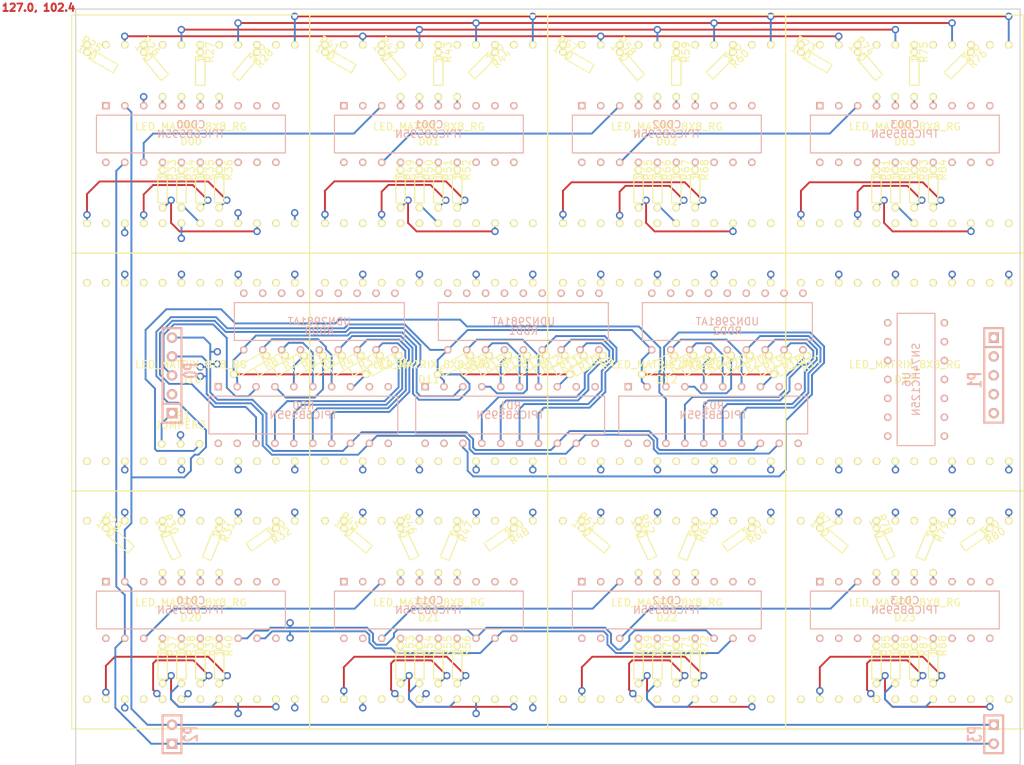
<source format=kicad_pcb>
(kicad_pcb (version 3) (host pcbnew "(2013-07-07 BZR 4022)-stable")
  (layers (15 F.Cu signal) (0 B.Cu signal) (18 B.Paste user hide) (19 F.Paste user hide) (20 B.SilkS user) (21 F.SilkS user) (22 B.Mask user hide) (23 F.Mask user hide) (28 Edge.Cuts user))
  (net 0 "")
  (net 1 5Vcc)
  (net 2 "DATA IN")
  (net 3 "DATA IN 2")
  (net 4 "DATA OUT")
  (net 5 "DATA OUT 1")
  (net 6 "DATA OUT RED")
  (net 7 G)
  (net 8 GND)
  (net 9 N-000001)
  (net 10 N-0000010)
  (net 11 N-00000102)
  (net 12 N-00000103)
  (net 13 N-00000104)
  (net 14 N-00000105)
  (net 15 N-00000108)
  (net 16 N-00000109)
  (net 17 N-0000011)
  (net 18 N-00000110)
  (net 19 N-00000111)
  (net 20 N-00000113)
  (net 21 N-00000115)
  (net 22 N-00000116)
  (net 23 N-00000117)
  (net 24 N-00000118)
  (net 25 N-00000119)
  (net 26 N-0000012)
  (net 27 N-00000121)
  (net 28 N-00000122)
  (net 29 N-00000123)
  (net 30 N-00000126)
  (net 31 N-00000127)
  (net 32 N-00000128)
  (net 33 N-00000129)
  (net 34 N-0000013)
  (net 35 N-00000130)
  (net 36 N-00000131)
  (net 37 N-00000132)
  (net 38 N-00000133)
  (net 39 N-00000134)
  (net 40 N-00000136)
  (net 41 N-00000137)
  (net 42 N-00000139)
  (net 43 N-0000014)
  (net 44 N-00000140)
  (net 45 N-00000141)
  (net 46 N-00000142)
  (net 47 N-00000143)
  (net 48 N-00000144)
  (net 49 N-00000145)
  (net 50 N-00000146)
  (net 51 N-00000148)
  (net 52 N-0000015)
  (net 53 N-00000150)
  (net 54 N-00000151)
  (net 55 N-00000152)
  (net 56 N-00000153)
  (net 57 N-00000154)
  (net 58 N-00000155)
  (net 59 N-00000156)
  (net 60 N-00000157)
  (net 61 N-00000158)
  (net 62 N-00000159)
  (net 63 N-0000016)
  (net 64 N-00000160)
  (net 65 N-00000161)
  (net 66 N-00000164)
  (net 67 N-00000165)
  (net 68 N-00000166)
  (net 69 N-00000167)
  (net 70 N-0000017)
  (net 71 N-00000170)
  (net 72 N-00000171)
  (net 73 N-00000173)
  (net 74 N-00000174)
  (net 75 N-00000175)
  (net 76 N-00000176)
  (net 77 N-00000177)
  (net 78 N-00000178)
  (net 79 N-00000179)
  (net 80 N-0000018)
  (net 81 N-00000181)
  (net 82 N-00000182)
  (net 83 N-00000183)
  (net 84 N-00000184)
  (net 85 N-00000185)
  (net 86 N-00000186)
  (net 87 N-00000187)
  (net 88 N-00000188)
  (net 89 N-00000189)
  (net 90 N-0000019)
  (net 91 N-00000190)
  (net 92 N-00000191)
  (net 93 N-00000192)
  (net 94 N-00000193)
  (net 95 N-00000194)
  (net 96 N-00000195)
  (net 97 N-00000196)
  (net 98 N-00000197)
  (net 99 N-00000198)
  (net 100 N-00000199)
  (net 101 N-000002)
  (net 102 N-0000020)
  (net 103 N-00000200)
  (net 104 N-00000201)
  (net 105 N-00000202)
  (net 106 N-00000203)
  (net 107 N-00000204)
  (net 108 N-00000205)
  (net 109 N-00000207)
  (net 110 N-00000208)
  (net 111 N-00000209)
  (net 112 N-0000021)
  (net 113 N-00000210)
  (net 114 N-00000212)
  (net 115 N-00000213)
  (net 116 N-00000214)
  (net 117 N-00000215)
  (net 118 N-00000216)
  (net 119 N-00000217)
  (net 120 N-00000218)
  (net 121 N-00000219)
  (net 122 N-0000022)
  (net 123 N-0000023)
  (net 124 N-0000024)
  (net 125 N-0000025)
  (net 126 N-0000026)
  (net 127 N-0000027)
  (net 128 N-0000028)
  (net 129 N-0000029)
  (net 130 N-000003)
  (net 131 N-0000030)
  (net 132 N-0000031)
  (net 133 N-0000032)
  (net 134 N-0000033)
  (net 135 N-0000034)
  (net 136 N-0000035)
  (net 137 N-0000036)
  (net 138 N-0000037)
  (net 139 N-0000038)
  (net 140 N-0000039)
  (net 141 N-000004)
  (net 142 N-0000040)
  (net 143 N-0000041)
  (net 144 N-0000042)
  (net 145 N-0000043)
  (net 146 N-0000044)
  (net 147 N-0000045)
  (net 148 N-0000046)
  (net 149 N-0000047)
  (net 150 N-0000048)
  (net 151 N-0000049)
  (net 152 N-000005)
  (net 153 N-0000050)
  (net 154 N-0000058)
  (net 155 N-000006)
  (net 156 N-0000060)
  (net 157 N-0000061)
  (net 158 N-0000062)
  (net 159 N-0000063)
  (net 160 N-0000064)
  (net 161 N-0000065)
  (net 162 N-0000066)
  (net 163 N-0000067)
  (net 164 N-0000068)
  (net 165 N-0000069)
  (net 166 N-000007)
  (net 167 N-0000070)
  (net 168 N-0000071)
  (net 169 N-0000072)
  (net 170 N-0000073)
  (net 171 N-0000074)
  (net 172 N-0000075)
  (net 173 N-0000076)
  (net 174 N-0000077)
  (net 175 N-0000078)
  (net 176 N-0000079)
  (net 177 N-000008)
  (net 178 N-0000080)
  (net 179 N-0000081)
  (net 180 N-0000082)
  (net 181 N-0000083)
  (net 182 N-0000084)
  (net 183 N-0000086)
  (net 184 N-0000087)
  (net 185 N-0000088)
  (net 186 N-0000089)
  (net 187 N-000009)
  (net 188 N-0000091)
  (net 189 N-0000092)
  (net 190 N-0000094)
  (net 191 N-0000095)
  (net 192 N-0000096)
  (net 193 N-0000097)
  (net 194 N-0000098)
  (net 195 N-0000099)
  (net 196 RCK)
  (net 197 "RCK OUT")
  (net 198 SRCK)
  (net 199 "SRCK OUT")
  (module LEDMatrix8x8 (layer F.Cu) (at 126.5 102.4)
    (fp_text reference D00 (at 16 17) (layer F.SilkS))
    (fp_text value LED_MATRIX_8X8_RG (at 16 15) (layer F.SilkS))
    (pad 1 thru_hole circle (at 2.02 28 180) (size 1 1) (drill 0.6) (layers *.Cu *.Mask F.SilkS) (net 68 N-00000166))
    (pad 2 thru_hole circle (at 4.56 28 180) (size 1 1) (drill 0.6) (layers *.Cu *.Mask F.SilkS) (net 44 N-00000140))
    (pad 3 thru_hole circle (at 7.1 28 180) (size 1 1) (drill 0.6) (layers *.Cu *.Mask F.SilkS) (net 115 N-00000213))
    (pad 4 thru_hole circle (at 9.64 28 180) (size 1 1) (drill 0.6) (layers *.Cu *.Mask F.SilkS) (net 61 N-00000158))
    (pad 5 thru_hole circle (at 12.18 28 180) (size 1 1) (drill 0.6) (layers *.Cu *.Mask F.SilkS) (net 60 N-00000157))
    (pad 6 thru_hole circle (at 14.72 28 180) (size 1 1) (drill 0.6) (layers *.Cu *.Mask F.SilkS) (net 116 N-00000214))
    (pad 7 thru_hole circle (at 17.26 28 180) (size 1 1) (drill 0.6) (layers *.Cu *.Mask F.SilkS) (net 65 N-00000161))
    (pad 8 thru_hole circle (at 19.8 28 180) (size 1 1) (drill 0.6) (layers *.Cu *.Mask F.SilkS) (net 59 N-00000156))
    (pad 9 thru_hole circle (at 22.34 28 180) (size 1 1) (drill 0.6) (layers *.Cu *.Mask F.SilkS) (net 114 N-00000212))
    (pad 10 thru_hole circle (at 24.88 28 180) (size 1 1) (drill 0.6) (layers *.Cu *.Mask F.SilkS) (net 58 N-00000155))
    (pad 11 thru_hole circle (at 27.42 28 180) (size 1 1) (drill 0.6) (layers *.Cu *.Mask F.SilkS) (net 32 N-00000128))
    (pad 12 thru_hole circle (at 29.96 28 180) (size 1 1) (drill 0.6) (layers *.Cu *.Mask F.SilkS) (net 107 N-00000204))
    (pad 13 thru_hole circle (at 29.96 4 180) (size 1 1) (drill 0.6) (layers *.Cu *.Mask F.SilkS) (net 121 N-00000219))
    (pad 14 thru_hole circle (at 27.42 4 180) (size 1 1) (drill 0.6) (layers *.Cu *.Mask F.SilkS) (net 33 N-00000129))
    (pad 15 thru_hole circle (at 24.88 4 180) (size 1 1) (drill 0.6) (layers *.Cu *.Mask F.SilkS) (net 169 N-0000072))
    (pad 16 thru_hole circle (at 22.34 4 180) (size 1 1) (drill 0.6) (layers *.Cu *.Mask F.SilkS) (net 120 N-00000218))
    (pad 17 thru_hole circle (at 19.8 4 180) (size 1 1) (drill 0.6) (layers *.Cu *.Mask F.SilkS) (net 36 N-00000131))
    (pad 18 thru_hole circle (at 17.26 4 180) (size 1 1) (drill 0.6) (layers *.Cu *.Mask F.SilkS) (net 64 N-00000160))
    (pad 19 thru_hole circle (at 14.72 4 180) (size 1 1) (drill 0.6) (layers *.Cu *.Mask F.SilkS) (net 118 N-00000216))
    (pad 20 thru_hole circle (at 12.18 4 180) (size 1 1) (drill 0.6) (layers *.Cu *.Mask F.SilkS) (net 168 N-0000071))
    (pad 21 thru_hole circle (at 9.64 4 180) (size 1 1) (drill 0.6) (layers *.Cu *.Mask F.SilkS) (net 43 N-0000014))
    (pad 22 thru_hole circle (at 7.1 4 180) (size 1 1) (drill 0.6) (layers *.Cu *.Mask F.SilkS) (net 119 N-00000217))
    (pad 23 thru_hole circle (at 4.56 4 180) (size 1 1) (drill 0.6) (layers *.Cu *.Mask F.SilkS) (net 53 N-00000150))
    (pad 24 thru_hole circle (at 2.02 4 180) (size 1 1) (drill 0.6) (layers *.Cu *.Mask F.SilkS) (net 51 N-00000148))
  )
  (module SN74HC125N (layer B.Cu) (at 240 151.4 90)
    (fp_text reference U6 (at 0 -1.27 90) (layer B.SilkS) (effects (justify mirror)))
    (fp_text value SN74HC125N (at 0 0 90) (layer B.SilkS) (effects (justify mirror)))
    (pad 1 thru_hole circle (at -7.62 -3.81 90) (size 1 1) (drill 0.6) (layers *.Cu *.Mask B.SilkS) (net 8 GND))
    (pad 2 thru_hole circle (at -5.08 -3.81 90) (size 1 1) (drill 0.6) (layers *.Cu *.Mask B.SilkS) (net 198 SRCK))
    (pad 3 thru_hole circle (at -2.54 -3.81 90) (size 1 1) (drill 0.6) (layers *.Cu *.Mask B.SilkS) (net 199 "SRCK OUT"))
    (pad 4 thru_hole circle (at 0 -3.81 90) (size 1 1) (drill 0.6) (layers *.Cu *.Mask B.SilkS) (net 8 GND))
    (pad 5 thru_hole circle (at 2.54 -3.81 90) (size 1 1) (drill 0.6) (layers *.Cu *.Mask B.SilkS) (net 196 RCK))
    (pad 6 thru_hole circle (at 5.08 -3.81 90) (size 1 1) (drill 0.6) (layers *.Cu *.Mask B.SilkS) (net 197 "RCK OUT"))
    (pad 7 thru_hole circle (at 7.62 -3.81 90) (size 1 1) (drill 0.6) (layers *.Cu *.Mask B.SilkS) (net 8 GND))
    (pad 8 thru_hole circle (at 7.62 3.81 90) (size 1 1) (drill 0.6) (layers *.Cu *.Mask B.SilkS) (net 5 "DATA OUT 1"))
    (pad 9 thru_hole circle (at 5.08 3.81 90) (size 1 1) (drill 0.6) (layers *.Cu *.Mask B.SilkS) (net 2 "DATA IN"))
    (pad 10 thru_hole circle (at 2.54 3.81 90) (size 1 1) (drill 0.6) (layers *.Cu *.Mask B.SilkS) (net 8 GND))
    (pad 11 thru_hole circle (at 0 3.81 90) (size 1 1) (drill 0.6) (layers *.Cu *.Mask B.SilkS) (net 4 "DATA OUT"))
    (pad 12 thru_hole circle (at -2.54 3.81 90) (size 1 1) (drill 0.6) (layers *.Cu *.Mask B.SilkS) (net 154 N-0000058))
    (pad 13 thru_hole circle (at -5.08 3.81 90) (size 1 1) (drill 0.6) (layers *.Cu *.Mask B.SilkS) (net 8 GND))
    (pad 14 thru_hole circle (at -7.62 3.81 90) (size 1 1) (drill 0.6) (layers *.Cu *.Mask B.SilkS) (net 1 5Vcc))
  )
  (module 3-Jumper (layer F.Cu) (at 141.093 157.5175)
    (fp_text reference JP1 (at 0 -1.27) (layer F.SilkS))
    (fp_text value JUMPER3 (at 0 0) (layer F.SilkS))
    (pad 1 thru_hole circle (at -2.54 2.54) (size 1 1) (drill 0.6) (layers *.Cu *.Mask F.SilkS) (net 3 "DATA IN 2"))
    (pad 2 thru_hole circle (at 0 2.54) (size 1 1) (drill 0.6) (layers *.Cu *.Mask F.SilkS) (net 149 N-0000047))
    (pad 3 thru_hole circle (at 2.54 2.54) (size 1 1) (drill 0.6) (layers *.Cu *.Mask F.SilkS) (net 150 N-0000048))
  )
  (module 1-8Resistor (layer F.Cu) (at 138.68 187.21 270)
    (fp_text reference R37 (at 0 -1.27 270) (layer F.SilkS))
    (fp_text value 100 (at 0 0 270) (layer F.SilkS))
    (pad 1 thru_hole circle (at 0 0 270) (size 1 1) (drill 0.6) (layers *.Cu *.Mask F.SilkS) (net 31 N-00000127))
    (pad 2 thru_hole circle (at 5.08 0 270) (size 1 1) (drill 0.6) (layers *.Cu *.Mask F.SilkS) (net 32 N-00000128))
  )
  (module 1-8Resistor (layer F.Cu) (at 141.22 187.21 270)
    (fp_text reference R38 (at 0 -1.27 270) (layer F.SilkS))
    (fp_text value 100 (at 0 0 270) (layer F.SilkS))
    (pad 1 thru_hole circle (at 0 0 270) (size 1 1) (drill 0.6) (layers *.Cu *.Mask F.SilkS) (net 30 N-00000126))
    (pad 2 thru_hole circle (at 5.08 0 270) (size 1 1) (drill 0.6) (layers *.Cu *.Mask F.SilkS) (net 59 N-00000156))
  )
  (module 1-8Resistor (layer F.Cu) (at 143.76 187.21 270)
    (fp_text reference R39 (at 0 -1.27 270) (layer F.SilkS))
    (fp_text value 100 (at 0 0 270) (layer F.SilkS))
    (pad 1 thru_hole circle (at 0 0 270) (size 1 1) (drill 0.6) (layers *.Cu *.Mask F.SilkS) (net 41 N-00000137))
    (pad 2 thru_hole circle (at 5.08 0 270) (size 1 1) (drill 0.6) (layers *.Cu *.Mask F.SilkS) (net 60 N-00000157))
  )
  (module 1-8Resistor (layer F.Cu) (at 146.3 187.21 270)
    (fp_text reference R40 (at 0 -1.27 270) (layer F.SilkS))
    (fp_text value 100 (at 0 0 270) (layer F.SilkS))
    (pad 1 thru_hole circle (at 0 0 270) (size 1 1) (drill 0.6) (layers *.Cu *.Mask F.SilkS) (net 42 N-00000139))
    (pad 2 thru_hole circle (at 5.08 0 270) (size 1 1) (drill 0.6) (layers *.Cu *.Mask F.SilkS) (net 44 N-00000140))
  )
  (module 1-8Resistor (layer F.Cu) (at 146.3 171.4 247.5)
    (fp_text reference R31 (at 0 -1.27 247.5) (layer F.SilkS))
    (fp_text value 100 (at 0 0 247.5) (layer F.SilkS))
    (pad 1 thru_hole circle (at 0 0 247.5) (size 1 1) (drill 0.6) (layers *.Cu *.Mask F.SilkS) (net 36 N-00000131))
    (pad 2 thru_hole circle (at 6.515293 0.050553 247.5) (size 1 1) (drill 0.6) (layers *.Cu *.Mask F.SilkS) (net 37 N-00000132))
  )
  (module 1-8Resistor (layer F.Cu) (at 153.92 171.4 215)
    (fp_text reference R32 (at 0 -1.27 215) (layer F.SilkS))
    (fp_text value 100 (at 0 0 215) (layer F.SilkS))
    (pad 1 thru_hole circle (at 0 0 215) (size 1 1) (drill 0.6) (layers *.Cu *.Mask F.SilkS) (net 33 N-00000129))
    (pad 2 thru_hole circle (at 9.683397 -0.54426 215) (size 1 1) (drill 0.6) (layers *.Cu *.Mask F.SilkS) (net 35 N-00000130))
  )
  (module 1-8Resistor (layer F.Cu) (at 138.68 171.4 295)
    (fp_text reference R30 (at 0 -1.27 295) (layer F.SilkS))
    (fp_text value 100 (at 0 0 295) (layer F.SilkS))
    (pad 1 thru_hole circle (at 0 0 295) (size 1 1) (drill 0.6) (layers *.Cu *.Mask F.SilkS) (net 168 N-0000071))
    (pad 2 thru_hole circle (at 6.511297 0.233688 295) (size 1 1) (drill 0.6) (layers *.Cu *.Mask F.SilkS) (net 38 N-00000133))
  )
  (module 1-8Resistor (layer F.Cu) (at 131.06 171.4 320)
    (fp_text reference R29 (at 0 -1.27 320) (layer F.SilkS))
    (fp_text value 100 (at 0 0 320) (layer F.SilkS))
    (pad 1 thru_hole circle (at 0 0 320) (size 1 1) (drill 0.6) (layers *.Cu *.Mask F.SilkS) (net 53 N-00000150))
    (pad 2 thru_hole circle (at 9.693985 -0.301775 320) (size 1 1) (drill 0.6) (layers *.Cu *.Mask F.SilkS) (net 39 N-00000134))
  )
  (module 1-8Resistor (layer F.Cu) (at 170.68 187.21 270)
    (fp_text reference R53 (at 0 -1.27 270) (layer F.SilkS))
    (fp_text value 100 (at 0 0 270) (layer F.SilkS))
    (pad 1 thru_hole circle (at 0 0 270) (size 1 1) (drill 0.6) (layers *.Cu *.Mask F.SilkS) (net 76 N-00000176))
    (pad 2 thru_hole circle (at 5.08 0 270) (size 1 1) (drill 0.6) (layers *.Cu *.Mask F.SilkS) (net 100 N-00000199))
  )
  (module 1-8Resistor (layer F.Cu) (at 173.22 187.21 270)
    (fp_text reference R54 (at 0 -1.27 270) (layer F.SilkS))
    (fp_text value 100 (at 0 0 270) (layer F.SilkS))
    (pad 1 thru_hole circle (at 0 0 270) (size 1 1) (drill 0.6) (layers *.Cu *.Mask F.SilkS) (net 75 N-00000175))
    (pad 2 thru_hole circle (at 5.08 0 270) (size 1 1) (drill 0.6) (layers *.Cu *.Mask F.SilkS) (net 103 N-00000200))
  )
  (module 1-8Resistor (layer F.Cu) (at 178.3 187.21 270)
    (fp_text reference R56 (at 0 -1.27 270) (layer F.SilkS))
    (fp_text value 100 (at 0 0 270) (layer F.SilkS))
    (pad 1 thru_hole circle (at 0 0 270) (size 1 1) (drill 0.6) (layers *.Cu *.Mask F.SilkS) (net 71 N-00000170))
    (pad 2 thru_hole circle (at 5.08 0 270) (size 1 1) (drill 0.6) (layers *.Cu *.Mask F.SilkS) (net 77 N-00000177))
  )
  (module 1-8Resistor (layer F.Cu) (at 175.76 187.21 270)
    (fp_text reference R55 (at 0 -1.27 270) (layer F.SilkS))
    (fp_text value 100 (at 0 0 270) (layer F.SilkS))
    (pad 1 thru_hole circle (at 0 0 270) (size 1 1) (drill 0.6) (layers *.Cu *.Mask F.SilkS) (net 74 N-00000174))
    (pad 2 thru_hole circle (at 5.08 0 270) (size 1 1) (drill 0.6) (layers *.Cu *.Mask F.SilkS) (net 105 N-00000202))
  )
  (module 1-8Resistor (layer F.Cu) (at 163.06 171.4 320)
    (fp_text reference R45 (at 0 -1.27 320) (layer F.SilkS))
    (fp_text value 100 (at 0 0 320) (layer F.SilkS))
    (pad 1 thru_hole circle (at 0 0 320) (size 1 1) (drill 0.6) (layers *.Cu *.Mask F.SilkS) (net 108 N-00000205))
    (pad 2 thru_hole circle (at 9.693984 -0.301775 320) (size 1 1) (drill 0.6) (layers *.Cu *.Mask F.SilkS) (net 79 N-00000179))
  )
  (module 1-8Resistor (layer F.Cu) (at 170.68 171.4 295)
    (fp_text reference R46 (at 0 -1.27 295) (layer F.SilkS))
    (fp_text value 100 (at 0 0 295) (layer F.SilkS))
    (pad 1 thru_hole circle (at 0 0 295) (size 1 1) (drill 0.6) (layers *.Cu *.Mask F.SilkS) (net 97 N-00000196))
    (pad 2 thru_hole circle (at 6.511297 0.233688 295) (size 1 1) (drill 0.6) (layers *.Cu *.Mask F.SilkS) (net 78 N-00000178))
  )
  (module 1-8Resistor (layer F.Cu) (at 178.3 171.4 247.5)
    (fp_text reference R47 (at 0 -1.27 247.5) (layer F.SilkS))
    (fp_text value 100 (at 0 0 247.5) (layer F.SilkS))
    (pad 1 thru_hole circle (at 0 0 247.5) (size 1 1) (drill 0.6) (layers *.Cu *.Mask F.SilkS) (net 98 N-00000197))
    (pad 2 thru_hole circle (at 6.515293 0.050553 247.5) (size 1 1) (drill 0.6) (layers *.Cu *.Mask F.SilkS) (net 73 N-00000173))
  )
  (module 1-8Resistor (layer F.Cu) (at 185.92 171.4 215)
    (fp_text reference R48 (at 0 -1.27 215) (layer F.SilkS))
    (fp_text value 100 (at 0 0 215) (layer F.SilkS))
    (pad 1 thru_hole circle (at 0 0 215) (size 1 1) (drill 0.6) (layers *.Cu *.Mask F.SilkS) (net 99 N-00000198))
    (pad 2 thru_hole circle (at 9.683398 -0.54426 215) (size 1 1) (drill 0.6) (layers *.Cu *.Mask F.SilkS) (net 72 N-00000171))
  )
  (module 1-8Resistor (layer F.Cu) (at 202.68 187.21 270)
    (fp_text reference R69 (at 0 -1.27 270) (layer F.SilkS))
    (fp_text value 100 (at 0 0 270) (layer F.SilkS))
    (pad 1 thru_hole circle (at 0 0 270) (size 1 1) (drill 0.6) (layers *.Cu *.Mask F.SilkS) (net 172 N-0000075))
    (pad 2 thru_hole circle (at 5.08 0 270) (size 1 1) (drill 0.6) (layers *.Cu *.Mask F.SilkS) (net 173 N-0000076))
  )
  (module 1-8Resistor (layer F.Cu) (at 205.22 187.21 270)
    (fp_text reference R70 (at 0 -1.27 270) (layer F.SilkS))
    (fp_text value 100 (at 0 0 270) (layer F.SilkS))
    (pad 1 thru_hole circle (at 0 0 270) (size 1 1) (drill 0.6) (layers *.Cu *.Mask F.SilkS) (net 18 N-00000110))
    (pad 2 thru_hole circle (at 5.08 0 270) (size 1 1) (drill 0.6) (layers *.Cu *.Mask F.SilkS) (net 92 N-00000191))
  )
  (module 1-8Resistor (layer F.Cu) (at 207.76 187.21 270)
    (fp_text reference R71 (at 0 -1.27 270) (layer F.SilkS))
    (fp_text value 100 (at 0 0 270) (layer F.SilkS))
    (pad 1 thru_hole circle (at 0 0 270) (size 1 1) (drill 0.6) (layers *.Cu *.Mask F.SilkS) (net 16 N-00000109))
    (pad 2 thru_hole circle (at 5.08 0 270) (size 1 1) (drill 0.6) (layers *.Cu *.Mask F.SilkS) (net 91 N-00000190))
  )
  (module 1-8Resistor (layer F.Cu) (at 210.3 187.21 270)
    (fp_text reference R72 (at 0 -1.27 270) (layer F.SilkS))
    (fp_text value 100 (at 0 0 270) (layer F.SilkS))
    (pad 1 thru_hole circle (at 0 0 270) (size 1 1) (drill 0.6) (layers *.Cu *.Mask F.SilkS) (net 15 N-00000108))
    (pad 2 thru_hole circle (at 5.08 0 270) (size 1 1) (drill 0.6) (layers *.Cu *.Mask F.SilkS) (net 19 N-00000111))
  )
  (module 1-8Resistor (layer F.Cu) (at 195.06 171.4 320)
    (fp_text reference R61 (at 0 -1.27 320) (layer F.SilkS))
    (fp_text value 100 (at 0 0 320) (layer F.SilkS))
    (pad 1 thru_hole circle (at 0 0 320) (size 1 1) (drill 0.6) (layers *.Cu *.Mask F.SilkS) (net 94 N-00000193))
    (pad 2 thru_hole circle (at 9.693984 -0.301775 320) (size 1 1) (drill 0.6) (layers *.Cu *.Mask F.SilkS) (net 180 N-0000082))
  )
  (module 1-8Resistor (layer F.Cu) (at 202.68 171.4 295)
    (fp_text reference R62 (at 0 -1.27 295) (layer F.SilkS))
    (fp_text value 100 (at 0 0 295) (layer F.SilkS))
    (pad 1 thru_hole circle (at 0 0 295) (size 1 1) (drill 0.6) (layers *.Cu *.Mask F.SilkS) (net 167 N-0000070))
    (pad 2 thru_hole circle (at 6.511297 0.233688 295) (size 1 1) (drill 0.6) (layers *.Cu *.Mask F.SilkS) (net 179 N-0000081))
  )
  (module 1-8Resistor (layer F.Cu) (at 210.3 171.4 247.5)
    (fp_text reference R63 (at 0 -1.27 247.5) (layer F.SilkS))
    (fp_text value 100 (at 0 0 247.5) (layer F.SilkS))
    (pad 1 thru_hole circle (at 0 0 247.5) (size 1 1) (drill 0.6) (layers *.Cu *.Mask F.SilkS) (net 176 N-0000079))
    (pad 2 thru_hole circle (at 6.515293 0.050553 247.5) (size 1 1) (drill 0.6) (layers *.Cu *.Mask F.SilkS) (net 178 N-0000080))
  )
  (module 1-8Resistor (layer F.Cu) (at 217.92 171.4 215)
    (fp_text reference R64 (at 0 -1.27 215) (layer F.SilkS))
    (fp_text value 100 (at 0 0 215) (layer F.SilkS))
    (pad 1 thru_hole circle (at 0 0 215) (size 1 1) (drill 0.6) (layers *.Cu *.Mask F.SilkS) (net 174 N-0000077))
    (pad 2 thru_hole circle (at 9.683398 -0.54426 215) (size 1 1) (drill 0.6) (layers *.Cu *.Mask F.SilkS) (net 175 N-0000078))
  )
  (module 1-8Resistor (layer F.Cu) (at 234.68 187.21 270)
    (fp_text reference R85 (at 0 -1.27 270) (layer F.SilkS))
    (fp_text value 100 (at 0 0 270) (layer F.SilkS))
    (pad 1 thru_hole circle (at 0 0 270) (size 1 1) (drill 0.6) (layers *.Cu *.Mask F.SilkS) (net 24 N-00000118))
    (pad 2 thru_hole circle (at 5.08 0 270) (size 1 1) (drill 0.6) (layers *.Cu *.Mask F.SilkS) (net 171 N-0000074))
  )
  (module 1-8Resistor (layer F.Cu) (at 237.22 187.21 270)
    (fp_text reference R86 (at 0 -1.27 270) (layer F.SilkS))
    (fp_text value 100 (at 0 0 270) (layer F.SilkS))
    (pad 1 thru_hole circle (at 0 0 270) (size 1 1) (drill 0.6) (layers *.Cu *.Mask F.SilkS) (net 23 N-00000117))
    (pad 2 thru_hole circle (at 5.08 0 270) (size 1 1) (drill 0.6) (layers *.Cu *.Mask F.SilkS) (net 90 N-0000019))
  )
  (module 1-8Resistor (layer F.Cu) (at 239.76 187.21 270)
    (fp_text reference R87 (at 0 -1.27 270) (layer F.SilkS))
    (fp_text value 100 (at 0 0 270) (layer F.SilkS))
    (pad 1 thru_hole circle (at 0 0 270) (size 1 1) (drill 0.6) (layers *.Cu *.Mask F.SilkS) (net 22 N-00000116))
    (pad 2 thru_hole circle (at 5.08 0 270) (size 1 1) (drill 0.6) (layers *.Cu *.Mask F.SilkS) (net 170 N-0000073))
  )
  (module 1-8Resistor (layer F.Cu) (at 242.3 187.21 270)
    (fp_text reference R88 (at 0 -1.27 270) (layer F.SilkS))
    (fp_text value 100 (at 0 0 270) (layer F.SilkS))
    (pad 1 thru_hole circle (at 0 0 270) (size 1 1) (drill 0.6) (layers *.Cu *.Mask F.SilkS) (net 21 N-00000115))
    (pad 2 thru_hole circle (at 5.08 0 270) (size 1 1) (drill 0.6) (layers *.Cu *.Mask F.SilkS) (net 102 N-0000020))
  )
  (module 1-8Resistor (layer F.Cu) (at 227.06 171.4 320)
    (fp_text reference R77 (at 0 -1.27 320) (layer F.SilkS))
    (fp_text value 100 (at 0 0 320) (layer F.SilkS))
    (pad 1 thru_hole circle (at 0 0 320) (size 1 1) (drill 0.6) (layers *.Cu *.Mask F.SilkS) (net 124 N-0000024))
    (pad 2 thru_hole circle (at 9.693984 -0.301775 320) (size 1 1) (drill 0.6) (layers *.Cu *.Mask F.SilkS) (net 29 N-00000123))
  )
  (module 1-8Resistor (layer F.Cu) (at 234.68 171.4 295)
    (fp_text reference R78 (at 0 -1.27 295) (layer F.SilkS))
    (fp_text value 100 (at 0 0 295) (layer F.SilkS))
    (pad 1 thru_hole circle (at 0 0 295) (size 1 1) (drill 0.6) (layers *.Cu *.Mask F.SilkS) (net 123 N-0000023))
    (pad 2 thru_hole circle (at 6.511297 0.233688 295) (size 1 1) (drill 0.6) (layers *.Cu *.Mask F.SilkS) (net 28 N-00000122))
  )
  (module 1-8Resistor (layer F.Cu) (at 242.3 171.4 247.5)
    (fp_text reference R79 (at 0 -1.27 247.5) (layer F.SilkS))
    (fp_text value 100 (at 0 0 247.5) (layer F.SilkS))
    (pad 1 thru_hole circle (at 0 0 247.5) (size 1 1) (drill 0.6) (layers *.Cu *.Mask F.SilkS) (net 122 N-0000022))
    (pad 2 thru_hole circle (at 6.515293 0.050553 247.5) (size 1 1) (drill 0.6) (layers *.Cu *.Mask F.SilkS) (net 27 N-00000121))
  )
  (module 1-8Resistor (layer F.Cu) (at 249.92 171.4 215)
    (fp_text reference R80 (at 0 -1.27 215) (layer F.SilkS))
    (fp_text value 100 (at 0 0 215) (layer F.SilkS))
    (pad 1 thru_hole circle (at 0 0 215) (size 1 1) (drill 0.6) (layers *.Cu *.Mask F.SilkS) (net 112 N-0000021))
    (pad 2 thru_hole circle (at 9.683398 -0.54426 215) (size 1 1) (drill 0.6) (layers *.Cu *.Mask F.SilkS) (net 25 N-00000119))
  )
  (module 1-8Resistor (layer F.Cu) (at 128.52 107.4 330)
    (fp_text reference R25 (at 0 -1.27 330) (layer F.SilkS))
    (fp_text value 100 (at 0 0 330) (layer F.SilkS))
    (pad 1 thru_hole circle (at 0 0 330) (size 1 1) (drill 0.6) (layers *.Cu *.Mask F.SilkS) (net 51 N-00000148))
    (pad 2 thru_hole circle (at 11.798818 0.116152 330) (size 1 1) (drill 0.6) (layers *.Cu *.Mask F.SilkS) (net 54 N-00000151))
  )
  (module 1-8Resistor (layer F.Cu) (at 136.14 107.4 310)
    (fp_text reference R26 (at 0 -1.27 310) (layer F.SilkS))
    (fp_text value 100 (at 0 0 310) (layer F.SilkS))
    (pad 1 thru_hole circle (at 0 0 310) (size 1 1) (drill 0.6) (layers *.Cu *.Mask F.SilkS) (net 43 N-0000014))
    (pad 2 thru_hole circle (at 7.861628 -0.03478 310) (size 1 1) (drill 0.6) (layers *.Cu *.Mask F.SilkS) (net 55 N-00000152))
  )
  (module 1-8Resistor (layer F.Cu) (at 143.76 107.4 270)
    (fp_text reference R27 (at 0 -1.27 270) (layer F.SilkS))
    (fp_text value 100 (at 0 0 270) (layer F.SilkS))
    (pad 1 thru_hole circle (at 0 0 270) (size 1 1) (drill 0.6) (layers *.Cu *.Mask F.SilkS) (net 64 N-00000160))
    (pad 2 thru_hole circle (at 6 0 270) (size 1 1) (drill 0.6) (layers *.Cu *.Mask F.SilkS) (net 56 N-00000153))
  )
  (module 1-8Resistor (layer F.Cu) (at 151.38 107.4 230)
    (fp_text reference R28 (at 0 -1.27 230) (layer F.SilkS))
    (fp_text value 100 (at 0 0 230) (layer F.SilkS))
    (pad 1 thru_hole circle (at 0 0 230) (size 1 1) (drill 0.6) (layers *.Cu *.Mask F.SilkS) (net 169 N-0000072))
    (pad 2 thru_hole circle (at 7.861628 0.03478 230) (size 1 1) (drill 0.6) (layers *.Cu *.Mask F.SilkS) (net 57 N-00000154))
  )
  (module 1-8Resistor (layer F.Cu) (at 170.68 123.22 270)
    (fp_text reference R49 (at 0 -1.27 270) (layer F.SilkS))
    (fp_text value 100 (at 0 0 270) (layer F.SilkS))
    (pad 1 thru_hole circle (at 0 0 270) (size 1 1) (drill 0.6) (layers *.Cu *.Mask F.SilkS) (net 88 N-00000188))
    (pad 2 thru_hole circle (at 5.08 0 270) (size 1 1) (drill 0.6) (layers *.Cu *.Mask F.SilkS) (net 106 N-00000203))
  )
  (module 1-8Resistor (layer F.Cu) (at 175.76 123.22 270)
    (fp_text reference R51 (at 0 -1.27 270) (layer F.SilkS))
    (fp_text value 100 (at 0 0 270) (layer F.SilkS))
    (pad 1 thru_hole circle (at 0 0 270) (size 1 1) (drill 0.6) (layers *.Cu *.Mask F.SilkS) (net 110 N-00000208))
    (pad 2 thru_hole circle (at 5.08 0 270) (size 1 1) (drill 0.6) (layers *.Cu *.Mask F.SilkS) (net 104 N-00000201))
  )
  (module 1-8Resistor (layer F.Cu) (at 173.22 123.22 270)
    (fp_text reference R50 (at 0 -1.27 270) (layer F.SilkS))
    (fp_text value 100 (at 0 0 270) (layer F.SilkS))
    (pad 1 thru_hole circle (at 0 0 270) (size 1 1) (drill 0.6) (layers *.Cu *.Mask F.SilkS) (net 111 N-00000209))
    (pad 2 thru_hole circle (at 5.08 0 270) (size 1 1) (drill 0.6) (layers *.Cu *.Mask F.SilkS) (net 96 N-00000195))
  )
  (module 1-8Resistor (layer F.Cu) (at 178.3 123.22 270)
    (fp_text reference R52 (at 0 -1.27 270) (layer F.SilkS))
    (fp_text value 100 (at 0 0 270) (layer F.SilkS))
    (pad 1 thru_hole circle (at 0 0 270) (size 1 1) (drill 0.6) (layers *.Cu *.Mask F.SilkS) (net 109 N-00000207))
    (pad 2 thru_hole circle (at 5.08 0 270) (size 1 1) (drill 0.6) (layers *.Cu *.Mask F.SilkS) (net 113 N-00000210))
  )
  (module 1-8Resistor (layer F.Cu) (at 160.52 107.4 330)
    (fp_text reference R41 (at 0 -1.27 330) (layer F.SilkS))
    (fp_text value 100 (at 0 0 330) (layer F.SilkS))
    (pad 1 thru_hole circle (at 0 0 330) (size 1 1) (drill 0.6) (layers *.Cu *.Mask F.SilkS) (net 125 N-0000025))
    (pad 2 thru_hole circle (at 11.798818 0.116152 330) (size 1 1) (drill 0.6) (layers *.Cu *.Mask F.SilkS) (net 81 N-00000181))
  )
  (module 1-8Resistor (layer F.Cu) (at 168.14 107.4 310)
    (fp_text reference R42 (at 0 -1.27 310) (layer F.SilkS))
    (fp_text value 100 (at 0 0 310) (layer F.SilkS))
    (pad 1 thru_hole circle (at 0 0 310) (size 1 1) (drill 0.6) (layers *.Cu *.Mask F.SilkS) (net 83 N-00000183))
    (pad 2 thru_hole circle (at 7.861628 -0.03478 310) (size 1 1) (drill 0.6) (layers *.Cu *.Mask F.SilkS) (net 82 N-00000182))
  )
  (module 1-8Resistor (layer F.Cu) (at 175.76 107.4 270)
    (fp_text reference R43 (at 0 -1.27 270) (layer F.SilkS))
    (fp_text value 100 (at 0 0 270) (layer F.SilkS))
    (pad 1 thru_hole circle (at 0 0 270) (size 1 1) (drill 0.6) (layers *.Cu *.Mask F.SilkS) (net 85 N-00000185))
    (pad 2 thru_hole circle (at 6 0 270) (size 1 1) (drill 0.6) (layers *.Cu *.Mask F.SilkS) (net 84 N-00000184))
  )
  (module 1-8Resistor (layer F.Cu) (at 183.38 107.4 225)
    (fp_text reference R44 (at 0 -1.27 225) (layer F.SilkS))
    (fp_text value 100 (at 0 0 225) (layer F.SilkS))
    (pad 1 thru_hole circle (at 0 0 225) (size 1 1) (drill 0.6) (layers *.Cu *.Mask F.SilkS) (net 87 N-00000187))
    (pad 2 thru_hole circle (at 7.834743 -0.650538 225) (size 1 1) (drill 0.6) (layers *.Cu *.Mask F.SilkS) (net 86 N-00000186))
  )
  (module 1-8Resistor (layer F.Cu) (at 210.3 123.22 270)
    (fp_text reference R68 (at 0 -1.27 270) (layer F.SilkS))
    (fp_text value 100 (at 0 0 270) (layer F.SilkS))
    (pad 1 thru_hole circle (at 0 0 270) (size 1 1) (drill 0.6) (layers *.Cu *.Mask F.SilkS) (net 190 N-0000094))
    (pad 2 thru_hole circle (at 5.08 0 270) (size 1 1) (drill 0.6) (layers *.Cu *.Mask F.SilkS) (net 194 N-0000098))
  )
  (module 1-8Resistor (layer F.Cu) (at 205.22 123.22 270)
    (fp_text reference R66 (at 0 -1.27 270) (layer F.SilkS))
    (fp_text value 100 (at 0 0 270) (layer F.SilkS))
    (pad 1 thru_hole circle (at 0 0 270) (size 1 1) (drill 0.6) (layers *.Cu *.Mask F.SilkS) (net 192 N-0000096))
    (pad 2 thru_hole circle (at 5.08 0 270) (size 1 1) (drill 0.6) (layers *.Cu *.Mask F.SilkS) (net 195 N-0000099))
  )
  (module 1-8Resistor (layer F.Cu) (at 207.76 123.22 270)
    (fp_text reference R67 (at 0 -1.27 270) (layer F.SilkS))
    (fp_text value 100 (at 0 0 270) (layer F.SilkS))
    (pad 1 thru_hole circle (at 0 0 270) (size 1 1) (drill 0.6) (layers *.Cu *.Mask F.SilkS) (net 191 N-0000095))
    (pad 2 thru_hole circle (at 5.08 0 270) (size 1 1) (drill 0.6) (layers *.Cu *.Mask F.SilkS) (net 89 N-00000189))
  )
  (module 1-8Resistor (layer F.Cu) (at 202.68 123.22 270)
    (fp_text reference R65 (at 0 -1.27 270) (layer F.SilkS))
    (fp_text value 100 (at 0 0 270) (layer F.SilkS))
    (pad 1 thru_hole circle (at 0 0 270) (size 1 1) (drill 0.6) (layers *.Cu *.Mask F.SilkS) (net 193 N-0000097))
    (pad 2 thru_hole circle (at 5.08 0 270) (size 1 1) (drill 0.6) (layers *.Cu *.Mask F.SilkS) (net 93 N-00000192))
  )
  (module 1-8Resistor (layer F.Cu) (at 192.52 107.4 330)
    (fp_text reference R57 (at 0 -1.27 330) (layer F.SilkS))
    (fp_text value 100 (at 0 0 330) (layer F.SilkS))
    (pad 1 thru_hole circle (at 0 0 330) (size 1 1) (drill 0.6) (layers *.Cu *.Mask F.SilkS) (net 95 N-00000194))
    (pad 2 thru_hole circle (at 11.798818 0.116152 330) (size 1 1) (drill 0.6) (layers *.Cu *.Mask F.SilkS) (net 14 N-00000105))
  )
  (module 1-8Resistor (layer F.Cu) (at 200.14 107.4 310)
    (fp_text reference R58 (at 0 -1.27 310) (layer F.SilkS))
    (fp_text value 100 (at 0 0 310) (layer F.SilkS))
    (pad 1 thru_hole circle (at 0 0 310) (size 1 1) (drill 0.6) (layers *.Cu *.Mask F.SilkS) (net 164 N-0000068))
    (pad 2 thru_hole circle (at 7.861628 -0.03478 310) (size 1 1) (drill 0.6) (layers *.Cu *.Mask F.SilkS) (net 13 N-00000104))
  )
  (module 1-8Resistor (layer F.Cu) (at 207.76 107.4 270)
    (fp_text reference R59 (at 0 -1.27 270) (layer F.SilkS))
    (fp_text value 100 (at 0 0 270) (layer F.SilkS))
    (pad 1 thru_hole circle (at 0 0 270) (size 1 1) (drill 0.6) (layers *.Cu *.Mask F.SilkS) (net 20 N-00000113))
    (pad 2 thru_hole circle (at 6 0 270) (size 1 1) (drill 0.6) (layers *.Cu *.Mask F.SilkS) (net 12 N-00000103))
  )
  (module 1-8Resistor (layer F.Cu) (at 215.38 107.4 225)
    (fp_text reference R60 (at 0 -1.27 225) (layer F.SilkS))
    (fp_text value 100 (at 0 0 225) (layer F.SilkS))
    (pad 1 thru_hole circle (at 0 0 225) (size 1 1) (drill 0.6) (layers *.Cu *.Mask F.SilkS) (net 165 N-0000069))
    (pad 2 thru_hole circle (at 7.834743 -0.650538 225) (size 1 1) (drill 0.6) (layers *.Cu *.Mask F.SilkS) (net 11 N-00000102))
  )
  (module 1-8Resistor (layer F.Cu) (at 242.3 123.22 270)
    (fp_text reference R84 (at 0 -1.27 270) (layer F.SilkS))
    (fp_text value 100 (at 0 0 270) (layer F.SilkS))
    (pad 1 thru_hole circle (at 0 0 270) (size 1 1) (drill 0.6) (layers *.Cu *.Mask F.SilkS) (net 183 N-0000086))
    (pad 2 thru_hole circle (at 5.08 0 270) (size 1 1) (drill 0.6) (layers *.Cu *.Mask F.SilkS) (net 101 N-000002))
  )
  (module 1-8Resistor (layer F.Cu) (at 237.22 123.22 270)
    (fp_text reference R82 (at 0 -1.27 270) (layer F.SilkS))
    (fp_text value 100 (at 0 0 270) (layer F.SilkS))
    (pad 1 thru_hole circle (at 0 0 270) (size 1 1) (drill 0.6) (layers *.Cu *.Mask F.SilkS) (net 181 N-0000083))
    (pad 2 thru_hole circle (at 5.08 0 270) (size 1 1) (drill 0.6) (layers *.Cu *.Mask F.SilkS) (net 130 N-000003))
  )
  (module 1-8Resistor (layer F.Cu) (at 239.76 123.22 270)
    (fp_text reference R83 (at 0 -1.27 270) (layer F.SilkS))
    (fp_text value 100 (at 0 0 270) (layer F.SilkS))
    (pad 1 thru_hole circle (at 0 0 270) (size 1 1) (drill 0.6) (layers *.Cu *.Mask F.SilkS) (net 184 N-0000087))
    (pad 2 thru_hole circle (at 5.08 0 270) (size 1 1) (drill 0.6) (layers *.Cu *.Mask F.SilkS) (net 9 N-000001))
  )
  (module 1-8Resistor (layer F.Cu) (at 234.68 123.22 270)
    (fp_text reference R81 (at 0 -1.27 270) (layer F.SilkS))
    (fp_text value 100 (at 0 0 270) (layer F.SilkS))
    (pad 1 thru_hole circle (at 0 0 270) (size 1 1) (drill 0.6) (layers *.Cu *.Mask F.SilkS) (net 182 N-0000084))
    (pad 2 thru_hole circle (at 5.08 0 270) (size 1 1) (drill 0.6) (layers *.Cu *.Mask F.SilkS) (net 141 N-000004))
  )
  (module 1-8Resistor (layer F.Cu) (at 224.52 107.4 330)
    (fp_text reference R73 (at 0 -1.27 330) (layer F.SilkS))
    (fp_text value 100 (at 0 0 330) (layer F.SilkS))
    (pad 1 thru_hole circle (at 0 0 330) (size 1 1) (drill 0.6) (layers *.Cu *.Mask F.SilkS) (net 80 N-0000018))
    (pad 2 thru_hole circle (at 11.798818 0.116152 330) (size 1 1) (drill 0.6) (layers *.Cu *.Mask F.SilkS) (net 189 N-0000092))
  )
  (module 1-8Resistor (layer F.Cu) (at 232.14 107.4 310)
    (fp_text reference R74 (at 0 -1.27 310) (layer F.SilkS))
    (fp_text value 100 (at 0 0 310) (layer F.SilkS))
    (pad 1 thru_hole circle (at 0 0 310) (size 1 1) (drill 0.6) (layers *.Cu *.Mask F.SilkS) (net 70 N-0000017))
    (pad 2 thru_hole circle (at 7.848772 -0.019459 310) (size 1 1) (drill 0.6) (layers *.Cu *.Mask F.SilkS) (net 188 N-0000091))
  )
  (module 1-8Resistor (layer F.Cu) (at 239.76 107.4 270)
    (fp_text reference R75 (at 0 -1.27 270) (layer F.SilkS))
    (fp_text value 100 (at 0 0 270) (layer F.SilkS))
    (pad 1 thru_hole circle (at 0 0 270) (size 1 1) (drill 0.6) (layers *.Cu *.Mask F.SilkS) (net 63 N-0000016))
    (pad 2 thru_hole circle (at 6 0 270) (size 1 1) (drill 0.6) (layers *.Cu *.Mask F.SilkS) (net 186 N-0000089))
  )
  (module 1-8Resistor (layer F.Cu) (at 247.38 107.4 225)
    (fp_text reference R76 (at 0 -1.27 225) (layer F.SilkS))
    (fp_text value 100 (at 0 0 225) (layer F.SilkS))
    (pad 1 thru_hole circle (at 0 0 225) (size 1 1) (drill 0.6) (layers *.Cu *.Mask F.SilkS) (net 52 N-0000015))
    (pad 2 thru_hole circle (at 7.834743 -0.650538 225) (size 1 1) (drill 0.6) (layers *.Cu *.Mask F.SilkS) (net 185 N-0000088))
  )
  (module SIL-5 (layer B.Cu) (at 250.44 152.12 270)
    (fp_text reference P1 (at -0.635 2.54 270) (layer B.SilkS) (effects (font (size 1.72974 1.08712) (thickness 0.3048)) (justify mirror)))
    (fp_text value CONN_5 hide)
    (pad 1 thru_hole rect (at -6.35 0 270) (size 1.397 1.397) (drill 0.8128) (layers *.Cu *.Mask B.SilkS) (net 199 "SRCK OUT"))
    (pad 2 thru_hole circle (at -3.81 0 270) (size 1.397 1.397) (drill 0.8128) (layers *.Cu *.Mask B.SilkS) (net 197 "RCK OUT"))
    (pad 3 thru_hole circle (at -1.27 0 270) (size 1.397 1.397) (drill 0.8128) (layers *.Cu *.Mask B.SilkS) (net 5 "DATA OUT 1"))
    (pad 4 thru_hole circle (at 1.27 0 270) (size 1.397 1.397) (drill 0.8128) (layers *.Cu *.Mask B.SilkS) (net 7 G))
    (pad 5 thru_hole circle (at 3.81 0 270) (size 1.397 1.397) (drill 0.8128) (layers *.Cu *.Mask B.SilkS) (net 4 "DATA OUT"))
  )
  (module SIL-5 (layer B.Cu) (at 139.95 149.58 90)
    (fp_text reference P0 (at -0.635 2.54 90) (layer B.SilkS) (effects (font (size 1.72974 1.08712) (thickness 0.3048)) (justify mirror)))
    (fp_text value CONN_5 hide)
    (pad 1 thru_hole rect (at -6.35 0 90) (size 1.397 1.397) (drill 0.8128) (layers *.Cu *.Mask B.SilkS) (net 3 "DATA IN 2"))
    (pad 2 thru_hole circle (at -3.81 0 90) (size 1.397 1.397) (drill 0.8128) (layers *.Cu *.Mask B.SilkS) (net 7 G))
    (pad 3 thru_hole circle (at -1.27 0 90) (size 1.397 1.397) (drill 0.8128) (layers *.Cu *.Mask B.SilkS) (net 2 "DATA IN"))
    (pad 4 thru_hole circle (at 1.27 0 90) (size 1.397 1.397) (drill 0.8128) (layers *.Cu *.Mask B.SilkS) (net 196 RCK))
    (pad 5 thru_hole circle (at 3.81 0 90) (size 1.397 1.397) (drill 0.8128) (layers *.Cu *.Mask B.SilkS) (net 198 SRCK))
  )
  (module SIL-2 (layer B.Cu) (at 139.95 199.11 90)
    (fp_text reference P2 (at 0 2.54 90) (layer B.SilkS) (effects (font (size 1.72974 1.08712) (thickness 0.3048)) (justify mirror)))
    (fp_text value CONN_2 hide)
    (pad 1 thru_hole rect (at -1.27 0 90) (size 1.397 1.397) (drill 0.8128) (layers *.Cu *.Mask B.SilkS) (net 8 GND))
    (pad 2 thru_hole circle (at 1.27 0 90) (size 1.397 1.397) (drill 0.8128) (layers *.Cu *.Mask B.SilkS) (net 1 5Vcc))
  )
  (module SIL-2 (layer B.Cu) (at 250.44 199.11 270)
    (fp_text reference P3 (at 0 2.54 270) (layer B.SilkS) (effects (font (size 1.72974 1.08712) (thickness 0.3048)) (justify mirror)))
    (fp_text value CONN_2 hide)
    (pad 1 thru_hole rect (at -1.27 0 270) (size 1.397 1.397) (drill 0.8128) (layers *.Cu *.Mask B.SilkS) (net 1 5Vcc))
    (pad 2 thru_hole circle (at 1.27 0 270) (size 1.397 1.397) (drill 0.8128) (layers *.Cu *.Mask B.SilkS) (net 8 GND))
  )
  (module LEDMatrix8x8 (layer F.Cu) (at 158.5 102.4)
    (fp_text reference D01 (at 16 17) (layer F.SilkS))
    (fp_text value LED_MATRIX_8X8_RG (at 16 15) (layer F.SilkS))
    (pad 1 thru_hole circle (at 2.02 28 180) (size 1 1) (drill 0.6) (layers *.Cu *.Mask F.SilkS) (net 113 N-00000210))
    (pad 2 thru_hole circle (at 4.56 28 180) (size 1 1) (drill 0.6) (layers *.Cu *.Mask F.SilkS) (net 77 N-00000177))
    (pad 3 thru_hole circle (at 7.1 28 180) (size 1 1) (drill 0.6) (layers *.Cu *.Mask F.SilkS) (net 115 N-00000213))
    (pad 4 thru_hole circle (at 9.64 28 180) (size 1 1) (drill 0.6) (layers *.Cu *.Mask F.SilkS) (net 104 N-00000201))
    (pad 5 thru_hole circle (at 12.18 28 180) (size 1 1) (drill 0.6) (layers *.Cu *.Mask F.SilkS) (net 105 N-00000202))
    (pad 6 thru_hole circle (at 14.72 28 180) (size 1 1) (drill 0.6) (layers *.Cu *.Mask F.SilkS) (net 116 N-00000214))
    (pad 7 thru_hole circle (at 17.26 28 180) (size 1 1) (drill 0.6) (layers *.Cu *.Mask F.SilkS) (net 96 N-00000195))
    (pad 8 thru_hole circle (at 19.8 28 180) (size 1 1) (drill 0.6) (layers *.Cu *.Mask F.SilkS) (net 103 N-00000200))
    (pad 9 thru_hole circle (at 22.34 28 180) (size 1 1) (drill 0.6) (layers *.Cu *.Mask F.SilkS) (net 114 N-00000212))
    (pad 10 thru_hole circle (at 24.88 28 180) (size 1 1) (drill 0.6) (layers *.Cu *.Mask F.SilkS) (net 106 N-00000203))
    (pad 11 thru_hole circle (at 27.42 28 180) (size 1 1) (drill 0.6) (layers *.Cu *.Mask F.SilkS) (net 100 N-00000199))
    (pad 12 thru_hole circle (at 29.96 28 180) (size 1 1) (drill 0.6) (layers *.Cu *.Mask F.SilkS) (net 107 N-00000204))
    (pad 13 thru_hole circle (at 29.96 4 180) (size 1 1) (drill 0.6) (layers *.Cu *.Mask F.SilkS) (net 121 N-00000219))
    (pad 14 thru_hole circle (at 27.42 4 180) (size 1 1) (drill 0.6) (layers *.Cu *.Mask F.SilkS) (net 99 N-00000198))
    (pad 15 thru_hole circle (at 24.88 4 180) (size 1 1) (drill 0.6) (layers *.Cu *.Mask F.SilkS) (net 87 N-00000187))
    (pad 16 thru_hole circle (at 22.34 4 180) (size 1 1) (drill 0.6) (layers *.Cu *.Mask F.SilkS) (net 120 N-00000218))
    (pad 17 thru_hole circle (at 19.8 4 180) (size 1 1) (drill 0.6) (layers *.Cu *.Mask F.SilkS) (net 98 N-00000197))
    (pad 18 thru_hole circle (at 17.26 4 180) (size 1 1) (drill 0.6) (layers *.Cu *.Mask F.SilkS) (net 85 N-00000185))
    (pad 19 thru_hole circle (at 14.72 4 180) (size 1 1) (drill 0.6) (layers *.Cu *.Mask F.SilkS) (net 118 N-00000216))
    (pad 20 thru_hole circle (at 12.18 4 180) (size 1 1) (drill 0.6) (layers *.Cu *.Mask F.SilkS) (net 97 N-00000196))
    (pad 21 thru_hole circle (at 9.64 4 180) (size 1 1) (drill 0.6) (layers *.Cu *.Mask F.SilkS) (net 83 N-00000183))
    (pad 22 thru_hole circle (at 7.1 4 180) (size 1 1) (drill 0.6) (layers *.Cu *.Mask F.SilkS) (net 119 N-00000217))
    (pad 23 thru_hole circle (at 4.56 4 180) (size 1 1) (drill 0.6) (layers *.Cu *.Mask F.SilkS) (net 108 N-00000205))
    (pad 24 thru_hole circle (at 2.02 4 180) (size 1 1) (drill 0.6) (layers *.Cu *.Mask F.SilkS) (net 125 N-0000025))
  )
  (module LEDMatrix8x8 (layer F.Cu) (at 190.5 102.4)
    (fp_text reference D02 (at 16 17) (layer F.SilkS))
    (fp_text value LED_MATRIX_8X8_RG (at 16 15) (layer F.SilkS))
    (pad 1 thru_hole circle (at 2.02 28 180) (size 1 1) (drill 0.6) (layers *.Cu *.Mask F.SilkS) (net 194 N-0000098))
    (pad 2 thru_hole circle (at 4.56 28 180) (size 1 1) (drill 0.6) (layers *.Cu *.Mask F.SilkS) (net 19 N-00000111))
    (pad 3 thru_hole circle (at 7.1 28 180) (size 1 1) (drill 0.6) (layers *.Cu *.Mask F.SilkS) (net 115 N-00000213))
    (pad 4 thru_hole circle (at 9.64 28 180) (size 1 1) (drill 0.6) (layers *.Cu *.Mask F.SilkS) (net 89 N-00000189))
    (pad 5 thru_hole circle (at 12.18 28 180) (size 1 1) (drill 0.6) (layers *.Cu *.Mask F.SilkS) (net 91 N-00000190))
    (pad 6 thru_hole circle (at 14.72 28 180) (size 1 1) (drill 0.6) (layers *.Cu *.Mask F.SilkS) (net 116 N-00000214))
    (pad 7 thru_hole circle (at 17.26 28 180) (size 1 1) (drill 0.6) (layers *.Cu *.Mask F.SilkS) (net 195 N-0000099))
    (pad 8 thru_hole circle (at 19.8 28 180) (size 1 1) (drill 0.6) (layers *.Cu *.Mask F.SilkS) (net 92 N-00000191))
    (pad 9 thru_hole circle (at 22.34 28 180) (size 1 1) (drill 0.6) (layers *.Cu *.Mask F.SilkS) (net 114 N-00000212))
    (pad 10 thru_hole circle (at 24.88 28 180) (size 1 1) (drill 0.6) (layers *.Cu *.Mask F.SilkS) (net 93 N-00000192))
    (pad 11 thru_hole circle (at 27.42 28 180) (size 1 1) (drill 0.6) (layers *.Cu *.Mask F.SilkS) (net 173 N-0000076))
    (pad 12 thru_hole circle (at 29.96 28 180) (size 1 1) (drill 0.6) (layers *.Cu *.Mask F.SilkS) (net 107 N-00000204))
    (pad 13 thru_hole circle (at 29.96 4 180) (size 1 1) (drill 0.6) (layers *.Cu *.Mask F.SilkS) (net 121 N-00000219))
    (pad 14 thru_hole circle (at 27.42 4 180) (size 1 1) (drill 0.6) (layers *.Cu *.Mask F.SilkS) (net 174 N-0000077))
    (pad 15 thru_hole circle (at 24.88 4 180) (size 1 1) (drill 0.6) (layers *.Cu *.Mask F.SilkS) (net 165 N-0000069))
    (pad 16 thru_hole circle (at 22.34 4 180) (size 1 1) (drill 0.6) (layers *.Cu *.Mask F.SilkS) (net 120 N-00000218))
    (pad 17 thru_hole circle (at 19.8 4 180) (size 1 1) (drill 0.6) (layers *.Cu *.Mask F.SilkS) (net 176 N-0000079))
    (pad 18 thru_hole circle (at 17.26 4 180) (size 1 1) (drill 0.6) (layers *.Cu *.Mask F.SilkS) (net 20 N-00000113))
    (pad 19 thru_hole circle (at 14.72 4 180) (size 1 1) (drill 0.6) (layers *.Cu *.Mask F.SilkS) (net 118 N-00000216))
    (pad 20 thru_hole circle (at 12.18 4 180) (size 1 1) (drill 0.6) (layers *.Cu *.Mask F.SilkS) (net 167 N-0000070))
    (pad 21 thru_hole circle (at 9.64 4 180) (size 1 1) (drill 0.6) (layers *.Cu *.Mask F.SilkS) (net 164 N-0000068))
    (pad 22 thru_hole circle (at 7.1 4 180) (size 1 1) (drill 0.6) (layers *.Cu *.Mask F.SilkS) (net 119 N-00000217))
    (pad 23 thru_hole circle (at 4.56 4 180) (size 1 1) (drill 0.6) (layers *.Cu *.Mask F.SilkS) (net 94 N-00000193))
    (pad 24 thru_hole circle (at 2.02 4 180) (size 1 1) (drill 0.6) (layers *.Cu *.Mask F.SilkS) (net 95 N-00000194))
  )
  (module LEDMatrix8x8 (layer F.Cu) (at 222.5 102.4)
    (fp_text reference D03 (at 16 17) (layer F.SilkS))
    (fp_text value LED_MATRIX_8X8_RG (at 16 15) (layer F.SilkS))
    (pad 1 thru_hole circle (at 2.02 28 180) (size 1 1) (drill 0.6) (layers *.Cu *.Mask F.SilkS) (net 101 N-000002))
    (pad 2 thru_hole circle (at 4.56 28 180) (size 1 1) (drill 0.6) (layers *.Cu *.Mask F.SilkS) (net 102 N-0000020))
    (pad 3 thru_hole circle (at 7.1 28 180) (size 1 1) (drill 0.6) (layers *.Cu *.Mask F.SilkS) (net 115 N-00000213))
    (pad 4 thru_hole circle (at 9.64 28 180) (size 1 1) (drill 0.6) (layers *.Cu *.Mask F.SilkS) (net 9 N-000001))
    (pad 5 thru_hole circle (at 12.18 28 180) (size 1 1) (drill 0.6) (layers *.Cu *.Mask F.SilkS) (net 170 N-0000073))
    (pad 6 thru_hole circle (at 14.72 28 180) (size 1 1) (drill 0.6) (layers *.Cu *.Mask F.SilkS) (net 116 N-00000214))
    (pad 7 thru_hole circle (at 17.26 28 180) (size 1 1) (drill 0.6) (layers *.Cu *.Mask F.SilkS) (net 130 N-000003))
    (pad 8 thru_hole circle (at 19.8 28 180) (size 1 1) (drill 0.6) (layers *.Cu *.Mask F.SilkS) (net 90 N-0000019))
    (pad 9 thru_hole circle (at 22.34 28 180) (size 1 1) (drill 0.6) (layers *.Cu *.Mask F.SilkS) (net 114 N-00000212))
    (pad 10 thru_hole circle (at 24.88 28 180) (size 1 1) (drill 0.6) (layers *.Cu *.Mask F.SilkS) (net 141 N-000004))
    (pad 11 thru_hole circle (at 27.42 28 180) (size 1 1) (drill 0.6) (layers *.Cu *.Mask F.SilkS) (net 171 N-0000074))
    (pad 12 thru_hole circle (at 29.96 28 180) (size 1 1) (drill 0.6) (layers *.Cu *.Mask F.SilkS) (net 107 N-00000204))
    (pad 13 thru_hole circle (at 29.96 4 180) (size 1 1) (drill 0.6) (layers *.Cu *.Mask F.SilkS) (net 121 N-00000219))
    (pad 14 thru_hole circle (at 27.42 4 180) (size 1 1) (drill 0.6) (layers *.Cu *.Mask F.SilkS) (net 112 N-0000021))
    (pad 15 thru_hole circle (at 24.88 4 180) (size 1 1) (drill 0.6) (layers *.Cu *.Mask F.SilkS) (net 52 N-0000015))
    (pad 16 thru_hole circle (at 22.34 4 180) (size 1 1) (drill 0.6) (layers *.Cu *.Mask F.SilkS) (net 120 N-00000218))
    (pad 17 thru_hole circle (at 19.8 4 180) (size 1 1) (drill 0.6) (layers *.Cu *.Mask F.SilkS) (net 122 N-0000022))
    (pad 18 thru_hole circle (at 17.26 4 180) (size 1 1) (drill 0.6) (layers *.Cu *.Mask F.SilkS) (net 63 N-0000016))
    (pad 19 thru_hole circle (at 14.72 4 180) (size 1 1) (drill 0.6) (layers *.Cu *.Mask F.SilkS) (net 118 N-00000216))
    (pad 20 thru_hole circle (at 12.18 4 180) (size 1 1) (drill 0.6) (layers *.Cu *.Mask F.SilkS) (net 123 N-0000023))
    (pad 21 thru_hole circle (at 9.64 4 180) (size 1 1) (drill 0.6) (layers *.Cu *.Mask F.SilkS) (net 70 N-0000017))
    (pad 22 thru_hole circle (at 7.1 4 180) (size 1 1) (drill 0.6) (layers *.Cu *.Mask F.SilkS) (net 119 N-00000217))
    (pad 23 thru_hole circle (at 4.56 4 180) (size 1 1) (drill 0.6) (layers *.Cu *.Mask F.SilkS) (net 124 N-0000024))
    (pad 24 thru_hole circle (at 2.02 4 180) (size 1 1) (drill 0.6) (layers *.Cu *.Mask F.SilkS) (net 80 N-0000018))
  )
  (module LEDMatrix8x8 (layer F.Cu) (at 158.5 134.4)
    (fp_text reference D11 (at 16 17) (layer F.SilkS))
    (fp_text value LED_MATRIX_8X8_RG (at 16 15) (layer F.SilkS))
    (pad 1 thru_hole circle (at 2.02 28 180) (size 1 1) (drill 0.6) (layers *.Cu *.Mask F.SilkS) (net 113 N-00000210))
    (pad 2 thru_hole circle (at 4.56 28 180) (size 1 1) (drill 0.6) (layers *.Cu *.Mask F.SilkS) (net 77 N-00000177))
    (pad 3 thru_hole circle (at 7.1 28 180) (size 1 1) (drill 0.6) (layers *.Cu *.Mask F.SilkS) (net 152 N-000005))
    (pad 4 thru_hole circle (at 9.64 28 180) (size 1 1) (drill 0.6) (layers *.Cu *.Mask F.SilkS) (net 104 N-00000201))
    (pad 5 thru_hole circle (at 12.18 28 180) (size 1 1) (drill 0.6) (layers *.Cu *.Mask F.SilkS) (net 105 N-00000202))
    (pad 6 thru_hole circle (at 14.72 28 180) (size 1 1) (drill 0.6) (layers *.Cu *.Mask F.SilkS) (net 128 N-0000028))
    (pad 7 thru_hole circle (at 17.26 28 180) (size 1 1) (drill 0.6) (layers *.Cu *.Mask F.SilkS) (net 96 N-00000195))
    (pad 8 thru_hole circle (at 19.8 28 180) (size 1 1) (drill 0.6) (layers *.Cu *.Mask F.SilkS) (net 103 N-00000200))
    (pad 9 thru_hole circle (at 22.34 28 180) (size 1 1) (drill 0.6) (layers *.Cu *.Mask F.SilkS) (net 127 N-0000027))
    (pad 10 thru_hole circle (at 24.88 28 180) (size 1 1) (drill 0.6) (layers *.Cu *.Mask F.SilkS) (net 106 N-00000203))
    (pad 11 thru_hole circle (at 27.42 28 180) (size 1 1) (drill 0.6) (layers *.Cu *.Mask F.SilkS) (net 100 N-00000199))
    (pad 12 thru_hole circle (at 29.96 28 180) (size 1 1) (drill 0.6) (layers *.Cu *.Mask F.SilkS) (net 126 N-0000026))
    (pad 13 thru_hole circle (at 29.96 4 180) (size 1 1) (drill 0.6) (layers *.Cu *.Mask F.SilkS) (net 136 N-0000035))
    (pad 14 thru_hole circle (at 27.42 4 180) (size 1 1) (drill 0.6) (layers *.Cu *.Mask F.SilkS) (net 99 N-00000198))
    (pad 15 thru_hole circle (at 24.88 4 180) (size 1 1) (drill 0.6) (layers *.Cu *.Mask F.SilkS) (net 87 N-00000187))
    (pad 16 thru_hole circle (at 22.34 4 180) (size 1 1) (drill 0.6) (layers *.Cu *.Mask F.SilkS) (net 137 N-0000036))
    (pad 17 thru_hole circle (at 19.8 4 180) (size 1 1) (drill 0.6) (layers *.Cu *.Mask F.SilkS) (net 98 N-00000197))
    (pad 18 thru_hole circle (at 17.26 4 180) (size 1 1) (drill 0.6) (layers *.Cu *.Mask F.SilkS) (net 85 N-00000185))
    (pad 19 thru_hole circle (at 14.72 4 180) (size 1 1) (drill 0.6) (layers *.Cu *.Mask F.SilkS) (net 138 N-0000037))
    (pad 20 thru_hole circle (at 12.18 4 180) (size 1 1) (drill 0.6) (layers *.Cu *.Mask F.SilkS) (net 97 N-00000196))
    (pad 21 thru_hole circle (at 9.64 4 180) (size 1 1) (drill 0.6) (layers *.Cu *.Mask F.SilkS) (net 83 N-00000183))
    (pad 22 thru_hole circle (at 7.1 4 180) (size 1 1) (drill 0.6) (layers *.Cu *.Mask F.SilkS) (net 139 N-0000038))
    (pad 23 thru_hole circle (at 4.56 4 180) (size 1 1) (drill 0.6) (layers *.Cu *.Mask F.SilkS) (net 108 N-00000205))
    (pad 24 thru_hole circle (at 2.02 4 180) (size 1 1) (drill 0.6) (layers *.Cu *.Mask F.SilkS) (net 125 N-0000025))
  )
  (module LEDMatrix8x8 (layer F.Cu) (at 190.5 134.4)
    (fp_text reference D12 (at 16 17) (layer F.SilkS))
    (fp_text value LED_MATRIX_8X8_RG (at 16 15) (layer F.SilkS))
    (pad 1 thru_hole circle (at 2.02 28 180) (size 1 1) (drill 0.6) (layers *.Cu *.Mask F.SilkS) (net 194 N-0000098))
    (pad 2 thru_hole circle (at 4.56 28 180) (size 1 1) (drill 0.6) (layers *.Cu *.Mask F.SilkS) (net 19 N-00000111))
    (pad 3 thru_hole circle (at 7.1 28 180) (size 1 1) (drill 0.6) (layers *.Cu *.Mask F.SilkS) (net 152 N-000005))
    (pad 4 thru_hole circle (at 9.64 28 180) (size 1 1) (drill 0.6) (layers *.Cu *.Mask F.SilkS) (net 89 N-00000189))
    (pad 5 thru_hole circle (at 12.18 28 180) (size 1 1) (drill 0.6) (layers *.Cu *.Mask F.SilkS) (net 91 N-00000190))
    (pad 6 thru_hole circle (at 14.72 28 180) (size 1 1) (drill 0.6) (layers *.Cu *.Mask F.SilkS) (net 128 N-0000028))
    (pad 7 thru_hole circle (at 17.26 28 180) (size 1 1) (drill 0.6) (layers *.Cu *.Mask F.SilkS) (net 195 N-0000099))
    (pad 8 thru_hole circle (at 19.8 28 180) (size 1 1) (drill 0.6) (layers *.Cu *.Mask F.SilkS) (net 92 N-00000191))
    (pad 9 thru_hole circle (at 22.34 28 180) (size 1 1) (drill 0.6) (layers *.Cu *.Mask F.SilkS) (net 127 N-0000027))
    (pad 10 thru_hole circle (at 24.88 28 180) (size 1 1) (drill 0.6) (layers *.Cu *.Mask F.SilkS) (net 93 N-00000192))
    (pad 11 thru_hole circle (at 27.42 28 180) (size 1 1) (drill 0.6) (layers *.Cu *.Mask F.SilkS) (net 173 N-0000076))
    (pad 12 thru_hole circle (at 29.96 28 180) (size 1 1) (drill 0.6) (layers *.Cu *.Mask F.SilkS) (net 126 N-0000026))
    (pad 13 thru_hole circle (at 29.96 4 180) (size 1 1) (drill 0.6) (layers *.Cu *.Mask F.SilkS) (net 136 N-0000035))
    (pad 14 thru_hole circle (at 27.42 4 180) (size 1 1) (drill 0.6) (layers *.Cu *.Mask F.SilkS) (net 174 N-0000077))
    (pad 15 thru_hole circle (at 24.88 4 180) (size 1 1) (drill 0.6) (layers *.Cu *.Mask F.SilkS) (net 165 N-0000069))
    (pad 16 thru_hole circle (at 22.34 4 180) (size 1 1) (drill 0.6) (layers *.Cu *.Mask F.SilkS) (net 137 N-0000036))
    (pad 17 thru_hole circle (at 19.8 4 180) (size 1 1) (drill 0.6) (layers *.Cu *.Mask F.SilkS) (net 176 N-0000079))
    (pad 18 thru_hole circle (at 17.26 4 180) (size 1 1) (drill 0.6) (layers *.Cu *.Mask F.SilkS) (net 20 N-00000113))
    (pad 19 thru_hole circle (at 14.72 4 180) (size 1 1) (drill 0.6) (layers *.Cu *.Mask F.SilkS) (net 138 N-0000037))
    (pad 20 thru_hole circle (at 12.18 4 180) (size 1 1) (drill 0.6) (layers *.Cu *.Mask F.SilkS) (net 167 N-0000070))
    (pad 21 thru_hole circle (at 9.64 4 180) (size 1 1) (drill 0.6) (layers *.Cu *.Mask F.SilkS) (net 164 N-0000068))
    (pad 22 thru_hole circle (at 7.1 4 180) (size 1 1) (drill 0.6) (layers *.Cu *.Mask F.SilkS) (net 139 N-0000038))
    (pad 23 thru_hole circle (at 4.56 4 180) (size 1 1) (drill 0.6) (layers *.Cu *.Mask F.SilkS) (net 94 N-00000193))
    (pad 24 thru_hole circle (at 2.02 4 180) (size 1 1) (drill 0.6) (layers *.Cu *.Mask F.SilkS) (net 95 N-00000194))
  )
  (module LEDMatrix8x8 (layer F.Cu) (at 222.5 134.4)
    (fp_text reference D13 (at 16 17) (layer F.SilkS))
    (fp_text value LED_MATRIX_8X8_RG (at 16 15) (layer F.SilkS))
    (pad 1 thru_hole circle (at 2.02 28 180) (size 1 1) (drill 0.6) (layers *.Cu *.Mask F.SilkS) (net 101 N-000002))
    (pad 2 thru_hole circle (at 4.56 28 180) (size 1 1) (drill 0.6) (layers *.Cu *.Mask F.SilkS) (net 102 N-0000020))
    (pad 3 thru_hole circle (at 7.1 28 180) (size 1 1) (drill 0.6) (layers *.Cu *.Mask F.SilkS) (net 152 N-000005))
    (pad 4 thru_hole circle (at 9.64 28 180) (size 1 1) (drill 0.6) (layers *.Cu *.Mask F.SilkS) (net 9 N-000001))
    (pad 5 thru_hole circle (at 12.18 28 180) (size 1 1) (drill 0.6) (layers *.Cu *.Mask F.SilkS) (net 170 N-0000073))
    (pad 6 thru_hole circle (at 14.72 28 180) (size 1 1) (drill 0.6) (layers *.Cu *.Mask F.SilkS) (net 128 N-0000028))
    (pad 7 thru_hole circle (at 17.26 28 180) (size 1 1) (drill 0.6) (layers *.Cu *.Mask F.SilkS) (net 130 N-000003))
    (pad 8 thru_hole circle (at 19.8 28 180) (size 1 1) (drill 0.6) (layers *.Cu *.Mask F.SilkS) (net 90 N-0000019))
    (pad 9 thru_hole circle (at 22.34 28 180) (size 1 1) (drill 0.6) (layers *.Cu *.Mask F.SilkS) (net 127 N-0000027))
    (pad 10 thru_hole circle (at 24.88 28 180) (size 1 1) (drill 0.6) (layers *.Cu *.Mask F.SilkS) (net 141 N-000004))
    (pad 11 thru_hole circle (at 27.42 28 180) (size 1 1) (drill 0.6) (layers *.Cu *.Mask F.SilkS) (net 171 N-0000074))
    (pad 12 thru_hole circle (at 29.96 28 180) (size 1 1) (drill 0.6) (layers *.Cu *.Mask F.SilkS) (net 126 N-0000026))
    (pad 13 thru_hole circle (at 29.96 4 180) (size 1 1) (drill 0.6) (layers *.Cu *.Mask F.SilkS) (net 136 N-0000035))
    (pad 14 thru_hole circle (at 27.42 4 180) (size 1 1) (drill 0.6) (layers *.Cu *.Mask F.SilkS) (net 112 N-0000021))
    (pad 15 thru_hole circle (at 24.88 4 180) (size 1 1) (drill 0.6) (layers *.Cu *.Mask F.SilkS) (net 52 N-0000015))
    (pad 16 thru_hole circle (at 22.34 4 180) (size 1 1) (drill 0.6) (layers *.Cu *.Mask F.SilkS) (net 137 N-0000036))
    (pad 17 thru_hole circle (at 19.8 4 180) (size 1 1) (drill 0.6) (layers *.Cu *.Mask F.SilkS) (net 122 N-0000022))
    (pad 18 thru_hole circle (at 17.26 4 180) (size 1 1) (drill 0.6) (layers *.Cu *.Mask F.SilkS) (net 63 N-0000016))
    (pad 19 thru_hole circle (at 14.72 4 180) (size 1 1) (drill 0.6) (layers *.Cu *.Mask F.SilkS) (net 138 N-0000037))
    (pad 20 thru_hole circle (at 12.18 4 180) (size 1 1) (drill 0.6) (layers *.Cu *.Mask F.SilkS) (net 123 N-0000023))
    (pad 21 thru_hole circle (at 9.64 4 180) (size 1 1) (drill 0.6) (layers *.Cu *.Mask F.SilkS) (net 70 N-0000017))
    (pad 22 thru_hole circle (at 7.1 4 180) (size 1 1) (drill 0.6) (layers *.Cu *.Mask F.SilkS) (net 139 N-0000038))
    (pad 23 thru_hole circle (at 4.56 4 180) (size 1 1) (drill 0.6) (layers *.Cu *.Mask F.SilkS) (net 124 N-0000024))
    (pad 24 thru_hole circle (at 2.02 4 180) (size 1 1) (drill 0.6) (layers *.Cu *.Mask F.SilkS) (net 80 N-0000018))
  )
  (module LEDMatrix8x8 (layer F.Cu) (at 126.5 166.4)
    (fp_text reference D20 (at 16 17) (layer F.SilkS))
    (fp_text value LED_MATRIX_8X8_RG (at 16 15) (layer F.SilkS))
    (pad 1 thru_hole circle (at 2.02 28 180) (size 1 1) (drill 0.6) (layers *.Cu *.Mask F.SilkS) (net 68 N-00000166))
    (pad 2 thru_hole circle (at 4.56 28 180) (size 1 1) (drill 0.6) (layers *.Cu *.Mask F.SilkS) (net 44 N-00000140))
    (pad 3 thru_hole circle (at 7.1 28 180) (size 1 1) (drill 0.6) (layers *.Cu *.Mask F.SilkS) (net 158 N-0000062))
    (pad 4 thru_hole circle (at 9.64 28 180) (size 1 1) (drill 0.6) (layers *.Cu *.Mask F.SilkS) (net 61 N-00000158))
    (pad 5 thru_hole circle (at 12.18 28 180) (size 1 1) (drill 0.6) (layers *.Cu *.Mask F.SilkS) (net 60 N-00000157))
    (pad 6 thru_hole circle (at 14.72 28 180) (size 1 1) (drill 0.6) (layers *.Cu *.Mask F.SilkS) (net 163 N-0000067))
    (pad 7 thru_hole circle (at 17.26 28 180) (size 1 1) (drill 0.6) (layers *.Cu *.Mask F.SilkS) (net 65 N-00000161))
    (pad 8 thru_hole circle (at 19.8 28 180) (size 1 1) (drill 0.6) (layers *.Cu *.Mask F.SilkS) (net 59 N-00000156))
    (pad 9 thru_hole circle (at 22.34 28 180) (size 1 1) (drill 0.6) (layers *.Cu *.Mask F.SilkS) (net 159 N-0000063))
    (pad 10 thru_hole circle (at 24.88 28 180) (size 1 1) (drill 0.6) (layers *.Cu *.Mask F.SilkS) (net 58 N-00000155))
    (pad 11 thru_hole circle (at 27.42 28 180) (size 1 1) (drill 0.6) (layers *.Cu *.Mask F.SilkS) (net 32 N-00000128))
    (pad 12 thru_hole circle (at 29.96 28 180) (size 1 1) (drill 0.6) (layers *.Cu *.Mask F.SilkS) (net 162 N-0000066))
    (pad 13 thru_hole circle (at 29.96 4 180) (size 1 1) (drill 0.6) (layers *.Cu *.Mask F.SilkS) (net 157 N-0000061))
    (pad 14 thru_hole circle (at 27.42 4 180) (size 1 1) (drill 0.6) (layers *.Cu *.Mask F.SilkS) (net 33 N-00000129))
    (pad 15 thru_hole circle (at 24.88 4 180) (size 1 1) (drill 0.6) (layers *.Cu *.Mask F.SilkS) (net 169 N-0000072))
    (pad 16 thru_hole circle (at 22.34 4 180) (size 1 1) (drill 0.6) (layers *.Cu *.Mask F.SilkS) (net 161 N-0000065))
    (pad 17 thru_hole circle (at 19.8 4 180) (size 1 1) (drill 0.6) (layers *.Cu *.Mask F.SilkS) (net 36 N-00000131))
    (pad 18 thru_hole circle (at 17.26 4 180) (size 1 1) (drill 0.6) (layers *.Cu *.Mask F.SilkS) (net 64 N-00000160))
    (pad 19 thru_hole circle (at 14.72 4 180) (size 1 1) (drill 0.6) (layers *.Cu *.Mask F.SilkS) (net 156 N-0000060))
    (pad 20 thru_hole circle (at 12.18 4 180) (size 1 1) (drill 0.6) (layers *.Cu *.Mask F.SilkS) (net 168 N-0000071))
    (pad 21 thru_hole circle (at 9.64 4 180) (size 1 1) (drill 0.6) (layers *.Cu *.Mask F.SilkS) (net 43 N-0000014))
    (pad 22 thru_hole circle (at 7.1 4 180) (size 1 1) (drill 0.6) (layers *.Cu *.Mask F.SilkS) (net 160 N-0000064))
    (pad 23 thru_hole circle (at 4.56 4 180) (size 1 1) (drill 0.6) (layers *.Cu *.Mask F.SilkS) (net 53 N-00000150))
    (pad 24 thru_hole circle (at 2.02 4 180) (size 1 1) (drill 0.6) (layers *.Cu *.Mask F.SilkS) (net 51 N-00000148))
  )
  (module LEDMatrix8x8 (layer F.Cu) (at 158.5 166.4)
    (fp_text reference D21 (at 16 17) (layer F.SilkS))
    (fp_text value LED_MATRIX_8X8_RG (at 16 15) (layer F.SilkS))
    (pad 1 thru_hole circle (at 2.02 28 180) (size 1 1) (drill 0.6) (layers *.Cu *.Mask F.SilkS) (net 113 N-00000210))
    (pad 2 thru_hole circle (at 4.56 28 180) (size 1 1) (drill 0.6) (layers *.Cu *.Mask F.SilkS) (net 77 N-00000177))
    (pad 3 thru_hole circle (at 7.1 28 180) (size 1 1) (drill 0.6) (layers *.Cu *.Mask F.SilkS) (net 158 N-0000062))
    (pad 4 thru_hole circle (at 9.64 28 180) (size 1 1) (drill 0.6) (layers *.Cu *.Mask F.SilkS) (net 104 N-00000201))
    (pad 5 thru_hole circle (at 12.18 28 180) (size 1 1) (drill 0.6) (layers *.Cu *.Mask F.SilkS) (net 105 N-00000202))
    (pad 6 thru_hole circle (at 14.72 28 180) (size 1 1) (drill 0.6) (layers *.Cu *.Mask F.SilkS) (net 163 N-0000067))
    (pad 7 thru_hole circle (at 17.26 28 180) (size 1 1) (drill 0.6) (layers *.Cu *.Mask F.SilkS) (net 96 N-00000195))
    (pad 8 thru_hole circle (at 19.8 28 180) (size 1 1) (drill 0.6) (layers *.Cu *.Mask F.SilkS) (net 103 N-00000200))
    (pad 9 thru_hole circle (at 22.34 28 180) (size 1 1) (drill 0.6) (layers *.Cu *.Mask F.SilkS) (net 159 N-0000063))
    (pad 10 thru_hole circle (at 24.88 28 180) (size 1 1) (drill 0.6) (layers *.Cu *.Mask F.SilkS) (net 106 N-00000203))
    (pad 11 thru_hole circle (at 27.42 28 180) (size 1 1) (drill 0.6) (layers *.Cu *.Mask F.SilkS) (net 100 N-00000199))
    (pad 12 thru_hole circle (at 29.96 28 180) (size 1 1) (drill 0.6) (layers *.Cu *.Mask F.SilkS) (net 162 N-0000066))
    (pad 13 thru_hole circle (at 29.96 4 180) (size 1 1) (drill 0.6) (layers *.Cu *.Mask F.SilkS) (net 157 N-0000061))
    (pad 14 thru_hole circle (at 27.42 4 180) (size 1 1) (drill 0.6) (layers *.Cu *.Mask F.SilkS) (net 99 N-00000198))
    (pad 15 thru_hole circle (at 24.88 4 180) (size 1 1) (drill 0.6) (layers *.Cu *.Mask F.SilkS) (net 87 N-00000187))
    (pad 16 thru_hole circle (at 22.34 4 180) (size 1 1) (drill 0.6) (layers *.Cu *.Mask F.SilkS) (net 161 N-0000065))
    (pad 17 thru_hole circle (at 19.8 4 180) (size 1 1) (drill 0.6) (layers *.Cu *.Mask F.SilkS) (net 98 N-00000197))
    (pad 18 thru_hole circle (at 17.26 4 180) (size 1 1) (drill 0.6) (layers *.Cu *.Mask F.SilkS) (net 85 N-00000185))
    (pad 19 thru_hole circle (at 14.72 4 180) (size 1 1) (drill 0.6) (layers *.Cu *.Mask F.SilkS) (net 156 N-0000060))
    (pad 20 thru_hole circle (at 12.18 4 180) (size 1 1) (drill 0.6) (layers *.Cu *.Mask F.SilkS) (net 97 N-00000196))
    (pad 21 thru_hole circle (at 9.64 4 180) (size 1 1) (drill 0.6) (layers *.Cu *.Mask F.SilkS) (net 83 N-00000183))
    (pad 22 thru_hole circle (at 7.1 4 180) (size 1 1) (drill 0.6) (layers *.Cu *.Mask F.SilkS) (net 160 N-0000064))
    (pad 23 thru_hole circle (at 4.56 4 180) (size 1 1) (drill 0.6) (layers *.Cu *.Mask F.SilkS) (net 108 N-00000205))
    (pad 24 thru_hole circle (at 2.02 4 180) (size 1 1) (drill 0.6) (layers *.Cu *.Mask F.SilkS) (net 125 N-0000025))
  )
  (module LEDMatrix8x8 (layer F.Cu) (at 190.5 166.4)
    (fp_text reference D22 (at 16 17) (layer F.SilkS))
    (fp_text value LED_MATRIX_8X8_RG (at 16 15) (layer F.SilkS))
    (pad 1 thru_hole circle (at 2.02 28 180) (size 1 1) (drill 0.6) (layers *.Cu *.Mask F.SilkS) (net 194 N-0000098))
    (pad 2 thru_hole circle (at 4.56 28 180) (size 1 1) (drill 0.6) (layers *.Cu *.Mask F.SilkS) (net 19 N-00000111))
    (pad 3 thru_hole circle (at 7.1 28 180) (size 1 1) (drill 0.6) (layers *.Cu *.Mask F.SilkS) (net 158 N-0000062))
    (pad 4 thru_hole circle (at 9.64 28 180) (size 1 1) (drill 0.6) (layers *.Cu *.Mask F.SilkS) (net 89 N-00000189))
    (pad 5 thru_hole circle (at 12.18 28 180) (size 1 1) (drill 0.6) (layers *.Cu *.Mask F.SilkS) (net 91 N-00000190))
    (pad 6 thru_hole circle (at 14.72 28 180) (size 1 1) (drill 0.6) (layers *.Cu *.Mask F.SilkS) (net 163 N-0000067))
    (pad 7 thru_hole circle (at 17.26 28 180) (size 1 1) (drill 0.6) (layers *.Cu *.Mask F.SilkS) (net 195 N-0000099))
    (pad 8 thru_hole circle (at 19.8 28 180) (size 1 1) (drill 0.6) (layers *.Cu *.Mask F.SilkS) (net 92 N-00000191))
    (pad 9 thru_hole circle (at 22.34 28 180) (size 1 1) (drill 0.6) (layers *.Cu *.Mask F.SilkS) (net 159 N-0000063))
    (pad 10 thru_hole circle (at 24.88 28 180) (size 1 1) (drill 0.6) (layers *.Cu *.Mask F.SilkS) (net 93 N-00000192))
    (pad 11 thru_hole circle (at 27.42 28 180) (size 1 1) (drill 0.6) (layers *.Cu *.Mask F.SilkS) (net 173 N-0000076))
    (pad 12 thru_hole circle (at 29.96 28 180) (size 1 1) (drill 0.6) (layers *.Cu *.Mask F.SilkS) (net 162 N-0000066))
    (pad 13 thru_hole circle (at 29.96 4 180) (size 1 1) (drill 0.6) (layers *.Cu *.Mask F.SilkS) (net 157 N-0000061))
    (pad 14 thru_hole circle (at 27.42 4 180) (size 1 1) (drill 0.6) (layers *.Cu *.Mask F.SilkS) (net 174 N-0000077))
    (pad 15 thru_hole circle (at 24.88 4 180) (size 1 1) (drill 0.6) (layers *.Cu *.Mask F.SilkS) (net 165 N-0000069))
    (pad 16 thru_hole circle (at 22.34 4 180) (size 1 1) (drill 0.6) (layers *.Cu *.Mask F.SilkS) (net 161 N-0000065))
    (pad 17 thru_hole circle (at 19.8 4 180) (size 1 1) (drill 0.6) (layers *.Cu *.Mask F.SilkS) (net 176 N-0000079))
    (pad 18 thru_hole circle (at 17.26 4 180) (size 1 1) (drill 0.6) (layers *.Cu *.Mask F.SilkS) (net 20 N-00000113))
    (pad 19 thru_hole circle (at 14.72 4 180) (size 1 1) (drill 0.6) (layers *.Cu *.Mask F.SilkS) (net 156 N-0000060))
    (pad 20 thru_hole circle (at 12.18 4 180) (size 1 1) (drill 0.6) (layers *.Cu *.Mask F.SilkS) (net 167 N-0000070))
    (pad 21 thru_hole circle (at 9.64 4 180) (size 1 1) (drill 0.6) (layers *.Cu *.Mask F.SilkS) (net 164 N-0000068))
    (pad 22 thru_hole circle (at 7.1 4 180) (size 1 1) (drill 0.6) (layers *.Cu *.Mask F.SilkS) (net 160 N-0000064))
    (pad 23 thru_hole circle (at 4.56 4 180) (size 1 1) (drill 0.6) (layers *.Cu *.Mask F.SilkS) (net 94 N-00000193))
    (pad 24 thru_hole circle (at 2.02 4 180) (size 1 1) (drill 0.6) (layers *.Cu *.Mask F.SilkS) (net 95 N-00000194))
  )
  (module LEDMatrix8x8 (layer F.Cu) (at 222.5 166.4)
    (fp_text reference D23 (at 16 17) (layer F.SilkS))
    (fp_text value LED_MATRIX_8X8_RG (at 16 15) (layer F.SilkS))
    (pad 1 thru_hole circle (at 2.02 28 180) (size 1 1) (drill 0.6) (layers *.Cu *.Mask F.SilkS) (net 101 N-000002))
    (pad 2 thru_hole circle (at 4.56 28 180) (size 1 1) (drill 0.6) (layers *.Cu *.Mask F.SilkS) (net 102 N-0000020))
    (pad 3 thru_hole circle (at 7.1 28 180) (size 1 1) (drill 0.6) (layers *.Cu *.Mask F.SilkS) (net 158 N-0000062))
    (pad 4 thru_hole circle (at 9.64 28 180) (size 1 1) (drill 0.6) (layers *.Cu *.Mask F.SilkS) (net 9 N-000001))
    (pad 5 thru_hole circle (at 12.18 28 180) (size 1 1) (drill 0.6) (layers *.Cu *.Mask F.SilkS) (net 170 N-0000073))
    (pad 6 thru_hole circle (at 14.72 28 180) (size 1 1) (drill 0.6) (layers *.Cu *.Mask F.SilkS) (net 163 N-0000067))
    (pad 7 thru_hole circle (at 17.26 28 180) (size 1 1) (drill 0.6) (layers *.Cu *.Mask F.SilkS) (net 130 N-000003))
    (pad 8 thru_hole circle (at 19.8 28 180) (size 1 1) (drill 0.6) (layers *.Cu *.Mask F.SilkS) (net 90 N-0000019))
    (pad 9 thru_hole circle (at 22.34 28 180) (size 1 1) (drill 0.6) (layers *.Cu *.Mask F.SilkS) (net 159 N-0000063))
    (pad 10 thru_hole circle (at 24.88 28 180) (size 1 1) (drill 0.6) (layers *.Cu *.Mask F.SilkS) (net 141 N-000004))
    (pad 11 thru_hole circle (at 27.42 28 180) (size 1 1) (drill 0.6) (layers *.Cu *.Mask F.SilkS) (net 171 N-0000074))
    (pad 12 thru_hole circle (at 29.96 28 180) (size 1 1) (drill 0.6) (layers *.Cu *.Mask F.SilkS) (net 162 N-0000066))
    (pad 13 thru_hole circle (at 29.96 4 180) (size 1 1) (drill 0.6) (layers *.Cu *.Mask F.SilkS) (net 157 N-0000061))
    (pad 14 thru_hole circle (at 27.42 4 180) (size 1 1) (drill 0.6) (layers *.Cu *.Mask F.SilkS) (net 112 N-0000021))
    (pad 15 thru_hole circle (at 24.88 4 180) (size 1 1) (drill 0.6) (layers *.Cu *.Mask F.SilkS) (net 52 N-0000015))
    (pad 16 thru_hole circle (at 22.34 4 180) (size 1 1) (drill 0.6) (layers *.Cu *.Mask F.SilkS) (net 161 N-0000065))
    (pad 17 thru_hole circle (at 19.8 4 180) (size 1 1) (drill 0.6) (layers *.Cu *.Mask F.SilkS) (net 122 N-0000022))
    (pad 18 thru_hole circle (at 17.26 4 180) (size 1 1) (drill 0.6) (layers *.Cu *.Mask F.SilkS) (net 63 N-0000016))
    (pad 19 thru_hole circle (at 14.72 4 180) (size 1 1) (drill 0.6) (layers *.Cu *.Mask F.SilkS) (net 156 N-0000060))
    (pad 20 thru_hole circle (at 12.18 4 180) (size 1 1) (drill 0.6) (layers *.Cu *.Mask F.SilkS) (net 123 N-0000023))
    (pad 21 thru_hole circle (at 9.64 4 180) (size 1 1) (drill 0.6) (layers *.Cu *.Mask F.SilkS) (net 70 N-0000017))
    (pad 22 thru_hole circle (at 7.1 4 180) (size 1 1) (drill 0.6) (layers *.Cu *.Mask F.SilkS) (net 160 N-0000064))
    (pad 23 thru_hole circle (at 4.56 4 180) (size 1 1) (drill 0.6) (layers *.Cu *.Mask F.SilkS) (net 124 N-0000024))
    (pad 24 thru_hole circle (at 2.02 4 180) (size 1 1) (drill 0.6) (layers *.Cu *.Mask F.SilkS) (net 80 N-0000018))
  )
  (module LEDMatrix8x8 (layer F.Cu) (at 126.5 134.4)
    (fp_text reference D10 (at 16 17) (layer F.SilkS))
    (fp_text value LED_MATRIX_8X8_RG (at 16 15) (layer F.SilkS))
    (pad 1 thru_hole circle (at 2.02 28 180) (size 1 1) (drill 0.6) (layers *.Cu *.Mask F.SilkS) (net 68 N-00000166))
    (pad 2 thru_hole circle (at 4.56 28 180) (size 1 1) (drill 0.6) (layers *.Cu *.Mask F.SilkS) (net 44 N-00000140))
    (pad 3 thru_hole circle (at 7.1 28 180) (size 1 1) (drill 0.6) (layers *.Cu *.Mask F.SilkS) (net 152 N-000005))
    (pad 4 thru_hole circle (at 9.64 28 180) (size 1 1) (drill 0.6) (layers *.Cu *.Mask F.SilkS) (net 61 N-00000158))
    (pad 5 thru_hole circle (at 12.18 28 180) (size 1 1) (drill 0.6) (layers *.Cu *.Mask F.SilkS) (net 60 N-00000157))
    (pad 6 thru_hole circle (at 14.72 28 180) (size 1 1) (drill 0.6) (layers *.Cu *.Mask F.SilkS) (net 128 N-0000028))
    (pad 7 thru_hole circle (at 17.26 28 180) (size 1 1) (drill 0.6) (layers *.Cu *.Mask F.SilkS) (net 65 N-00000161))
    (pad 8 thru_hole circle (at 19.8 28 180) (size 1 1) (drill 0.6) (layers *.Cu *.Mask F.SilkS) (net 59 N-00000156))
    (pad 9 thru_hole circle (at 22.34 28 180) (size 1 1) (drill 0.6) (layers *.Cu *.Mask F.SilkS) (net 127 N-0000027))
    (pad 10 thru_hole circle (at 24.88 28 180) (size 1 1) (drill 0.6) (layers *.Cu *.Mask F.SilkS) (net 58 N-00000155))
    (pad 11 thru_hole circle (at 27.42 28 180) (size 1 1) (drill 0.6) (layers *.Cu *.Mask F.SilkS) (net 32 N-00000128))
    (pad 12 thru_hole circle (at 29.96 28 180) (size 1 1) (drill 0.6) (layers *.Cu *.Mask F.SilkS) (net 126 N-0000026))
    (pad 13 thru_hole circle (at 29.96 4 180) (size 1 1) (drill 0.6) (layers *.Cu *.Mask F.SilkS) (net 136 N-0000035))
    (pad 14 thru_hole circle (at 27.42 4 180) (size 1 1) (drill 0.6) (layers *.Cu *.Mask F.SilkS) (net 33 N-00000129))
    (pad 15 thru_hole circle (at 24.88 4 180) (size 1 1) (drill 0.6) (layers *.Cu *.Mask F.SilkS) (net 169 N-0000072))
    (pad 16 thru_hole circle (at 22.34 4 180) (size 1 1) (drill 0.6) (layers *.Cu *.Mask F.SilkS) (net 137 N-0000036))
    (pad 17 thru_hole circle (at 19.8 4 180) (size 1 1) (drill 0.6) (layers *.Cu *.Mask F.SilkS) (net 36 N-00000131))
    (pad 18 thru_hole circle (at 17.26 4 180) (size 1 1) (drill 0.6) (layers *.Cu *.Mask F.SilkS) (net 64 N-00000160))
    (pad 19 thru_hole circle (at 14.72 4 180) (size 1 1) (drill 0.6) (layers *.Cu *.Mask F.SilkS) (net 138 N-0000037))
    (pad 20 thru_hole circle (at 12.18 4 180) (size 1 1) (drill 0.6) (layers *.Cu *.Mask F.SilkS) (net 168 N-0000071))
    (pad 21 thru_hole circle (at 9.64 4 180) (size 1 1) (drill 0.6) (layers *.Cu *.Mask F.SilkS) (net 43 N-0000014))
    (pad 22 thru_hole circle (at 7.1 4 180) (size 1 1) (drill 0.6) (layers *.Cu *.Mask F.SilkS) (net 139 N-0000038))
    (pad 23 thru_hole circle (at 4.56 4 180) (size 1 1) (drill 0.6) (layers *.Cu *.Mask F.SilkS) (net 53 N-00000150))
    (pad 24 thru_hole circle (at 2.02 4 180) (size 1 1) (drill 0.6) (layers *.Cu *.Mask F.SilkS) (net 51 N-00000148))
  )
  (module UDN2981AT (layer B.Cu) (at 159.762 143.611 180)
    (fp_text reference RDD0 (at 0 -1.27 180) (layer B.SilkS) (effects (justify mirror)))
    (fp_text value UDN2981AT (at 0 0 180) (layer B.SilkS) (effects (justify mirror)))
    (pad 1 thru_hole circle (at -10.16 -3.81 180) (size 1 1) (drill 0.6) (layers *.Cu *.Mask B.SilkS) (net 49 N-00000145))
    (pad 2 thru_hole circle (at -7.62 -3.81 180) (size 1 1) (drill 0.6) (layers *.Cu *.Mask B.SilkS) (net 50 N-00000146))
    (pad 3 thru_hole circle (at -5.08 -3.81 180) (size 1 1) (drill 0.6) (layers *.Cu *.Mask B.SilkS) (net 117 N-00000215))
    (pad 4 thru_hole circle (at -2.54 -3.81 180) (size 1 1) (drill 0.6) (layers *.Cu *.Mask B.SilkS) (net 45 N-00000141))
    (pad 5 thru_hole circle (at 0 -3.81 180) (size 1 1) (drill 0.6) (layers *.Cu *.Mask B.SilkS) (net 40 N-00000136))
    (pad 6 thru_hole circle (at 2.54 -3.81 180) (size 1 1) (drill 0.6) (layers *.Cu *.Mask B.SilkS) (net 46 N-00000142))
    (pad 7 thru_hole circle (at 5.08 -3.81 180) (size 1 1) (drill 0.6) (layers *.Cu *.Mask B.SilkS) (net 47 N-00000143))
    (pad 8 thru_hole circle (at 7.62 -3.81 180) (size 1 1) (drill 0.6) (layers *.Cu *.Mask B.SilkS) (net 48 N-00000144))
    (pad 9 thru_hole circle (at 10.16 -3.81 180) (size 1 1) (drill 0.6) (layers *.Cu *.Mask B.SilkS) (net 1 5Vcc))
    (pad 10 thru_hole circle (at 10.16 3.81 180) (size 1 1) (drill 0.6) (layers *.Cu *.Mask B.SilkS) (net 8 GND))
    (pad 11 thru_hole circle (at 7.62 3.81 180) (size 1 1) (drill 0.6) (layers *.Cu *.Mask B.SilkS) (net 121 N-00000219))
    (pad 12 thru_hole circle (at 5.08 3.81 180) (size 1 1) (drill 0.6) (layers *.Cu *.Mask B.SilkS) (net 120 N-00000218))
    (pad 13 thru_hole circle (at 2.54 3.81 180) (size 1 1) (drill 0.6) (layers *.Cu *.Mask B.SilkS) (net 118 N-00000216))
    (pad 14 thru_hole circle (at 0 3.81 180) (size 1 1) (drill 0.6) (layers *.Cu *.Mask B.SilkS) (net 119 N-00000217))
    (pad 15 thru_hole circle (at -2.54 3.81 180) (size 1 1) (drill 0.6) (layers *.Cu *.Mask B.SilkS) (net 115 N-00000213))
    (pad 16 thru_hole circle (at -5.08 3.81 180) (size 1 1) (drill 0.6) (layers *.Cu *.Mask B.SilkS) (net 116 N-00000214))
    (pad 17 thru_hole circle (at -7.62 3.81 180) (size 1 1) (drill 0.6) (layers *.Cu *.Mask B.SilkS) (net 114 N-00000212))
    (pad 18 thru_hole circle (at -10.16 3.81 180) (size 1 1) (drill 0.6) (layers *.Cu *.Mask B.SilkS) (net 107 N-00000204))
  )
  (module UDN2981AT (layer B.Cu) (at 187.194 143.611 180)
    (fp_text reference RDD1 (at 0 -1.27 180) (layer B.SilkS) (effects (justify mirror)))
    (fp_text value UDN2981AT (at 0 0 180) (layer B.SilkS) (effects (justify mirror)))
    (pad 1 thru_hole circle (at -10.16 -3.81 180) (size 1 1) (drill 0.6) (layers *.Cu *.Mask B.SilkS) (net 132 N-0000031))
    (pad 2 thru_hole circle (at -7.62 -3.81 180) (size 1 1) (drill 0.6) (layers *.Cu *.Mask B.SilkS) (net 131 N-0000030))
    (pad 3 thru_hole circle (at -5.08 -3.81 180) (size 1 1) (drill 0.6) (layers *.Cu *.Mask B.SilkS) (net 134 N-0000033))
    (pad 4 thru_hole circle (at -2.54 -3.81 180) (size 1 1) (drill 0.6) (layers *.Cu *.Mask B.SilkS) (net 135 N-0000034))
    (pad 5 thru_hole circle (at 0 -3.81 180) (size 1 1) (drill 0.6) (layers *.Cu *.Mask B.SilkS) (net 129 N-0000029))
    (pad 6 thru_hole circle (at 2.54 -3.81 180) (size 1 1) (drill 0.6) (layers *.Cu *.Mask B.SilkS) (net 133 N-0000032))
    (pad 7 thru_hole circle (at 5.08 -3.81 180) (size 1 1) (drill 0.6) (layers *.Cu *.Mask B.SilkS) (net 142 N-0000040))
    (pad 8 thru_hole circle (at 7.62 -3.81 180) (size 1 1) (drill 0.6) (layers *.Cu *.Mask B.SilkS) (net 140 N-0000039))
    (pad 9 thru_hole circle (at 10.16 -3.81 180) (size 1 1) (drill 0.6) (layers *.Cu *.Mask B.SilkS) (net 1 5Vcc))
    (pad 10 thru_hole circle (at 10.16 3.81 180) (size 1 1) (drill 0.6) (layers *.Cu *.Mask B.SilkS) (net 8 GND))
    (pad 11 thru_hole circle (at 7.62 3.81 180) (size 1 1) (drill 0.6) (layers *.Cu *.Mask B.SilkS) (net 136 N-0000035))
    (pad 12 thru_hole circle (at 5.08 3.81 180) (size 1 1) (drill 0.6) (layers *.Cu *.Mask B.SilkS) (net 137 N-0000036))
    (pad 13 thru_hole circle (at 2.54 3.81 180) (size 1 1) (drill 0.6) (layers *.Cu *.Mask B.SilkS) (net 138 N-0000037))
    (pad 14 thru_hole circle (at 0 3.81 180) (size 1 1) (drill 0.6) (layers *.Cu *.Mask B.SilkS) (net 139 N-0000038))
    (pad 15 thru_hole circle (at -2.54 3.81 180) (size 1 1) (drill 0.6) (layers *.Cu *.Mask B.SilkS) (net 152 N-000005))
    (pad 16 thru_hole circle (at -5.08 3.81 180) (size 1 1) (drill 0.6) (layers *.Cu *.Mask B.SilkS) (net 128 N-0000028))
    (pad 17 thru_hole circle (at -7.62 3.81 180) (size 1 1) (drill 0.6) (layers *.Cu *.Mask B.SilkS) (net 127 N-0000027))
    (pad 18 thru_hole circle (at -10.16 3.81 180) (size 1 1) (drill 0.6) (layers *.Cu *.Mask B.SilkS) (net 126 N-0000026))
  )
  (module UDN2981AT (layer B.Cu) (at 214.626 143.611 180)
    (fp_text reference RDD2 (at 0 -1.27 180) (layer B.SilkS) (effects (justify mirror)))
    (fp_text value UDN2981AT (at 0 0 180) (layer B.SilkS) (effects (justify mirror)))
    (pad 1 thru_hole circle (at -10.16 -3.81 180) (size 1 1) (drill 0.6) (layers *.Cu *.Mask B.SilkS) (net 10 N-0000010))
    (pad 2 thru_hole circle (at -7.62 -3.81 180) (size 1 1) (drill 0.6) (layers *.Cu *.Mask B.SilkS) (net 34 N-0000013))
    (pad 3 thru_hole circle (at -5.08 -3.81 180) (size 1 1) (drill 0.6) (layers *.Cu *.Mask B.SilkS) (net 26 N-0000012))
    (pad 4 thru_hole circle (at -2.54 -3.81 180) (size 1 1) (drill 0.6) (layers *.Cu *.Mask B.SilkS) (net 17 N-0000011))
    (pad 5 thru_hole circle (at 0 -3.81 180) (size 1 1) (drill 0.6) (layers *.Cu *.Mask B.SilkS) (net 187 N-000009))
    (pad 6 thru_hole circle (at 2.54 -3.81 180) (size 1 1) (drill 0.6) (layers *.Cu *.Mask B.SilkS) (net 177 N-000008))
    (pad 7 thru_hole circle (at 5.08 -3.81 180) (size 1 1) (drill 0.6) (layers *.Cu *.Mask B.SilkS) (net 155 N-000006))
    (pad 8 thru_hole circle (at 7.62 -3.81 180) (size 1 1) (drill 0.6) (layers *.Cu *.Mask B.SilkS) (net 166 N-000007))
    (pad 9 thru_hole circle (at 10.16 -3.81 180) (size 1 1) (drill 0.6) (layers *.Cu *.Mask B.SilkS) (net 1 5Vcc))
    (pad 10 thru_hole circle (at 10.16 3.81 180) (size 1 1) (drill 0.6) (layers *.Cu *.Mask B.SilkS) (net 8 GND))
    (pad 11 thru_hole circle (at 7.62 3.81 180) (size 1 1) (drill 0.6) (layers *.Cu *.Mask B.SilkS) (net 157 N-0000061))
    (pad 12 thru_hole circle (at 5.08 3.81 180) (size 1 1) (drill 0.6) (layers *.Cu *.Mask B.SilkS) (net 161 N-0000065))
    (pad 13 thru_hole circle (at 2.54 3.81 180) (size 1 1) (drill 0.6) (layers *.Cu *.Mask B.SilkS) (net 156 N-0000060))
    (pad 14 thru_hole circle (at 0 3.81 180) (size 1 1) (drill 0.6) (layers *.Cu *.Mask B.SilkS) (net 160 N-0000064))
    (pad 15 thru_hole circle (at -2.54 3.81 180) (size 1 1) (drill 0.6) (layers *.Cu *.Mask B.SilkS) (net 158 N-0000062))
    (pad 16 thru_hole circle (at -5.08 3.81 180) (size 1 1) (drill 0.6) (layers *.Cu *.Mask B.SilkS) (net 163 N-0000067))
    (pad 17 thru_hole circle (at -7.62 3.81 180) (size 1 1) (drill 0.6) (layers *.Cu *.Mask B.SilkS) (net 159 N-0000063))
    (pad 18 thru_hole circle (at -10.16 3.81 180) (size 1 1) (drill 0.6) (layers *.Cu *.Mask B.SilkS) (net 162 N-0000066))
  )
  (module 1-8Resistor (layer F.Cu) (at 146.3 123.22 270)
    (fp_text reference R36 (at 0 -1.27 270) (layer F.SilkS))
    (fp_text value 100 (at 0 0 270) (layer F.SilkS))
    (pad 1 thru_hole circle (at 0 0 270) (size 1 1) (drill 0.6) (layers *.Cu *.Mask F.SilkS) (net 69 N-00000167))
    (pad 2 thru_hole circle (at 5.08 0 270) (size 1 1) (drill 0.6) (layers *.Cu *.Mask F.SilkS) (net 68 N-00000166))
  )
  (module 1-8Resistor (layer F.Cu) (at 143.76 123.22 270)
    (fp_text reference R35 (at 0 -1.27 270) (layer F.SilkS))
    (fp_text value 100 (at 0 0 270) (layer F.SilkS))
    (pad 1 thru_hole circle (at 0 0 270) (size 1 1) (drill 0.6) (layers *.Cu *.Mask F.SilkS) (net 67 N-00000165))
    (pad 2 thru_hole circle (at 5.08 0 270) (size 1 1) (drill 0.6) (layers *.Cu *.Mask F.SilkS) (net 61 N-00000158))
  )
  (module 1-8Resistor (layer F.Cu) (at 141.22 123.22 270)
    (fp_text reference R34 (at 0 -1.27 270) (layer F.SilkS))
    (fp_text value 100 (at 0 0 270) (layer F.SilkS))
    (pad 1 thru_hole circle (at 0 0 270) (size 1 1) (drill 0.6) (layers *.Cu *.Mask F.SilkS) (net 66 N-00000164))
    (pad 2 thru_hole circle (at 5.08 0 270) (size 1 1) (drill 0.6) (layers *.Cu *.Mask F.SilkS) (net 65 N-00000161))
  )
  (module 1-8Resistor (layer F.Cu) (at 138.68 123.22 270)
    (fp_text reference R33 (at 0 -1.27 270) (layer F.SilkS))
    (fp_text value 100 (at 0 0 270) (layer F.SilkS))
    (pad 1 thru_hole circle (at 0 0 270) (size 1 1) (drill 0.6) (layers *.Cu *.Mask F.SilkS) (net 62 N-00000159))
    (pad 2 thru_hole circle (at 5.08 0 270) (size 1 1) (drill 0.6) (layers *.Cu *.Mask F.SilkS) (net 58 N-00000155))
  )
  (module TPIC6B595N-DIP (layer B.Cu) (at 212.721 156.184)
    (fp_text reference RD2 (at 0 -1.27) (layer B.SilkS) (effects (justify mirror)))
    (fp_text value TPIC6B595N (at 0 0) (layer B.SilkS) (effects (justify mirror)))
    (pad 1 thru_hole rect (at -11.43 -3.81) (size 1 1) (drill 0.6) (layers *.Cu *.Mask B.SilkS))
    (pad 2 thru_hole circle (at -8.89 -3.81) (size 1 1) (drill 0.6) (layers *.Cu *.Mask B.SilkS) (net 1 5Vcc))
    (pad 3 thru_hole circle (at -6.35 -3.81) (size 1 1) (drill 0.6) (layers *.Cu *.Mask B.SilkS) (net 151 N-0000049))
    (pad 4 thru_hole circle (at -3.81 -3.81) (size 1 1) (drill 0.6) (layers *.Cu *.Mask B.SilkS) (net 187 N-000009))
    (pad 5 thru_hole circle (at -1.27 -3.81) (size 1 1) (drill 0.6) (layers *.Cu *.Mask B.SilkS) (net 177 N-000008))
    (pad 6 thru_hole circle (at 1.27 -3.81) (size 1 1) (drill 0.6) (layers *.Cu *.Mask B.SilkS) (net 155 N-000006))
    (pad 7 thru_hole circle (at 3.81 -3.81) (size 1 1) (drill 0.6) (layers *.Cu *.Mask B.SilkS) (net 166 N-000007))
    (pad 8 thru_hole circle (at 6.35 -3.81) (size 1 1) (drill 0.6) (layers *.Cu *.Mask B.SilkS) (net 1 5Vcc))
    (pad 9 thru_hole circle (at 8.89 -3.81) (size 1 1) (drill 0.6) (layers *.Cu *.Mask B.SilkS) (net 7 G))
    (pad 10 thru_hole circle (at 11.43 -3.81) (size 1 1) (drill 0.6) (layers *.Cu *.Mask B.SilkS) (net 8 GND))
    (pad 20 thru_hole circle (at -11.43 3.81) (size 1 1) (drill 0.6) (layers *.Cu *.Mask B.SilkS))
    (pad 19 thru_hole circle (at -8.89 3.81) (size 1 1) (drill 0.6) (layers *.Cu *.Mask B.SilkS) (net 8 GND))
    (pad 18 thru_hole circle (at -6.35 3.81) (size 1 1) (drill 0.6) (layers *.Cu *.Mask B.SilkS) (net 150 N-0000048))
    (pad 17 thru_hole circle (at -3.81 3.81) (size 1 1) (drill 0.6) (layers *.Cu *.Mask B.SilkS) (net 10 N-0000010))
    (pad 16 thru_hole circle (at -1.27 3.81) (size 1 1) (drill 0.6) (layers *.Cu *.Mask B.SilkS) (net 34 N-0000013))
    (pad 15 thru_hole circle (at 1.27 3.81) (size 1 1) (drill 0.6) (layers *.Cu *.Mask B.SilkS) (net 26 N-0000012))
    (pad 14 thru_hole circle (at 3.81 3.81) (size 1 1) (drill 0.6) (layers *.Cu *.Mask B.SilkS) (net 17 N-0000011))
    (pad 13 thru_hole circle (at 6.35 3.81) (size 1 1) (drill 0.6) (layers *.Cu *.Mask B.SilkS) (net 198 SRCK))
    (pad 12 thru_hole circle (at 8.89 3.81) (size 1 1) (drill 0.6) (layers *.Cu *.Mask B.SilkS) (net 196 RCK))
    (pad 11 thru_hole circle (at 11.43 3.81) (size 1 1) (drill 0.6) (layers *.Cu *.Mask B.SilkS) (net 8 GND))
  )
  (module TPIC6B595N-DIP (layer B.Cu) (at 185.416 156.184)
    (fp_text reference RD1 (at 0 -1.27) (layer B.SilkS) (effects (justify mirror)))
    (fp_text value TPIC6B595N (at 0 0) (layer B.SilkS) (effects (justify mirror)))
    (pad 1 thru_hole rect (at -11.43 -3.81) (size 1 1) (drill 0.6) (layers *.Cu *.Mask B.SilkS))
    (pad 2 thru_hole circle (at -8.89 -3.81) (size 1 1) (drill 0.6) (layers *.Cu *.Mask B.SilkS) (net 1 5Vcc))
    (pad 3 thru_hole circle (at -6.35 -3.81) (size 1 1) (drill 0.6) (layers *.Cu *.Mask B.SilkS) (net 153 N-0000050))
    (pad 4 thru_hole circle (at -3.81 -3.81) (size 1 1) (drill 0.6) (layers *.Cu *.Mask B.SilkS) (net 129 N-0000029))
    (pad 5 thru_hole circle (at -1.27 -3.81) (size 1 1) (drill 0.6) (layers *.Cu *.Mask B.SilkS) (net 133 N-0000032))
    (pad 6 thru_hole circle (at 1.27 -3.81) (size 1 1) (drill 0.6) (layers *.Cu *.Mask B.SilkS) (net 142 N-0000040))
    (pad 7 thru_hole circle (at 3.81 -3.81) (size 1 1) (drill 0.6) (layers *.Cu *.Mask B.SilkS) (net 140 N-0000039))
    (pad 8 thru_hole circle (at 6.35 -3.81) (size 1 1) (drill 0.6) (layers *.Cu *.Mask B.SilkS) (net 1 5Vcc))
    (pad 9 thru_hole circle (at 8.89 -3.81) (size 1 1) (drill 0.6) (layers *.Cu *.Mask B.SilkS) (net 7 G))
    (pad 10 thru_hole circle (at 11.43 -3.81) (size 1 1) (drill 0.6) (layers *.Cu *.Mask B.SilkS) (net 8 GND))
    (pad 20 thru_hole circle (at -11.43 3.81) (size 1 1) (drill 0.6) (layers *.Cu *.Mask B.SilkS))
    (pad 19 thru_hole circle (at -8.89 3.81) (size 1 1) (drill 0.6) (layers *.Cu *.Mask B.SilkS) (net 8 GND))
    (pad 18 thru_hole circle (at -6.35 3.81) (size 1 1) (drill 0.6) (layers *.Cu *.Mask B.SilkS) (net 151 N-0000049))
    (pad 17 thru_hole circle (at -3.81 3.81) (size 1 1) (drill 0.6) (layers *.Cu *.Mask B.SilkS) (net 132 N-0000031))
    (pad 16 thru_hole circle (at -1.27 3.81) (size 1 1) (drill 0.6) (layers *.Cu *.Mask B.SilkS) (net 131 N-0000030))
    (pad 15 thru_hole circle (at 1.27 3.81) (size 1 1) (drill 0.6) (layers *.Cu *.Mask B.SilkS) (net 134 N-0000033))
    (pad 14 thru_hole circle (at 3.81 3.81) (size 1 1) (drill 0.6) (layers *.Cu *.Mask B.SilkS) (net 135 N-0000034))
    (pad 13 thru_hole circle (at 6.35 3.81) (size 1 1) (drill 0.6) (layers *.Cu *.Mask B.SilkS) (net 198 SRCK))
    (pad 12 thru_hole circle (at 8.89 3.81) (size 1 1) (drill 0.6) (layers *.Cu *.Mask B.SilkS) (net 196 RCK))
    (pad 11 thru_hole circle (at 11.43 3.81) (size 1 1) (drill 0.6) (layers *.Cu *.Mask B.SilkS) (net 8 GND))
  )
  (module TPIC6B595N-DIP (layer B.Cu) (at 238.49 182.4)
    (fp_text reference CD13 (at 0 -1.27) (layer B.SilkS) (effects (justify mirror)))
    (fp_text value TPIC6B595N (at 0 0) (layer B.SilkS) (effects (justify mirror)))
    (pad 1 thru_hole rect (at -11.43 -3.81) (size 1 1) (drill 0.6) (layers *.Cu *.Mask B.SilkS))
    (pad 2 thru_hole circle (at -8.89 -3.81) (size 1 1) (drill 0.6) (layers *.Cu *.Mask B.SilkS) (net 1 5Vcc))
    (pad 3 thru_hole circle (at -6.35 -3.81) (size 1 1) (drill 0.6) (layers *.Cu *.Mask B.SilkS) (net 148 N-0000046))
    (pad 4 thru_hole circle (at -3.81 -3.81) (size 1 1) (drill 0.6) (layers *.Cu *.Mask B.SilkS) (net 29 N-00000123))
    (pad 5 thru_hole circle (at -1.27 -3.81) (size 1 1) (drill 0.6) (layers *.Cu *.Mask B.SilkS) (net 28 N-00000122))
    (pad 6 thru_hole circle (at 1.27 -3.81) (size 1 1) (drill 0.6) (layers *.Cu *.Mask B.SilkS) (net 27 N-00000121))
    (pad 7 thru_hole circle (at 3.81 -3.81) (size 1 1) (drill 0.6) (layers *.Cu *.Mask B.SilkS) (net 25 N-00000119))
    (pad 8 thru_hole circle (at 6.35 -3.81) (size 1 1) (drill 0.6) (layers *.Cu *.Mask B.SilkS) (net 1 5Vcc))
    (pad 9 thru_hole circle (at 8.89 -3.81) (size 1 1) (drill 0.6) (layers *.Cu *.Mask B.SilkS) (net 7 G))
    (pad 10 thru_hole circle (at 11.43 -3.81) (size 1 1) (drill 0.6) (layers *.Cu *.Mask B.SilkS) (net 8 GND))
    (pad 20 thru_hole circle (at -11.43 3.81) (size 1 1) (drill 0.6) (layers *.Cu *.Mask B.SilkS))
    (pad 19 thru_hole circle (at -8.89 3.81) (size 1 1) (drill 0.6) (layers *.Cu *.Mask B.SilkS) (net 8 GND))
    (pad 18 thru_hole circle (at -6.35 3.81) (size 1 1) (drill 0.6) (layers *.Cu *.Mask B.SilkS) (net 154 N-0000058))
    (pad 17 thru_hole circle (at -3.81 3.81) (size 1 1) (drill 0.6) (layers *.Cu *.Mask B.SilkS) (net 24 N-00000118))
    (pad 16 thru_hole circle (at -1.27 3.81) (size 1 1) (drill 0.6) (layers *.Cu *.Mask B.SilkS) (net 23 N-00000117))
    (pad 15 thru_hole circle (at 1.27 3.81) (size 1 1) (drill 0.6) (layers *.Cu *.Mask B.SilkS) (net 22 N-00000116))
    (pad 14 thru_hole circle (at 3.81 3.81) (size 1 1) (drill 0.6) (layers *.Cu *.Mask B.SilkS) (net 21 N-00000115))
    (pad 13 thru_hole circle (at 6.35 3.81) (size 1 1) (drill 0.6) (layers *.Cu *.Mask B.SilkS) (net 198 SRCK))
    (pad 12 thru_hole circle (at 8.89 3.81) (size 1 1) (drill 0.6) (layers *.Cu *.Mask B.SilkS) (net 196 RCK))
    (pad 11 thru_hole circle (at 11.43 3.81) (size 1 1) (drill 0.6) (layers *.Cu *.Mask B.SilkS) (net 8 GND))
  )
  (module TPIC6B595N-DIP (layer B.Cu) (at 238.49 118.4)
    (fp_text reference CD03 (at 0 -1.27) (layer B.SilkS) (effects (justify mirror)))
    (fp_text value TPIC6B595N (at 0 0) (layer B.SilkS) (effects (justify mirror)))
    (pad 1 thru_hole rect (at -11.43 -3.81) (size 1 1) (drill 0.6) (layers *.Cu *.Mask B.SilkS))
    (pad 2 thru_hole circle (at -8.89 -3.81) (size 1 1) (drill 0.6) (layers *.Cu *.Mask B.SilkS) (net 1 5Vcc))
    (pad 3 thru_hole circle (at -6.35 -3.81) (size 1 1) (drill 0.6) (layers *.Cu *.Mask B.SilkS) (net 145 N-0000043))
    (pad 4 thru_hole circle (at -3.81 -3.81) (size 1 1) (drill 0.6) (layers *.Cu *.Mask B.SilkS) (net 189 N-0000092))
    (pad 5 thru_hole circle (at -1.27 -3.81) (size 1 1) (drill 0.6) (layers *.Cu *.Mask B.SilkS) (net 188 N-0000091))
    (pad 6 thru_hole circle (at 1.27 -3.81) (size 1 1) (drill 0.6) (layers *.Cu *.Mask B.SilkS) (net 186 N-0000089))
    (pad 7 thru_hole circle (at 3.81 -3.81) (size 1 1) (drill 0.6) (layers *.Cu *.Mask B.SilkS) (net 185 N-0000088))
    (pad 8 thru_hole circle (at 6.35 -3.81) (size 1 1) (drill 0.6) (layers *.Cu *.Mask B.SilkS) (net 1 5Vcc))
    (pad 9 thru_hole circle (at 8.89 -3.81) (size 1 1) (drill 0.6) (layers *.Cu *.Mask B.SilkS) (net 7 G))
    (pad 10 thru_hole circle (at 11.43 -3.81) (size 1 1) (drill 0.6) (layers *.Cu *.Mask B.SilkS) (net 8 GND))
    (pad 20 thru_hole circle (at -11.43 3.81) (size 1 1) (drill 0.6) (layers *.Cu *.Mask B.SilkS))
    (pad 19 thru_hole circle (at -8.89 3.81) (size 1 1) (drill 0.6) (layers *.Cu *.Mask B.SilkS) (net 8 GND))
    (pad 18 thru_hole circle (at -6.35 3.81) (size 1 1) (drill 0.6) (layers *.Cu *.Mask B.SilkS) (net 6 "DATA OUT RED"))
    (pad 17 thru_hole circle (at -3.81 3.81) (size 1 1) (drill 0.6) (layers *.Cu *.Mask B.SilkS) (net 182 N-0000084))
    (pad 16 thru_hole circle (at -1.27 3.81) (size 1 1) (drill 0.6) (layers *.Cu *.Mask B.SilkS) (net 181 N-0000083))
    (pad 15 thru_hole circle (at 1.27 3.81) (size 1 1) (drill 0.6) (layers *.Cu *.Mask B.SilkS) (net 184 N-0000087))
    (pad 14 thru_hole circle (at 3.81 3.81) (size 1 1) (drill 0.6) (layers *.Cu *.Mask B.SilkS) (net 183 N-0000086))
    (pad 13 thru_hole circle (at 6.35 3.81) (size 1 1) (drill 0.6) (layers *.Cu *.Mask B.SilkS) (net 198 SRCK))
    (pad 12 thru_hole circle (at 8.89 3.81) (size 1 1) (drill 0.6) (layers *.Cu *.Mask B.SilkS) (net 196 RCK))
    (pad 11 thru_hole circle (at 11.43 3.81) (size 1 1) (drill 0.6) (layers *.Cu *.Mask B.SilkS) (net 8 GND))
  )
  (module TPIC6B595N-DIP (layer B.Cu) (at 206.49 182.4)
    (fp_text reference CD12 (at 0 -1.27) (layer B.SilkS) (effects (justify mirror)))
    (fp_text value TPIC6B595N (at 0 0) (layer B.SilkS) (effects (justify mirror)))
    (pad 1 thru_hole rect (at -11.43 -3.81) (size 1 1) (drill 0.6) (layers *.Cu *.Mask B.SilkS))
    (pad 2 thru_hole circle (at -8.89 -3.81) (size 1 1) (drill 0.6) (layers *.Cu *.Mask B.SilkS) (net 1 5Vcc))
    (pad 3 thru_hole circle (at -6.35 -3.81) (size 1 1) (drill 0.6) (layers *.Cu *.Mask B.SilkS) (net 147 N-0000045))
    (pad 4 thru_hole circle (at -3.81 -3.81) (size 1 1) (drill 0.6) (layers *.Cu *.Mask B.SilkS) (net 180 N-0000082))
    (pad 5 thru_hole circle (at -1.27 -3.81) (size 1 1) (drill 0.6) (layers *.Cu *.Mask B.SilkS) (net 179 N-0000081))
    (pad 6 thru_hole circle (at 1.27 -3.81) (size 1 1) (drill 0.6) (layers *.Cu *.Mask B.SilkS) (net 178 N-0000080))
    (pad 7 thru_hole circle (at 3.81 -3.81) (size 1 1) (drill 0.6) (layers *.Cu *.Mask B.SilkS) (net 175 N-0000078))
    (pad 8 thru_hole circle (at 6.35 -3.81) (size 1 1) (drill 0.6) (layers *.Cu *.Mask B.SilkS) (net 1 5Vcc))
    (pad 9 thru_hole circle (at 8.89 -3.81) (size 1 1) (drill 0.6) (layers *.Cu *.Mask B.SilkS) (net 7 G))
    (pad 10 thru_hole circle (at 11.43 -3.81) (size 1 1) (drill 0.6) (layers *.Cu *.Mask B.SilkS) (net 8 GND))
    (pad 20 thru_hole circle (at -11.43 3.81) (size 1 1) (drill 0.6) (layers *.Cu *.Mask B.SilkS))
    (pad 19 thru_hole circle (at -8.89 3.81) (size 1 1) (drill 0.6) (layers *.Cu *.Mask B.SilkS) (net 8 GND))
    (pad 18 thru_hole circle (at -6.35 3.81) (size 1 1) (drill 0.6) (layers *.Cu *.Mask B.SilkS) (net 148 N-0000046))
    (pad 17 thru_hole circle (at -3.81 3.81) (size 1 1) (drill 0.6) (layers *.Cu *.Mask B.SilkS) (net 172 N-0000075))
    (pad 16 thru_hole circle (at -1.27 3.81) (size 1 1) (drill 0.6) (layers *.Cu *.Mask B.SilkS) (net 18 N-00000110))
    (pad 15 thru_hole circle (at 1.27 3.81) (size 1 1) (drill 0.6) (layers *.Cu *.Mask B.SilkS) (net 16 N-00000109))
    (pad 14 thru_hole circle (at 3.81 3.81) (size 1 1) (drill 0.6) (layers *.Cu *.Mask B.SilkS) (net 15 N-00000108))
    (pad 13 thru_hole circle (at 6.35 3.81) (size 1 1) (drill 0.6) (layers *.Cu *.Mask B.SilkS) (net 198 SRCK))
    (pad 12 thru_hole circle (at 8.89 3.81) (size 1 1) (drill 0.6) (layers *.Cu *.Mask B.SilkS) (net 196 RCK))
    (pad 11 thru_hole circle (at 11.43 3.81) (size 1 1) (drill 0.6) (layers *.Cu *.Mask B.SilkS) (net 8 GND))
  )
  (module TPIC6B595N-DIP (layer B.Cu) (at 206.49 118.4)
    (fp_text reference CD02 (at 0 -1.27) (layer B.SilkS) (effects (justify mirror)))
    (fp_text value TPIC6B595N (at 0 0) (layer B.SilkS) (effects (justify mirror)))
    (pad 1 thru_hole rect (at -11.43 -3.81) (size 1 1) (drill 0.6) (layers *.Cu *.Mask B.SilkS))
    (pad 2 thru_hole circle (at -8.89 -3.81) (size 1 1) (drill 0.6) (layers *.Cu *.Mask B.SilkS) (net 1 5Vcc))
    (pad 3 thru_hole circle (at -6.35 -3.81) (size 1 1) (drill 0.6) (layers *.Cu *.Mask B.SilkS) (net 144 N-0000042))
    (pad 4 thru_hole circle (at -3.81 -3.81) (size 1 1) (drill 0.6) (layers *.Cu *.Mask B.SilkS) (net 14 N-00000105))
    (pad 5 thru_hole circle (at -1.27 -3.81) (size 1 1) (drill 0.6) (layers *.Cu *.Mask B.SilkS) (net 13 N-00000104))
    (pad 6 thru_hole circle (at 1.27 -3.81) (size 1 1) (drill 0.6) (layers *.Cu *.Mask B.SilkS) (net 12 N-00000103))
    (pad 7 thru_hole circle (at 3.81 -3.81) (size 1 1) (drill 0.6) (layers *.Cu *.Mask B.SilkS) (net 11 N-00000102))
    (pad 8 thru_hole circle (at 6.35 -3.81) (size 1 1) (drill 0.6) (layers *.Cu *.Mask B.SilkS) (net 1 5Vcc))
    (pad 9 thru_hole circle (at 8.89 -3.81) (size 1 1) (drill 0.6) (layers *.Cu *.Mask B.SilkS) (net 7 G))
    (pad 10 thru_hole circle (at 11.43 -3.81) (size 1 1) (drill 0.6) (layers *.Cu *.Mask B.SilkS) (net 8 GND))
    (pad 20 thru_hole circle (at -11.43 3.81) (size 1 1) (drill 0.6) (layers *.Cu *.Mask B.SilkS))
    (pad 19 thru_hole circle (at -8.89 3.81) (size 1 1) (drill 0.6) (layers *.Cu *.Mask B.SilkS) (net 8 GND))
    (pad 18 thru_hole circle (at -6.35 3.81) (size 1 1) (drill 0.6) (layers *.Cu *.Mask B.SilkS) (net 145 N-0000043))
    (pad 17 thru_hole circle (at -3.81 3.81) (size 1 1) (drill 0.6) (layers *.Cu *.Mask B.SilkS) (net 193 N-0000097))
    (pad 16 thru_hole circle (at -1.27 3.81) (size 1 1) (drill 0.6) (layers *.Cu *.Mask B.SilkS) (net 192 N-0000096))
    (pad 15 thru_hole circle (at 1.27 3.81) (size 1 1) (drill 0.6) (layers *.Cu *.Mask B.SilkS) (net 191 N-0000095))
    (pad 14 thru_hole circle (at 3.81 3.81) (size 1 1) (drill 0.6) (layers *.Cu *.Mask B.SilkS) (net 190 N-0000094))
    (pad 13 thru_hole circle (at 6.35 3.81) (size 1 1) (drill 0.6) (layers *.Cu *.Mask B.SilkS) (net 198 SRCK))
    (pad 12 thru_hole circle (at 8.89 3.81) (size 1 1) (drill 0.6) (layers *.Cu *.Mask B.SilkS) (net 196 RCK))
    (pad 11 thru_hole circle (at 11.43 3.81) (size 1 1) (drill 0.6) (layers *.Cu *.Mask B.SilkS) (net 8 GND))
  )
  (module TPIC6B595N-DIP (layer B.Cu) (at 174.49 182.4)
    (fp_text reference CD11 (at 0 -1.27) (layer B.SilkS) (effects (justify mirror)))
    (fp_text value TPIC6B595N (at 0 0) (layer B.SilkS) (effects (justify mirror)))
    (pad 1 thru_hole rect (at -11.43 -3.81) (size 1 1) (drill 0.6) (layers *.Cu *.Mask B.SilkS))
    (pad 2 thru_hole circle (at -8.89 -3.81) (size 1 1) (drill 0.6) (layers *.Cu *.Mask B.SilkS) (net 1 5Vcc))
    (pad 3 thru_hole circle (at -6.35 -3.81) (size 1 1) (drill 0.6) (layers *.Cu *.Mask B.SilkS) (net 146 N-0000044))
    (pad 4 thru_hole circle (at -3.81 -3.81) (size 1 1) (drill 0.6) (layers *.Cu *.Mask B.SilkS) (net 79 N-00000179))
    (pad 5 thru_hole circle (at -1.27 -3.81) (size 1 1) (drill 0.6) (layers *.Cu *.Mask B.SilkS) (net 78 N-00000178))
    (pad 6 thru_hole circle (at 1.27 -3.81) (size 1 1) (drill 0.6) (layers *.Cu *.Mask B.SilkS) (net 73 N-00000173))
    (pad 7 thru_hole circle (at 3.81 -3.81) (size 1 1) (drill 0.6) (layers *.Cu *.Mask B.SilkS) (net 72 N-00000171))
    (pad 8 thru_hole circle (at 6.35 -3.81) (size 1 1) (drill 0.6) (layers *.Cu *.Mask B.SilkS) (net 1 5Vcc))
    (pad 9 thru_hole circle (at 8.89 -3.81) (size 1 1) (drill 0.6) (layers *.Cu *.Mask B.SilkS) (net 7 G))
    (pad 10 thru_hole circle (at 11.43 -3.81) (size 1 1) (drill 0.6) (layers *.Cu *.Mask B.SilkS) (net 8 GND))
    (pad 20 thru_hole circle (at -11.43 3.81) (size 1 1) (drill 0.6) (layers *.Cu *.Mask B.SilkS))
    (pad 19 thru_hole circle (at -8.89 3.81) (size 1 1) (drill 0.6) (layers *.Cu *.Mask B.SilkS) (net 8 GND))
    (pad 18 thru_hole circle (at -6.35 3.81) (size 1 1) (drill 0.6) (layers *.Cu *.Mask B.SilkS) (net 147 N-0000045))
    (pad 17 thru_hole circle (at -3.81 3.81) (size 1 1) (drill 0.6) (layers *.Cu *.Mask B.SilkS) (net 76 N-00000176))
    (pad 16 thru_hole circle (at -1.27 3.81) (size 1 1) (drill 0.6) (layers *.Cu *.Mask B.SilkS) (net 75 N-00000175))
    (pad 15 thru_hole circle (at 1.27 3.81) (size 1 1) (drill 0.6) (layers *.Cu *.Mask B.SilkS) (net 74 N-00000174))
    (pad 14 thru_hole circle (at 3.81 3.81) (size 1 1) (drill 0.6) (layers *.Cu *.Mask B.SilkS) (net 71 N-00000170))
    (pad 13 thru_hole circle (at 6.35 3.81) (size 1 1) (drill 0.6) (layers *.Cu *.Mask B.SilkS) (net 198 SRCK))
    (pad 12 thru_hole circle (at 8.89 3.81) (size 1 1) (drill 0.6) (layers *.Cu *.Mask B.SilkS) (net 196 RCK))
    (pad 11 thru_hole circle (at 11.43 3.81) (size 1 1) (drill 0.6) (layers *.Cu *.Mask B.SilkS) (net 8 GND))
  )
  (module TPIC6B595N-DIP (layer B.Cu) (at 174.49 118.4)
    (fp_text reference CD01 (at 0 -1.27) (layer B.SilkS) (effects (justify mirror)))
    (fp_text value TPIC6B595N (at 0 0) (layer B.SilkS) (effects (justify mirror)))
    (pad 1 thru_hole rect (at -11.43 -3.81) (size 1 1) (drill 0.6) (layers *.Cu *.Mask B.SilkS))
    (pad 2 thru_hole circle (at -8.89 -3.81) (size 1 1) (drill 0.6) (layers *.Cu *.Mask B.SilkS) (net 1 5Vcc))
    (pad 3 thru_hole circle (at -6.35 -3.81) (size 1 1) (drill 0.6) (layers *.Cu *.Mask B.SilkS) (net 143 N-0000041))
    (pad 4 thru_hole circle (at -3.81 -3.81) (size 1 1) (drill 0.6) (layers *.Cu *.Mask B.SilkS) (net 81 N-00000181))
    (pad 5 thru_hole circle (at -1.27 -3.81) (size 1 1) (drill 0.6) (layers *.Cu *.Mask B.SilkS) (net 82 N-00000182))
    (pad 6 thru_hole circle (at 1.27 -3.81) (size 1 1) (drill 0.6) (layers *.Cu *.Mask B.SilkS) (net 84 N-00000184))
    (pad 7 thru_hole circle (at 3.81 -3.81) (size 1 1) (drill 0.6) (layers *.Cu *.Mask B.SilkS) (net 86 N-00000186))
    (pad 8 thru_hole circle (at 6.35 -3.81) (size 1 1) (drill 0.6) (layers *.Cu *.Mask B.SilkS) (net 1 5Vcc))
    (pad 9 thru_hole circle (at 8.89 -3.81) (size 1 1) (drill 0.6) (layers *.Cu *.Mask B.SilkS) (net 7 G))
    (pad 10 thru_hole circle (at 11.43 -3.81) (size 1 1) (drill 0.6) (layers *.Cu *.Mask B.SilkS) (net 8 GND))
    (pad 20 thru_hole circle (at -11.43 3.81) (size 1 1) (drill 0.6) (layers *.Cu *.Mask B.SilkS))
    (pad 19 thru_hole circle (at -8.89 3.81) (size 1 1) (drill 0.6) (layers *.Cu *.Mask B.SilkS) (net 8 GND))
    (pad 18 thru_hole circle (at -6.35 3.81) (size 1 1) (drill 0.6) (layers *.Cu *.Mask B.SilkS) (net 144 N-0000042))
    (pad 17 thru_hole circle (at -3.81 3.81) (size 1 1) (drill 0.6) (layers *.Cu *.Mask B.SilkS) (net 88 N-00000188))
    (pad 16 thru_hole circle (at -1.27 3.81) (size 1 1) (drill 0.6) (layers *.Cu *.Mask B.SilkS) (net 111 N-00000209))
    (pad 15 thru_hole circle (at 1.27 3.81) (size 1 1) (drill 0.6) (layers *.Cu *.Mask B.SilkS) (net 110 N-00000208))
    (pad 14 thru_hole circle (at 3.81 3.81) (size 1 1) (drill 0.6) (layers *.Cu *.Mask B.SilkS) (net 109 N-00000207))
    (pad 13 thru_hole circle (at 6.35 3.81) (size 1 1) (drill 0.6) (layers *.Cu *.Mask B.SilkS) (net 198 SRCK))
    (pad 12 thru_hole circle (at 8.89 3.81) (size 1 1) (drill 0.6) (layers *.Cu *.Mask B.SilkS) (net 196 RCK))
    (pad 11 thru_hole circle (at 11.43 3.81) (size 1 1) (drill 0.6) (layers *.Cu *.Mask B.SilkS) (net 8 GND))
  )
  (module TPIC6B595N-DIP (layer B.Cu) (at 157.603 156.184)
    (fp_text reference RD0 (at 0 -1.27) (layer B.SilkS) (effects (justify mirror)))
    (fp_text value TPIC6B595N (at 0 0) (layer B.SilkS) (effects (justify mirror)))
    (pad 1 thru_hole rect (at -11.43 -3.81) (size 1 1) (drill 0.6) (layers *.Cu *.Mask B.SilkS))
    (pad 2 thru_hole circle (at -8.89 -3.81) (size 1 1) (drill 0.6) (layers *.Cu *.Mask B.SilkS) (net 1 5Vcc))
    (pad 3 thru_hole circle (at -6.35 -3.81) (size 1 1) (drill 0.6) (layers *.Cu *.Mask B.SilkS) (net 2 "DATA IN"))
    (pad 4 thru_hole circle (at -3.81 -3.81) (size 1 1) (drill 0.6) (layers *.Cu *.Mask B.SilkS) (net 40 N-00000136))
    (pad 5 thru_hole circle (at -1.27 -3.81) (size 1 1) (drill 0.6) (layers *.Cu *.Mask B.SilkS) (net 46 N-00000142))
    (pad 6 thru_hole circle (at 1.27 -3.81) (size 1 1) (drill 0.6) (layers *.Cu *.Mask B.SilkS) (net 47 N-00000143))
    (pad 7 thru_hole circle (at 3.81 -3.81) (size 1 1) (drill 0.6) (layers *.Cu *.Mask B.SilkS) (net 48 N-00000144))
    (pad 8 thru_hole circle (at 6.35 -3.81) (size 1 1) (drill 0.6) (layers *.Cu *.Mask B.SilkS) (net 1 5Vcc))
    (pad 9 thru_hole circle (at 8.89 -3.81) (size 1 1) (drill 0.6) (layers *.Cu *.Mask B.SilkS) (net 7 G))
    (pad 10 thru_hole circle (at 11.43 -3.81) (size 1 1) (drill 0.6) (layers *.Cu *.Mask B.SilkS) (net 8 GND))
    (pad 20 thru_hole circle (at -11.43 3.81) (size 1 1) (drill 0.6) (layers *.Cu *.Mask B.SilkS))
    (pad 19 thru_hole circle (at -8.89 3.81) (size 1 1) (drill 0.6) (layers *.Cu *.Mask B.SilkS) (net 8 GND))
    (pad 18 thru_hole circle (at -6.35 3.81) (size 1 1) (drill 0.6) (layers *.Cu *.Mask B.SilkS) (net 153 N-0000050))
    (pad 17 thru_hole circle (at -3.81 3.81) (size 1 1) (drill 0.6) (layers *.Cu *.Mask B.SilkS) (net 49 N-00000145))
    (pad 16 thru_hole circle (at -1.27 3.81) (size 1 1) (drill 0.6) (layers *.Cu *.Mask B.SilkS) (net 50 N-00000146))
    (pad 15 thru_hole circle (at 1.27 3.81) (size 1 1) (drill 0.6) (layers *.Cu *.Mask B.SilkS) (net 117 N-00000215))
    (pad 14 thru_hole circle (at 3.81 3.81) (size 1 1) (drill 0.6) (layers *.Cu *.Mask B.SilkS) (net 45 N-00000141))
    (pad 13 thru_hole circle (at 6.35 3.81) (size 1 1) (drill 0.6) (layers *.Cu *.Mask B.SilkS) (net 198 SRCK))
    (pad 12 thru_hole circle (at 8.89 3.81) (size 1 1) (drill 0.6) (layers *.Cu *.Mask B.SilkS) (net 196 RCK))
    (pad 11 thru_hole circle (at 11.43 3.81) (size 1 1) (drill 0.6) (layers *.Cu *.Mask B.SilkS) (net 8 GND))
  )
  (module TPIC6B595N-DIP (layer B.Cu) (at 142.49 182.4)
    (fp_text reference CD10 (at 0 -1.27) (layer B.SilkS) (effects (justify mirror)))
    (fp_text value TPIC6B595N (at 0 0) (layer B.SilkS) (effects (justify mirror)))
    (pad 1 thru_hole rect (at -11.43 -3.81) (size 1 1) (drill 0.6) (layers *.Cu *.Mask B.SilkS))
    (pad 2 thru_hole circle (at -8.89 -3.81) (size 1 1) (drill 0.6) (layers *.Cu *.Mask B.SilkS) (net 1 5Vcc))
    (pad 3 thru_hole circle (at -6.35 -3.81) (size 1 1) (drill 0.6) (layers *.Cu *.Mask B.SilkS) (net 6 "DATA OUT RED"))
    (pad 4 thru_hole circle (at -3.81 -3.81) (size 1 1) (drill 0.6) (layers *.Cu *.Mask B.SilkS) (net 39 N-00000134))
    (pad 5 thru_hole circle (at -1.27 -3.81) (size 1 1) (drill 0.6) (layers *.Cu *.Mask B.SilkS) (net 38 N-00000133))
    (pad 6 thru_hole circle (at 1.27 -3.81) (size 1 1) (drill 0.6) (layers *.Cu *.Mask B.SilkS) (net 37 N-00000132))
    (pad 7 thru_hole circle (at 3.81 -3.81) (size 1 1) (drill 0.6) (layers *.Cu *.Mask B.SilkS) (net 35 N-00000130))
    (pad 8 thru_hole circle (at 6.35 -3.81) (size 1 1) (drill 0.6) (layers *.Cu *.Mask B.SilkS) (net 1 5Vcc))
    (pad 9 thru_hole circle (at 8.89 -3.81) (size 1 1) (drill 0.6) (layers *.Cu *.Mask B.SilkS) (net 7 G))
    (pad 10 thru_hole circle (at 11.43 -3.81) (size 1 1) (drill 0.6) (layers *.Cu *.Mask B.SilkS) (net 8 GND))
    (pad 20 thru_hole circle (at -11.43 3.81) (size 1 1) (drill 0.6) (layers *.Cu *.Mask B.SilkS))
    (pad 19 thru_hole circle (at -8.89 3.81) (size 1 1) (drill 0.6) (layers *.Cu *.Mask B.SilkS) (net 8 GND))
    (pad 18 thru_hole circle (at -6.35 3.81) (size 1 1) (drill 0.6) (layers *.Cu *.Mask B.SilkS) (net 146 N-0000044))
    (pad 17 thru_hole circle (at -3.81 3.81) (size 1 1) (drill 0.6) (layers *.Cu *.Mask B.SilkS) (net 31 N-00000127))
    (pad 16 thru_hole circle (at -1.27 3.81) (size 1 1) (drill 0.6) (layers *.Cu *.Mask B.SilkS) (net 30 N-00000126))
    (pad 15 thru_hole circle (at 1.27 3.81) (size 1 1) (drill 0.6) (layers *.Cu *.Mask B.SilkS) (net 41 N-00000137))
    (pad 14 thru_hole circle (at 3.81 3.81) (size 1 1) (drill 0.6) (layers *.Cu *.Mask B.SilkS) (net 42 N-00000139))
    (pad 13 thru_hole circle (at 6.35 3.81) (size 1 1) (drill 0.6) (layers *.Cu *.Mask B.SilkS) (net 198 SRCK))
    (pad 12 thru_hole circle (at 8.89 3.81) (size 1 1) (drill 0.6) (layers *.Cu *.Mask B.SilkS) (net 196 RCK))
    (pad 11 thru_hole circle (at 11.43 3.81) (size 1 1) (drill 0.6) (layers *.Cu *.Mask B.SilkS) (net 8 GND))
  )
  (module TPIC6B595N-DIP (layer B.Cu) (at 142.49 118.4)
    (fp_text reference CD00 (at 0 -1.27) (layer B.SilkS) (effects (justify mirror)))
    (fp_text value TPIC6B595N (at 0 0) (layer B.SilkS) (effects (justify mirror)))
    (pad 1 thru_hole rect (at -11.43 -3.81) (size 1 1) (drill 0.6) (layers *.Cu *.Mask B.SilkS))
    (pad 2 thru_hole circle (at -8.89 -3.81) (size 1 1) (drill 0.6) (layers *.Cu *.Mask B.SilkS) (net 1 5Vcc))
    (pad 3 thru_hole circle (at -6.35 -3.81) (size 1 1) (drill 0.6) (layers *.Cu *.Mask B.SilkS) (net 149 N-0000047))
    (pad 4 thru_hole circle (at -3.81 -3.81) (size 1 1) (drill 0.6) (layers *.Cu *.Mask B.SilkS) (net 54 N-00000151))
    (pad 5 thru_hole circle (at -1.27 -3.81) (size 1 1) (drill 0.6) (layers *.Cu *.Mask B.SilkS) (net 55 N-00000152))
    (pad 6 thru_hole circle (at 1.27 -3.81) (size 1 1) (drill 0.6) (layers *.Cu *.Mask B.SilkS) (net 56 N-00000153))
    (pad 7 thru_hole circle (at 3.81 -3.81) (size 1 1) (drill 0.6) (layers *.Cu *.Mask B.SilkS) (net 57 N-00000154))
    (pad 8 thru_hole circle (at 6.35 -3.81) (size 1 1) (drill 0.6) (layers *.Cu *.Mask B.SilkS) (net 1 5Vcc))
    (pad 9 thru_hole circle (at 8.89 -3.81) (size 1 1) (drill 0.6) (layers *.Cu *.Mask B.SilkS) (net 7 G))
    (pad 10 thru_hole circle (at 11.43 -3.81) (size 1 1) (drill 0.6) (layers *.Cu *.Mask B.SilkS) (net 8 GND))
    (pad 20 thru_hole circle (at -11.43 3.81) (size 1 1) (drill 0.6) (layers *.Cu *.Mask B.SilkS))
    (pad 19 thru_hole circle (at -8.89 3.81) (size 1 1) (drill 0.6) (layers *.Cu *.Mask B.SilkS) (net 8 GND))
    (pad 18 thru_hole circle (at -6.35 3.81) (size 1 1) (drill 0.6) (layers *.Cu *.Mask B.SilkS) (net 143 N-0000041))
    (pad 17 thru_hole circle (at -3.81 3.81) (size 1 1) (drill 0.6) (layers *.Cu *.Mask B.SilkS) (net 62 N-00000159))
    (pad 16 thru_hole circle (at -1.27 3.81) (size 1 1) (drill 0.6) (layers *.Cu *.Mask B.SilkS) (net 66 N-00000164))
    (pad 15 thru_hole circle (at 1.27 3.81) (size 1 1) (drill 0.6) (layers *.Cu *.Mask B.SilkS) (net 67 N-00000165))
    (pad 14 thru_hole circle (at 3.81 3.81) (size 1 1) (drill 0.6) (layers *.Cu *.Mask B.SilkS) (net 69 N-00000167))
    (pad 13 thru_hole circle (at 6.35 3.81) (size 1 1) (drill 0.6) (layers *.Cu *.Mask B.SilkS) (net 198 SRCK))
    (pad 12 thru_hole circle (at 8.89 3.81) (size 1 1) (drill 0.6) (layers *.Cu *.Mask B.SilkS) (net 196 RCK))
    (pad 11 thru_hole circle (at 11.43 3.81) (size 1 1) (drill 0.6) (layers *.Cu *.Mask B.SilkS) (net 8 GND))
  )
  (module 1-8Resistor (layer F.Cu) (at 170.418 148.175 210)
    (fp_text reference R1 (at 0 -1.27 210) (layer F.SilkS))
    (fp_text value R (at 0 0 210) (layer F.SilkS))
    (pad 1 thru_hole circle (at 0 0 210) (size 1 1) (drill 0.6) (layers *.Cu *.Mask F.SilkS) (net 49 N-00000145))
    (pad 2 thru_hole circle (at 5.08 0 210) (size 1 1) (drill 0.6) (layers *.Cu *.Mask F.SilkS) (net 1 5Vcc))
  )
  (module 1-8Resistor (layer F.Cu) (at 167.878 148.175 210)
    (fp_text reference R2 (at 0 -1.27 210) (layer F.SilkS))
    (fp_text value R (at 0 0 210) (layer F.SilkS))
    (pad 1 thru_hole circle (at 0 0 210) (size 1 1) (drill 0.6) (layers *.Cu *.Mask F.SilkS) (net 50 N-00000146))
  )
  (module 1-8Resistor (layer F.Cu) (at 165.338 148.175 210)
    (fp_text reference R3 (at 0 -1.27 210) (layer F.SilkS))
    (fp_text value R (at 0 0 210) (layer F.SilkS))
    (pad 1 thru_hole circle (at 0 0 210) (size 1 1) (drill 0.6) (layers *.Cu *.Mask F.SilkS) (net 117 N-00000215))
  )
  (module 1-8Resistor (layer F.Cu) (at 162.798 148.175 210)
    (fp_text reference R4 (at 0 -1.27 210) (layer F.SilkS))
    (fp_text value R (at 0 0 210) (layer F.SilkS))
    (pad 1 thru_hole circle (at 0 0 210) (size 1 1) (drill 0.6) (layers *.Cu *.Mask F.SilkS) (net 45 N-00000141))
  )
  (module 1-8Resistor (layer F.Cu) (at 160.258 148.175 210)
    (fp_text reference R5 (at 0 -1.27 210) (layer F.SilkS))
    (fp_text value R (at 0 0 210) (layer F.SilkS))
    (pad 1 thru_hole circle (at 0 0 210) (size 1 1) (drill 0.6) (layers *.Cu *.Mask F.SilkS) (net 40 N-00000136))
  )
  (module 1-8Resistor (layer F.Cu) (at 157.718 148.175 210)
    (fp_text reference R6 (at 0 -1.27 210) (layer F.SilkS))
    (fp_text value R (at 0 0 210) (layer F.SilkS))
    (pad 1 thru_hole circle (at 0 0 210) (size 1 1) (drill 0.6) (layers *.Cu *.Mask F.SilkS) (net 46 N-00000142))
  )
  (module 1-8Resistor (layer F.Cu) (at 155.178 148.175 210)
    (fp_text reference R7 (at 0 -1.27 210) (layer F.SilkS))
    (fp_text value R (at 0 0 210) (layer F.SilkS))
    (pad 1 thru_hole circle (at 0 0 210) (size 1 1) (drill 0.6) (layers *.Cu *.Mask F.SilkS) (net 47 N-00000143))
  )
  (module 1-8Resistor (layer F.Cu) (at 152.638 148.175 210)
    (fp_text reference R8 (at 0 -1.27 210) (layer F.SilkS))
    (fp_text value R (at 0 0 210) (layer F.SilkS))
    (pad 1 thru_hole circle (at 0 0 210) (size 1 1) (drill 0.6) (layers *.Cu *.Mask F.SilkS) (net 48 N-00000144))
    (pad 2 thru_hole circle (at 5.08 0 210) (size 1 1) (drill 0.6) (layers *.Cu *.Mask F.SilkS) (net 1 5Vcc))
  )
  (module 1-8Resistor (layer F.Cu) (at 197.85 148.175 210)
    (fp_text reference R9 (at 0 -1.27 210) (layer F.SilkS))
    (fp_text value R (at 0 0 210) (layer F.SilkS))
    (pad 1 thru_hole circle (at 0 0 210) (size 1 1) (drill 0.6) (layers *.Cu *.Mask F.SilkS) (net 132 N-0000031))
    (pad 2 thru_hole circle (at 5.08 0 210) (size 1 1) (drill 0.6) (layers *.Cu *.Mask F.SilkS) (net 1 5Vcc))
  )
  (module 1-8Resistor (layer F.Cu) (at 195.31 148.175 210)
    (fp_text reference R10 (at 0 -1.27 210) (layer F.SilkS))
    (fp_text value R (at 0 0 210) (layer F.SilkS))
    (pad 1 thru_hole circle (at 0 0 210) (size 1 1) (drill 0.6) (layers *.Cu *.Mask F.SilkS) (net 131 N-0000030))
  )
  (module 1-8Resistor (layer F.Cu) (at 192.77 148.175 210)
    (fp_text reference R11 (at 0 -1.27 210) (layer F.SilkS))
    (fp_text value R (at 0 0 210) (layer F.SilkS))
    (pad 1 thru_hole circle (at 0 0 210) (size 1 1) (drill 0.6) (layers *.Cu *.Mask F.SilkS) (net 134 N-0000033))
  )
  (module 1-8Resistor (layer F.Cu) (at 190.23 148.175 210)
    (fp_text reference R12 (at 0 -1.27 210) (layer F.SilkS))
    (fp_text value R (at 0 0 210) (layer F.SilkS))
    (pad 1 thru_hole circle (at 0 0 210) (size 1 1) (drill 0.6) (layers *.Cu *.Mask F.SilkS) (net 135 N-0000034))
  )
  (module 1-8Resistor (layer F.Cu) (at 187.69 148.175 210)
    (fp_text reference R13 (at 0 -1.27 210) (layer F.SilkS))
    (fp_text value R (at 0 0 210) (layer F.SilkS))
    (pad 1 thru_hole circle (at 0 0 210) (size 1 1) (drill 0.6) (layers *.Cu *.Mask F.SilkS) (net 129 N-0000029))
  )
  (module 1-8Resistor (layer F.Cu) (at 185.15 148.175 210)
    (fp_text reference R14 (at 0 -1.27 210) (layer F.SilkS))
    (fp_text value R (at 0 0 210) (layer F.SilkS))
    (pad 1 thru_hole circle (at 0 0 210) (size 1 1) (drill 0.6) (layers *.Cu *.Mask F.SilkS) (net 133 N-0000032))
  )
  (module 1-8Resistor (layer F.Cu) (at 182.61 148.175 210)
    (fp_text reference R15 (at 0 -1.27 210) (layer F.SilkS))
    (fp_text value R (at 0 0 210) (layer F.SilkS))
    (pad 1 thru_hole circle (at 0 0 210) (size 1 1) (drill 0.6) (layers *.Cu *.Mask F.SilkS) (net 142 N-0000040))
  )
  (module 1-8Resistor (layer F.Cu) (at 180.07 148.175 210)
    (fp_text reference R16 (at 0 -1.27 210) (layer F.SilkS))
    (fp_text value R (at 0 0 210) (layer F.SilkS))
    (pad 1 thru_hole circle (at 0 0 210) (size 1 1) (drill 0.6) (layers *.Cu *.Mask F.SilkS) (net 140 N-0000039))
    (pad 2 thru_hole circle (at 5.08 0 210) (size 1 1) (drill 0.6) (layers *.Cu *.Mask F.SilkS) (net 1 5Vcc))
  )
  (module 1-8Resistor (layer F.Cu) (at 207.514 148.183 210)
    (fp_text reference R24 (at 0 -1.27 210) (layer F.SilkS))
    (fp_text value R (at 0 0 210) (layer F.SilkS))
    (pad 1 thru_hole circle (at 0 0 210) (size 1 1) (drill 0.6) (layers *.Cu *.Mask F.SilkS) (net 166 N-000007))
    (pad 2 thru_hole circle (at 5.08 0 210) (size 1 1) (drill 0.6) (layers *.Cu *.Mask F.SilkS) (net 1 5Vcc))
  )
  (module 1-8Resistor (layer F.Cu) (at 210.054 148.183 210)
    (fp_text reference R23 (at 0 -1.27 210) (layer F.SilkS))
    (fp_text value R (at 0 0 210) (layer F.SilkS))
    (pad 1 thru_hole circle (at 0 0 210) (size 1 1) (drill 0.6) (layers *.Cu *.Mask F.SilkS) (net 155 N-000006))
  )
  (module 1-8Resistor (layer F.Cu) (at 212.594 148.183 210)
    (fp_text reference R22 (at 0 -1.27 210) (layer F.SilkS))
    (fp_text value R (at 0 0 210) (layer F.SilkS))
    (pad 1 thru_hole circle (at 0 0 210) (size 1 1) (drill 0.6) (layers *.Cu *.Mask F.SilkS) (net 177 N-000008))
  )
  (module 1-8Resistor (layer F.Cu) (at 225.294 148.183 210)
    (fp_text reference R17 (at 0 -1.27 210) (layer F.SilkS))
    (fp_text value R (at 0 0 210) (layer F.SilkS))
    (pad 1 thru_hole circle (at 0 0 210) (size 1 1) (drill 0.6) (layers *.Cu *.Mask F.SilkS) (net 10 N-0000010))
    (pad 2 thru_hole circle (at 5.08 0 210) (size 1 1) (drill 0.6) (layers *.Cu *.Mask F.SilkS) (net 1 5Vcc))
  )
  (module 1-8Resistor (layer F.Cu) (at 222.754 148.183 210)
    (fp_text reference R18 (at 0 -1.27 210) (layer F.SilkS))
    (fp_text value R (at 0 0 210) (layer F.SilkS))
    (pad 1 thru_hole circle (at 0 0 210) (size 1 1) (drill 0.6) (layers *.Cu *.Mask F.SilkS) (net 34 N-0000013))
  )
  (module 1-8Resistor (layer F.Cu) (at 220.214 148.183 210)
    (fp_text reference R19 (at 0 -1.27 210) (layer F.SilkS))
    (fp_text value R (at 0 0 210) (layer F.SilkS))
    (pad 1 thru_hole circle (at 0 0 210) (size 1 1) (drill 0.6) (layers *.Cu *.Mask F.SilkS) (net 26 N-0000012))
  )
  (module 1-8Resistor (layer F.Cu) (at 217.674 148.183 210)
    (fp_text reference R20 (at 0 -1.27 210) (layer F.SilkS))
    (fp_text value R (at 0 0 210) (layer F.SilkS))
    (pad 1 thru_hole circle (at 0 0 210) (size 1 1) (drill 0.6) (layers *.Cu *.Mask F.SilkS) (net 17 N-0000011))
  )
  (module 1-8Resistor (layer F.Cu) (at 215.134 148.183 210)
    (fp_text reference R21 (at 0 -1.27 210) (layer F.SilkS))
    (fp_text value R (at 0 0 210) (layer F.SilkS))
    (pad 1 thru_hole circle (at 0 0 210) (size 1 1) (drill 0.6) (layers *.Cu *.Mask F.SilkS) (net 187 N-000009))
  )
  (gr_text "127.0, 102.4" (at 122 101.4) (layer F.Cu) (effects (font (size 1 1) (thickness 0.25))))
  (gr_line (start 127 203.2) (end 127 101.6) (angle 90) (layer Edge.Cuts) (width 0.15))
  (gr_line (start 254 203.2) (end 127 203.2) (angle 90) (layer Edge.Cuts) (width 0.15))
  (gr_line (start 254 101.6) (end 254 203.2) (angle 90) (layer Edge.Cuts) (width 0.15))
  (gr_line (start 127 101.6) (end 254 101.6) (angle 90) (layer Edge.Cuts) (width 0.15))
  (segment (start 177.034 147.421) (end 174.668502 147.421) (width 0.254) (layer B.Cu) (net 1))
  (segment (start 134.87 164.566) (end 134.489 164.566) (width 0.254) (layer B.Cu) (net 1))
  (segment (start 141.601 164.566) (end 134.87 164.566) (width 0.254) (layer B.Cu) (net 1))
  (segment (start 142.49 163.677) (end 141.601 164.566) (width 0.254) (layer B.Cu) (net 1))
  (segment (start 142.49 162.026) (end 142.49 163.677) (width 0.254) (layer B.Cu) (net 1))
  (segment (start 142.998 161.518) (end 142.49 162.026) (width 0.254) (layer B.Cu) (net 1))
  (segment (start 143.506 161.518) (end 142.998 161.518) (width 0.254) (layer B.Cu) (net 1))
  (segment (start 144.522 160.502) (end 143.506 161.518) (width 0.254) (layer B.Cu) (net 1))
  (segment (start 144.522 158.216) (end 144.522 160.502) (width 0.254) (layer B.Cu) (net 1))
  (segment (start 140.839 154.533) (end 144.522 158.216) (width 0.254) (layer B.Cu) (net 1))
  (segment (start 139.442 154.533) (end 140.839 154.533) (width 0.254) (layer B.Cu) (net 1))
  (segment (start 138.807 153.898) (end 139.442 154.533) (width 0.254) (layer B.Cu) (net 1))
  (segment (start 138.807 151.913502) (end 138.807 153.898) (width 0.254) (layer B.Cu) (net 1))
  (segment (start 137.841796 150.948298) (end 138.807 151.913502) (width 0.254) (layer B.Cu) (net 1))
  (segment (start 137.841796 144.9892) (end 137.841796 150.948298) (width 0.254) (layer B.Cu) (net 1))
  (segment (start 139.8042 143.026796) (end 137.841796 144.9892) (width 0.254) (layer B.Cu) (net 1))
  (segment (start 145.8743 143.026796) (end 139.8042 143.026796) (width 0.254) (layer B.Cu) (net 1))
  (segment (start 147.372902 144.525398) (end 145.8743 143.026796) (width 0.254) (layer B.Cu) (net 1))
  (segment (start 163.1181 144.525398) (end 147.372902 144.525398) (width 0.254) (layer B.Cu) (net 1))
  (segment (start 163.6388 144.004698) (end 163.1181 144.525398) (width 0.254) (layer B.Cu) (net 1))
  (segment (start 171.2522 144.004698) (end 163.6388 144.004698) (width 0.254) (layer B.Cu) (net 1))
  (segment (start 174.668502 147.421) (end 171.2522 144.004698) (width 0.254) (layer B.Cu) (net 1))
  (segment (start 180.336 144.754) (end 179.701 144.754) (width 0.254) (layer B.Cu) (net 1))
  (segment (start 178.812 145.643) (end 179.701 144.754) (width 0.254) (layer B.Cu) (net 1))
  (segment (start 180.336 144.754) (end 201.799 144.754) (width 0.254) (layer B.Cu) (net 1))
  (segment (start 204.466 147.421) (end 201.799 144.754) (width 0.254) (layer B.Cu) (net 1))
  (segment (start 178.812 145.643) (end 177.034 147.421) (width 0.254) (layer B.Cu) (net 1))
  (segment (start 171.580753 145.762247) (end 172.469753 146.651247) (width 0.254) (layer B.Cu) (net 1))
  (segment (start 149.602 147.141602) (end 151.253 145.490602) (width 0.254) (layer B.Cu) (net 1))
  (segment (start 151.253 145.490602) (end 163.549896 145.490602) (width 0.254) (layer B.Cu) (net 1))
  (segment (start 163.549896 145.490602) (end 163.956304 145.084194) (width 0.254) (layer B.Cu) (net 1))
  (segment (start 163.956304 145.084194) (end 170.9027 145.084194) (width 0.254) (layer B.Cu) (net 1))
  (segment (start 170.9027 145.084194) (end 171.580753 145.762247) (width 0.254) (layer B.Cu) (net 1))
  (segment (start 149.602 147.421) (end 149.602 147.141602) (width 0.254) (layer B.Cu) (net 1))
  (segment (start 178.677 150.715) (end 175.670591 150.715) (width 0.254) (layer B.Cu) (net 1))
  (segment (start 179.955 151.993) (end 178.677 150.715) (width 0.254) (layer B.Cu) (net 1))
  (segment (start 179.955 152.755) (end 179.955 151.993) (width 0.254) (layer B.Cu) (net 1))
  (segment (start 178.583398 154.126602) (end 179.955 152.755) (width 0.254) (layer B.Cu) (net 1))
  (segment (start 173.1511 154.126602) (end 178.583398 154.126602) (width 0.254) (layer B.Cu) (net 1))
  (segment (start 172.348408 153.32391) (end 173.1511 154.126602) (width 0.254) (layer B.Cu) (net 1))
  (segment (start 172.348408 149.582098) (end 172.348408 153.32391) (width 0.254) (layer B.Cu) (net 1))
  (segment (start 172.766806 149.1637) (end 172.348408 149.582098) (width 0.254) (layer B.Cu) (net 1))
  (segment (start 172.766806 146.938408) (end 172.766806 149.1637) (width 0.254) (layer B.Cu) (net 1))
  (segment (start 172.479645 146.651247) (end 172.766806 146.938408) (width 0.254) (layer B.Cu) (net 1))
  (segment (start 172.469753 146.651247) (end 172.479645 146.651247) (width 0.254) (layer B.Cu) (net 1))
  (segment (start 219.071 152.374) (end 219.243591 152.374) (width 0.254) (layer B.Cu) (net 1))
  (segment (start 219.243591 152.374) (end 220.894591 150.723) (width 0.254) (layer B.Cu) (net 1))
  (segment (start 203.114591 150.723) (end 203.114591 151.657591) (width 0.254) (layer B.Cu) (net 1))
  (segment (start 203.114591 151.657591) (end 203.831 152.374) (width 0.254) (layer B.Cu) (net 1))
  (segment (start 203.114591 150.723) (end 203.114591 148.772409) (width 0.254) (layer B.Cu) (net 1))
  (segment (start 203.114591 148.772409) (end 204.466 147.421) (width 0.254) (layer B.Cu) (net 1))
  (segment (start 205.654591 150.723) (end 203.114591 150.723) (width 0.254) (layer F.Cu) (net 1))
  (segment (start 208.194591 150.723) (end 205.654591 150.723) (width 0.254) (layer F.Cu) (net 1))
  (segment (start 210.734591 150.723) (end 208.194591 150.723) (width 0.254) (layer F.Cu) (net 1))
  (segment (start 213.274591 150.723) (end 210.734591 150.723) (width 0.254) (layer F.Cu) (net 1))
  (segment (start 215.814591 150.723) (end 213.274591 150.723) (width 0.254) (layer F.Cu) (net 1))
  (segment (start 218.354591 150.723) (end 215.814591 150.723) (width 0.254) (layer F.Cu) (net 1))
  (segment (start 220.894591 150.723) (end 218.354591 150.723) (width 0.254) (layer F.Cu) (net 1))
  (segment (start 175.670591 150.715) (end 175.670591 148.784409) (width 0.254) (layer B.Cu) (net 1))
  (segment (start 175.670591 148.784409) (end 177.034 147.421) (width 0.254) (layer B.Cu) (net 1))
  (segment (start 176.526 152.374) (end 176.526 151.570409) (width 0.254) (layer B.Cu) (net 1))
  (segment (start 176.526 151.570409) (end 175.670591 150.715) (width 0.254) (layer B.Cu) (net 1))
  (segment (start 191.766 152.374) (end 191.791591 152.374) (width 0.254) (layer B.Cu) (net 1))
  (segment (start 191.791591 152.374) (end 193.450591 150.715) (width 0.254) (layer B.Cu) (net 1))
  (segment (start 178.210591 150.715) (end 175.670591 150.715) (width 0.254) (layer F.Cu) (net 1))
  (segment (start 193.450591 150.715) (end 190.910591 150.715) (width 0.254) (layer F.Cu) (net 1))
  (segment (start 190.910591 150.715) (end 188.370591 150.715) (width 0.254) (layer F.Cu) (net 1))
  (segment (start 188.370591 150.715) (end 185.830591 150.715) (width 0.254) (layer F.Cu) (net 1))
  (segment (start 185.830591 150.715) (end 183.290591 150.715) (width 0.254) (layer F.Cu) (net 1))
  (segment (start 183.290591 150.715) (end 180.750591 150.715) (width 0.254) (layer F.Cu) (net 1))
  (segment (start 180.750591 150.715) (end 178.210591 150.715) (width 0.254) (layer F.Cu) (net 1))
  (segment (start 133.6 178.59) (end 133.6 171.6145) (width 0.254) (layer B.Cu) (net 1))
  (segment (start 133.6 171.6145) (end 134.489 170.7255) (width 0.254) (layer B.Cu) (net 1))
  (segment (start 134.489 170.7255) (end 134.489 164.566) (width 0.254) (layer B.Cu) (net 1))
  (segment (start 134.489 115.479) (end 133.6 114.59) (width 0.254) (layer B.Cu) (net 1))
  (segment (start 134.489 164.566) (end 134.489 115.479) (width 0.254) (layer B.Cu) (net 1))
  (segment (start 163.953 152.374) (end 164.359591 152.374) (width 0.254) (layer B.Cu) (net 1))
  (segment (start 164.359591 152.374) (end 166.018591 150.715) (width 0.254) (layer B.Cu) (net 1))
  (segment (start 148.713 152.374) (end 148.713 151.189409) (width 0.254) (layer B.Cu) (net 1))
  (segment (start 148.713 151.189409) (end 148.238591 150.715) (width 0.254) (layer B.Cu) (net 1))
  (segment (start 148.238591 150.715) (end 148.238591 148.784409) (width 0.254) (layer B.Cu) (net 1))
  (segment (start 148.238591 148.784409) (end 149.602 147.421) (width 0.254) (layer B.Cu) (net 1))
  (segment (start 150.778591 150.715) (end 148.238591 150.715) (width 0.254) (layer F.Cu) (net 1))
  (segment (start 153.318591 150.715) (end 150.778591 150.715) (width 0.254) (layer F.Cu) (net 1))
  (segment (start 155.858591 150.715) (end 153.318591 150.715) (width 0.254) (layer F.Cu) (net 1))
  (segment (start 158.398591 150.715) (end 155.858591 150.715) (width 0.254) (layer F.Cu) (net 1))
  (segment (start 160.938591 150.715) (end 158.398591 150.715) (width 0.254) (layer F.Cu) (net 1))
  (segment (start 163.478591 150.715) (end 160.938591 150.715) (width 0.254) (layer F.Cu) (net 1))
  (segment (start 166.018591 150.715) (end 163.478591 150.715) (width 0.254) (layer F.Cu) (net 1))
  (segment (start 139.95 197.84) (end 136.648 197.84) (width 0.254) (layer B.Cu) (net 1))
  (segment (start 134.489 179.479) (end 133.6 178.59) (width 0.254) (layer B.Cu) (net 1))
  (segment (start 134.489 195.681) (end 134.489 179.479) (width 0.254) (layer B.Cu) (net 1))
  (segment (start 136.648 197.84) (end 134.489 195.681) (width 0.254) (layer B.Cu) (net 1))
  (segment (start 139.95 197.84) (end 250.44 197.84) (width 0.254) (layer B.Cu) (net 1))
  (segment (start 147.316 152.501) (end 147.316 145.8335) (width 0.254) (layer B.Cu) (net 2))
  (segment (start 148.459 153.644) (end 147.316 152.501) (width 0.254) (layer B.Cu) (net 2))
  (segment (start 151.253 152.374) (end 151.253 152.628) (width 0.254) (layer B.Cu) (net 2))
  (segment (start 151.253 152.628) (end 150.237 153.644) (width 0.254) (layer B.Cu) (net 2))
  (segment (start 150.237 153.644) (end 148.459 153.644) (width 0.254) (layer B.Cu) (net 2))
  (segment (start 138.807 149.707) (end 139.95 150.85) (width 0.254) (layer B.Cu) (net 2))
  (segment (start 138.807 145.389) (end 138.807 149.707) (width 0.254) (layer B.Cu) (net 2))
  (segment (start 140.204 143.992) (end 138.807 145.389) (width 0.254) (layer B.Cu) (net 2))
  (segment (start 145.4745 143.992) (end 140.204 143.992) (width 0.254) (layer B.Cu) (net 2))
  (segment (start 147.316 145.8335) (end 145.4745 143.992) (width 0.254) (layer B.Cu) (net 2))
  (segment (start 138.553 160.0575) (end 138.553 157.327) (width 0.254) (layer B.Cu) (net 3))
  (segment (start 138.553 157.327) (end 139.95 155.93) (width 0.254) (layer B.Cu) (net 3))
  (segment (start 133.6 186.21) (end 133.6 180.3775) (width 0.254) (layer B.Cu) (net 8))
  (segment (start 132.457 123.353) (end 133.6 122.21) (width 0.254) (layer B.Cu) (net 8))
  (segment (start 132.457 179.2345) (end 132.457 123.353) (width 0.254) (layer B.Cu) (net 8))
  (segment (start 133.6 180.3775) (end 132.457 179.2345) (width 0.254) (layer B.Cu) (net 8))
  (segment (start 139.95 200.38) (end 137.156 200.38) (width 0.254) (layer B.Cu) (net 8))
  (segment (start 132.33 187.48) (end 133.6 186.21) (width 0.254) (layer B.Cu) (net 8))
  (segment (start 132.33 195.554) (end 132.33 187.48) (width 0.254) (layer B.Cu) (net 8))
  (segment (start 137.156 200.38) (end 132.33 195.554) (width 0.254) (layer B.Cu) (net 8))
  (segment (start 139.95 200.38) (end 250.44 200.38) (width 0.254) (layer B.Cu) (net 8))
  (segment (start 239.76 128.3) (end 239.776 128.3) (width 0.254) (layer B.Cu) (net 9))
  (segment (start 232.14 129.205) (end 232.14 130.4) (width 0.254) (layer B.Cu) (net 9))
  (via (at 232.14 129.205) (size 1) (layers F.Cu B.Cu) (net 9))
  (segment (start 232.14 126.157) (end 232.14 129.205) (width 0.254) (layer F.Cu) (net 9))
  (segment (start 232.927398 125.369602) (end 232.14 126.157) (width 0.254) (layer F.Cu) (net 9))
  (segment (start 238.845602 125.369602) (end 232.927398 125.369602) (width 0.254) (layer F.Cu) (net 9))
  (segment (start 240.776 127.3) (end 238.845602 125.369602) (width 0.254) (layer F.Cu) (net 9))
  (via (at 240.776 127.3) (size 1) (layers F.Cu B.Cu) (net 9))
  (segment (start 239.776 128.3) (end 240.776 127.3) (width 0.254) (layer B.Cu) (net 9))
  (segment (start 208.911 159.994) (end 208.911 154.787) (width 0.254) (layer B.Cu) (net 10))
  (segment (start 222.5 152.755) (end 222.5 150.977) (width 0.254) (layer B.Cu) (net 10))
  (segment (start 221.509398 153.745602) (end 222.5 152.755) (width 0.254) (layer B.Cu) (net 10))
  (segment (start 209.952398 153.745602) (end 221.509398 153.745602) (width 0.254) (layer B.Cu) (net 10))
  (segment (start 208.911 154.787) (end 209.952398 153.745602) (width 0.254) (layer B.Cu) (net 10))
  (segment (start 222.5 150.977) (end 225.294 148.183) (width 0.254) (layer B.Cu) (net 10))
  (segment (start 210.3 113.4) (end 210.3 114.59) (width 0.254) (layer B.Cu) (net 11))
  (segment (start 207.76 113.4) (end 207.76 114.59) (width 0.254) (layer B.Cu) (net 12))
  (segment (start 205.22 113.4) (end 205.22 114.59) (width 0.254) (layer B.Cu) (net 13))
  (segment (start 202.68 113.4) (end 202.68 114.59) (width 0.254) (layer B.Cu) (net 14))
  (segment (start 210.3 186.21) (end 210.3 187.21) (width 0.254) (layer B.Cu) (net 15))
  (segment (start 207.76 186.21) (end 207.76 187.21) (width 0.254) (layer B.Cu) (net 16))
  (segment (start 216.531 159.994) (end 216.531 155.955408) (width 0.254) (layer B.Cu) (net 17))
  (segment (start 219.020204 145.566796) (end 217.166 147.421) (width 0.254) (layer B.Cu) (net 17))
  (segment (start 225.5668 145.566796) (end 219.020204 145.566796) (width 0.254) (layer B.Cu) (net 17))
  (segment (start 227.148204 147.1482) (end 225.5668 145.566796) (width 0.254) (layer B.Cu) (net 17))
  (segment (start 227.148204 148.9638) (end 227.148204 147.1482) (width 0.254) (layer B.Cu) (net 17))
  (segment (start 225.522602 150.589402) (end 227.148204 148.9638) (width 0.254) (layer B.Cu) (net 17))
  (segment (start 225.522602 153.2089) (end 225.522602 150.589402) (width 0.254) (layer B.Cu) (net 17))
  (segment (start 223.538094 155.193408) (end 225.522602 153.2089) (width 0.254) (layer B.Cu) (net 17))
  (segment (start 217.293 155.193408) (end 223.538094 155.193408) (width 0.254) (layer B.Cu) (net 17))
  (segment (start 216.531 155.955408) (end 217.293 155.193408) (width 0.254) (layer B.Cu) (net 17))
  (segment (start 205.22 186.21) (end 205.22 187.21) (width 0.254) (layer B.Cu) (net 18))
  (segment (start 210.3 192.29) (end 210.385 192.29) (width 0.254) (layer B.Cu) (net 19))
  (segment (start 195.06 193.264) (end 195.06 194.4) (width 0.254) (layer B.Cu) (net 19))
  (segment (start 195.064 193.26) (end 195.06 193.264) (width 0.254) (layer B.Cu) (net 19))
  (via (at 195.064 193.26) (size 1) (layers F.Cu B.Cu) (net 19))
  (segment (start 195.064 190.085) (end 195.064 193.26) (width 0.254) (layer F.Cu) (net 19))
  (segment (start 196.461 188.688) (end 195.064 190.085) (width 0.254) (layer F.Cu) (net 19))
  (segment (start 208.907 188.688) (end 196.461 188.688) (width 0.254) (layer F.Cu) (net 19))
  (segment (start 211.447 191.228) (end 208.907 188.688) (width 0.254) (layer F.Cu) (net 19))
  (via (at 211.447 191.228) (size 1) (layers F.Cu B.Cu) (net 19))
  (segment (start 210.385 192.29) (end 211.447 191.228) (width 0.254) (layer B.Cu) (net 19))
  (segment (start 207.76 106.4) (end 207.76 107.4) (width 0.254) (layer B.Cu) (net 20))
  (segment (start 242.3 186.21) (end 242.3 187.21) (width 0.254) (layer B.Cu) (net 21))
  (segment (start 239.76 186.21) (end 239.76 187.21) (width 0.254) (layer B.Cu) (net 22))
  (segment (start 237.22 186.21) (end 237.22 187.21) (width 0.254) (layer B.Cu) (net 23))
  (segment (start 234.68 186.21) (end 234.68 187.21) (width 0.254) (layer B.Cu) (net 24))
  (segment (start 242.3 177.4) (end 242.3 178.59) (width 0.254) (layer B.Cu) (net 25))
  (segment (start 213.991 159.994) (end 213.991 155.345806) (width 0.254) (layer B.Cu) (net 26))
  (segment (start 221.077602 146.049398) (end 219.706 147.421) (width 0.254) (layer B.Cu) (net 26))
  (segment (start 225.3669 146.049398) (end 221.077602 146.049398) (width 0.254) (layer B.Cu) (net 26))
  (segment (start 226.665602 147.3481) (end 225.3669 146.049398) (width 0.254) (layer B.Cu) (net 26))
  (segment (start 226.665602 148.7639) (end 226.665602 147.3481) (width 0.254) (layer B.Cu) (net 26))
  (segment (start 225.04 150.389502) (end 226.665602 148.7639) (width 0.254) (layer B.Cu) (net 26))
  (segment (start 225.04 153.009) (end 225.04 150.389502) (width 0.254) (layer B.Cu) (net 26))
  (segment (start 223.338194 154.710806) (end 225.04 153.009) (width 0.254) (layer B.Cu) (net 26))
  (segment (start 214.626 154.710806) (end 223.338194 154.710806) (width 0.254) (layer B.Cu) (net 26))
  (segment (start 213.991 155.345806) (end 214.626 154.710806) (width 0.254) (layer B.Cu) (net 26))
  (segment (start 239.76 177.4) (end 239.76 178.59) (width 0.254) (layer B.Cu) (net 27))
  (segment (start 237.22 177.4) (end 237.22 178.59) (width 0.254) (layer B.Cu) (net 28))
  (segment (start 234.68 177.4) (end 234.68 178.59) (width 0.254) (layer B.Cu) (net 29))
  (segment (start 153.92 195.419) (end 153.92 194.4) (width 0.254) (layer B.Cu) (net 32))
  (via (at 153.92 195.419) (size 1) (layers F.Cu B.Cu) (net 32))
  (segment (start 140.839 195.419) (end 153.92 195.419) (width 0.254) (layer F.Cu) (net 32))
  (segment (start 139.823 194.403) (end 140.839 195.419) (width 0.254) (layer F.Cu) (net 32))
  (segment (start 139.823 194.022) (end 139.823 194.403) (width 0.254) (layer F.Cu) (net 32))
  (segment (start 139.823 191.228) (end 139.823 194.022) (width 0.254) (layer F.Cu) (net 32))
  (via (at 139.823 191.228) (size 1) (layers F.Cu B.Cu) (net 32))
  (segment (start 138.761 192.29) (end 139.823 191.228) (width 0.254) (layer B.Cu) (net 32))
  (segment (start 138.68 192.29) (end 138.761 192.29) (width 0.254) (layer B.Cu) (net 32))
  (segment (start 153.92 171.4) (end 153.92 170.4) (width 0.254) (layer B.Cu) (net 33))
  (segment (start 211.451 159.994) (end 211.451 154.863204) (width 0.254) (layer B.Cu) (net 34))
  (segment (start 223.135 146.532) (end 222.246 147.421) (width 0.254) (layer B.Cu) (net 34))
  (segment (start 225.167 146.532) (end 223.135 146.532) (width 0.254) (layer B.Cu) (net 34))
  (segment (start 226.183 147.548) (end 225.167 146.532) (width 0.254) (layer B.Cu) (net 34))
  (segment (start 226.183 148.564) (end 226.183 147.548) (width 0.254) (layer B.Cu) (net 34))
  (segment (start 225.333749 149.413251) (end 226.183 148.564) (width 0.254) (layer B.Cu) (net 34))
  (segment (start 224.746251 149.413251) (end 225.333749 149.413251) (width 0.254) (layer B.Cu) (net 34))
  (segment (start 222.982602 151.1769) (end 224.746251 149.413251) (width 0.254) (layer B.Cu) (net 34))
  (segment (start 222.982602 152.9549) (end 222.982602 151.1769) (width 0.254) (layer B.Cu) (net 34))
  (segment (start 221.709298 154.228204) (end 222.982602 152.9549) (width 0.254) (layer B.Cu) (net 34))
  (segment (start 212.086 154.228204) (end 221.709298 154.228204) (width 0.254) (layer B.Cu) (net 34))
  (segment (start 211.451 154.863204) (end 212.086 154.228204) (width 0.254) (layer B.Cu) (net 34))
  (segment (start 146.3 177.4) (end 146.3 178.59) (width 0.254) (layer B.Cu) (net 35))
  (segment (start 146.3 171.4) (end 146.3 170.4) (width 0.254) (layer B.Cu) (net 36))
  (segment (start 143.76 177.4) (end 143.76 178.59) (width 0.254) (layer B.Cu) (net 37))
  (segment (start 141.22 177.4) (end 141.22 178.59) (width 0.254) (layer B.Cu) (net 38))
  (segment (start 138.68 177.4) (end 138.68 178.59) (width 0.254) (layer B.Cu) (net 39))
  (segment (start 153.793 152.374) (end 155.2535 153.8345) (width 0.254) (layer B.Cu) (net 40))
  (segment (start 160.258 152.7035) (end 160.258 148.175) (width 0.254) (layer B.Cu) (net 40))
  (segment (start 159.127 153.8345) (end 160.258 152.7035) (width 0.254) (layer B.Cu) (net 40))
  (segment (start 155.2535 153.8345) (end 159.127 153.8345) (width 0.254) (layer B.Cu) (net 40))
  (segment (start 159.762 147.421) (end 159.762 147.679) (width 0.254) (layer B.Cu) (net 40))
  (segment (start 159.762 147.679) (end 160.258 148.175) (width 0.254) (layer B.Cu) (net 40))
  (segment (start 146.3 192.29) (end 146.3255 192.29) (width 0.254) (layer B.Cu) (net 44))
  (segment (start 131.06 193.4585) (end 131.06 194.4) (width 0.254) (layer B.Cu) (net 44))
  (via (at 131.06 193.4585) (size 1) (layers F.Cu B.Cu) (net 44))
  (segment (start 131.06 189.9025) (end 131.06 193.4585) (width 0.254) (layer F.Cu) (net 44))
  (segment (start 132.2745 188.688) (end 131.06 189.9025) (width 0.254) (layer F.Cu) (net 44))
  (segment (start 144.8315 188.688) (end 132.2745 188.688) (width 0.254) (layer F.Cu) (net 44))
  (segment (start 147.3795 191.236) (end 144.8315 188.688) (width 0.254) (layer F.Cu) (net 44))
  (via (at 147.3795 191.236) (size 1) (layers F.Cu B.Cu) (net 44))
  (segment (start 146.3255 192.29) (end 147.3795 191.236) (width 0.254) (layer B.Cu) (net 44))
  (segment (start 161.413 159.994) (end 161.413 156.082408) (width 0.254) (layer B.Cu) (net 45))
  (segment (start 164.156204 145.566796) (end 162.302 147.421) (width 0.254) (layer B.Cu) (net 45))
  (segment (start 170.7028 145.566796) (end 164.156204 145.566796) (width 0.254) (layer B.Cu) (net 45))
  (segment (start 172.284204 147.1482) (end 170.7028 145.566796) (width 0.254) (layer B.Cu) (net 45))
  (segment (start 172.284204 148.9638) (end 172.284204 147.1482) (width 0.254) (layer B.Cu) (net 45))
  (segment (start 171.865806 149.382198) (end 172.284204 148.9638) (width 0.254) (layer B.Cu) (net 45))
  (segment (start 171.865806 153.065198) (end 171.865806 149.382198) (width 0.254) (layer B.Cu) (net 45))
  (segment (start 169.166096 155.764908) (end 171.865806 153.065198) (width 0.254) (layer B.Cu) (net 45))
  (segment (start 161.7305 155.764908) (end 169.166096 155.764908) (width 0.254) (layer B.Cu) (net 45))
  (segment (start 161.413 156.082408) (end 161.7305 155.764908) (width 0.254) (layer B.Cu) (net 45))
  (segment (start 162.302 147.421) (end 162.302 147.679) (width 0.254) (layer B.Cu) (net 45))
  (segment (start 162.302 147.679) (end 162.798 148.175) (width 0.254) (layer B.Cu) (net 45))
  (segment (start 156.333 152.374) (end 156.333 149.56) (width 0.254) (layer B.Cu) (net 46))
  (segment (start 156.333 149.56) (end 157.718 148.175) (width 0.254) (layer B.Cu) (net 46))
  (segment (start 157.222 147.421) (end 157.222 147.679) (width 0.254) (layer B.Cu) (net 46))
  (segment (start 157.222 147.679) (end 157.718 148.175) (width 0.254) (layer B.Cu) (net 46))
  (segment (start 158.873 152.374) (end 158.873 147.802) (width 0.254) (layer B.Cu) (net 47))
  (segment (start 155.6345 146.4685) (end 154.682 147.421) (width 0.254) (layer B.Cu) (net 47))
  (segment (start 157.5395 146.4685) (end 155.6345 146.4685) (width 0.254) (layer B.Cu) (net 47))
  (segment (start 158.873 147.802) (end 157.5395 146.4685) (width 0.254) (layer B.Cu) (net 47))
  (segment (start 154.682 147.421) (end 154.682 147.679) (width 0.254) (layer B.Cu) (net 47))
  (segment (start 154.682 147.679) (end 155.178 148.175) (width 0.254) (layer B.Cu) (net 47))
  (segment (start 152.142 147.421) (end 152.142 147.2305) (width 0.254) (layer B.Cu) (net 48))
  (segment (start 159.596898 145.985898) (end 160.651 147.04) (width 0.254) (layer B.Cu) (net 48))
  (segment (start 153.386602 145.985898) (end 159.596898 145.985898) (width 0.254) (layer B.Cu) (net 48))
  (segment (start 152.142 147.2305) (end 153.386602 145.985898) (width 0.254) (layer B.Cu) (net 48))
  (segment (start 161.413 152.374) (end 161.413 148.1195) (width 0.254) (layer B.Cu) (net 48))
  (segment (start 161.413 148.1195) (end 160.651 147.3575) (width 0.254) (layer B.Cu) (net 48))
  (segment (start 160.651 147.3575) (end 160.651 147.04) (width 0.254) (layer B.Cu) (net 48))
  (segment (start 160.651 147.04) (end 160.651 147.04) (width 0.254) (layer B.Cu) (net 48))
  (segment (start 152.142 147.421) (end 152.142 147.679) (width 0.254) (layer B.Cu) (net 48))
  (segment (start 152.142 147.679) (end 152.638 148.175) (width 0.254) (layer B.Cu) (net 48))
  (segment (start 153.793 159.994) (end 153.793 155.968102) (width 0.254) (layer B.Cu) (net 49))
  (segment (start 170.418 152.4495) (end 170.418 148.175) (width 0.254) (layer B.Cu) (net 49))
  (segment (start 168.550398 154.317102) (end 170.418 152.4495) (width 0.254) (layer B.Cu) (net 49))
  (segment (start 155.444 154.317102) (end 168.550398 154.317102) (width 0.254) (layer B.Cu) (net 49))
  (segment (start 153.793 155.968102) (end 155.444 154.317102) (width 0.254) (layer B.Cu) (net 49))
  (segment (start 169.922 147.421) (end 169.922 147.679) (width 0.254) (layer B.Cu) (net 49))
  (segment (start 169.922 147.679) (end 170.418 148.175) (width 0.254) (layer B.Cu) (net 49))
  (segment (start 156.333 159.994) (end 156.333 155.942704) (width 0.254) (layer B.Cu) (net 50))
  (segment (start 168.271 146.532) (end 167.382 147.421) (width 0.254) (layer B.Cu) (net 50))
  (segment (start 170.303 146.532) (end 168.271 146.532) (width 0.254) (layer B.Cu) (net 50))
  (segment (start 171.319 147.548) (end 170.303 146.532) (width 0.254) (layer B.Cu) (net 50))
  (segment (start 171.319 148.564) (end 171.319 147.548) (width 0.254) (layer B.Cu) (net 50))
  (segment (start 170.900602 148.982398) (end 171.319 148.564) (width 0.254) (layer B.Cu) (net 50))
  (segment (start 170.900602 152.665398) (end 170.900602 148.982398) (width 0.254) (layer B.Cu) (net 50))
  (segment (start 168.766296 154.799704) (end 170.900602 152.665398) (width 0.254) (layer B.Cu) (net 50))
  (segment (start 157.476 154.799704) (end 168.766296 154.799704) (width 0.254) (layer B.Cu) (net 50))
  (segment (start 156.333 155.942704) (end 157.476 154.799704) (width 0.254) (layer B.Cu) (net 50))
  (segment (start 167.382 147.421) (end 167.382 147.679) (width 0.254) (layer B.Cu) (net 50))
  (segment (start 167.382 147.679) (end 167.878 148.175) (width 0.254) (layer B.Cu) (net 50))
  (segment (start 247.38 106.4) (end 247.38 107.4) (width 0.254) (layer B.Cu) (net 52))
  (segment (start 138.68 113.4) (end 138.68 114.59) (width 0.254) (layer B.Cu) (net 54))
  (segment (start 141.22 113.41) (end 141.22 114.59) (width 0.254) (layer B.Cu) (net 55))
  (segment (start 143.76 114.59) (end 143.76 113.4) (width 0.254) (layer B.Cu) (net 56))
  (segment (start 146.3 113.4) (end 146.3 114.59) (width 0.254) (layer B.Cu) (net 57))
  (segment (start 138.68 128.3) (end 138.823 128.3) (width 0.254) (layer B.Cu) (net 58))
  (segment (start 151.38 131.491) (end 151.38 130.4) (width 0.254) (layer B.Cu) (net 58))
  (via (at 151.38 131.491) (size 1) (layers F.Cu B.Cu) (net 58))
  (segment (start 140.966 131.491) (end 151.38 131.491) (width 0.254) (layer F.Cu) (net 58))
  (segment (start 139.823 130.348) (end 140.966 131.491) (width 0.254) (layer F.Cu) (net 58))
  (segment (start 139.823 127.3) (end 139.823 130.348) (width 0.254) (layer F.Cu) (net 58))
  (via (at 139.823 127.3) (size 1) (layers F.Cu B.Cu) (net 58))
  (segment (start 138.823 128.3) (end 139.823 127.3) (width 0.254) (layer B.Cu) (net 58))
  (segment (start 141.22 192.29) (end 141.047 192.29) (width 0.254) (layer B.Cu) (net 59))
  (segment (start 145.281 195.419) (end 146.3 194.4) (width 0.254) (layer B.Cu) (net 59))
  (segment (start 140.839 195.419) (end 145.281 195.419) (width 0.254) (layer B.Cu) (net 59))
  (segment (start 139.823 194.403) (end 140.839 195.419) (width 0.254) (layer B.Cu) (net 59))
  (segment (start 139.823 193.514) (end 139.823 194.403) (width 0.254) (layer B.Cu) (net 59))
  (segment (start 141.047 192.29) (end 139.823 193.514) (width 0.254) (layer B.Cu) (net 59))
  (segment (start 143.76 192.29) (end 143.841 192.29) (width 0.254) (layer B.Cu) (net 60))
  (segment (start 138.677 194.4) (end 138.68 194.4) (width 0.254) (layer B.Cu) (net 60))
  (segment (start 137.918 193.641) (end 138.677 194.4) (width 0.254) (layer B.Cu) (net 60))
  (via (at 137.918 193.641) (size 1) (layers F.Cu B.Cu) (net 60))
  (segment (start 137.41 193.133) (end 137.918 193.641) (width 0.254) (layer F.Cu) (net 60))
  (segment (start 137.41 189.577) (end 137.41 193.133) (width 0.254) (layer F.Cu) (net 60))
  (segment (start 137.816398 189.170602) (end 137.41 189.577) (width 0.254) (layer F.Cu) (net 60))
  (segment (start 142.845602 189.170602) (end 137.816398 189.170602) (width 0.254) (layer F.Cu) (net 60))
  (segment (start 144.903 191.228) (end 142.845602 189.170602) (width 0.254) (layer F.Cu) (net 60))
  (via (at 144.903 191.228) (size 1) (layers F.Cu B.Cu) (net 60))
  (segment (start 143.841 192.29) (end 144.903 191.228) (width 0.254) (layer B.Cu) (net 60))
  (segment (start 143.76 128.3) (end 143.7675 128.3) (width 0.254) (layer B.Cu) (net 61))
  (segment (start 136.14 129.26) (end 136.14 130.4) (width 0.254) (layer B.Cu) (net 61))
  (via (at 136.14 129.26) (size 1) (layers F.Cu B.Cu) (net 61))
  (segment (start 136.14 126.5295) (end 136.14 129.26) (width 0.254) (layer F.Cu) (net 61))
  (segment (start 137.41 125.2595) (end 136.14 126.5295) (width 0.254) (layer F.Cu) (net 61))
  (segment (start 142.744 125.2595) (end 137.41 125.2595) (width 0.254) (layer F.Cu) (net 61))
  (segment (start 144.776 127.2915) (end 142.744 125.2595) (width 0.254) (layer F.Cu) (net 61))
  (via (at 144.776 127.2915) (size 1) (layers F.Cu B.Cu) (net 61))
  (segment (start 143.7675 128.3) (end 144.776 127.2915) (width 0.254) (layer B.Cu) (net 61))
  (segment (start 138.68 122.21) (end 138.68 123.22) (width 0.254) (layer B.Cu) (net 62))
  (segment (start 239.76 106.4) (end 239.76 107.4) (width 0.254) (layer B.Cu) (net 63))
  (segment (start 143.76 107.4) (end 143.76 106.4) (width 0.254) (layer B.Cu) (net 64))
  (segment (start 141.22 128.3) (end 141.66 128.3) (width 0.254) (layer B.Cu) (net 65))
  (segment (start 141.66 128.3) (end 143.76 130.4) (width 0.254) (layer B.Cu) (net 65))
  (segment (start 141.22 122.21) (end 141.22 123.22) (width 0.254) (layer B.Cu) (net 66))
  (segment (start 143.76 122.21) (end 143.76 123.22) (width 0.254) (layer B.Cu) (net 67))
  (segment (start 128.52 126.466) (end 128.52 129.26) (width 0.254) (layer F.Cu) (net 68))
  (segment (start 146.3075 128.3) (end 147.316 127.2915) (width 0.254) (layer B.Cu) (net 68))
  (via (at 147.316 127.2915) (size 1) (layers F.Cu B.Cu) (net 68))
  (segment (start 147.316 127.2915) (end 144.801398 124.776898) (width 0.254) (layer F.Cu) (net 68))
  (segment (start 144.801398 124.776898) (end 130.209102 124.776898) (width 0.254) (layer F.Cu) (net 68))
  (segment (start 130.209102 124.776898) (end 128.52 126.466) (width 0.254) (layer F.Cu) (net 68))
  (segment (start 146.3 128.3) (end 146.3075 128.3) (width 0.254) (layer B.Cu) (net 68))
  (segment (start 128.52 129.26) (end 128.52 130.4) (width 0.254) (layer B.Cu) (net 68))
  (via (at 128.52 129.26) (size 1) (layers F.Cu B.Cu) (net 68))
  (segment (start 146.3 122.21) (end 146.3 123.22) (width 0.254) (layer B.Cu) (net 69))
  (segment (start 232.14 106.4) (end 232.14 107.4) (width 0.254) (layer B.Cu) (net 70))
  (segment (start 178.3 187.21) (end 178.3 186.21) (width 0.254) (layer B.Cu) (net 71))
  (segment (start 178.3 177.4) (end 178.3 178.59) (width 0.254) (layer B.Cu) (net 72))
  (segment (start 175.76 177.4) (end 175.76 178.59) (width 0.254) (layer B.Cu) (net 73))
  (segment (start 175.76 186.21) (end 175.76 187.21) (width 0.254) (layer B.Cu) (net 74))
  (segment (start 173.22 187.21) (end 173.22 186.21) (width 0.254) (layer B.Cu) (net 75))
  (segment (start 170.68 186.21) (end 170.68 187.21) (width 0.254) (layer B.Cu) (net 76))
  (segment (start 178.3 192.29) (end 178.381 192.29) (width 0.254) (layer B.Cu) (net 77))
  (segment (start 163.06 193.26) (end 163.06 194.4) (width 0.254) (layer B.Cu) (net 77))
  (via (at 163.06 193.26) (size 1) (layers F.Cu B.Cu) (net 77))
  (segment (start 163.06 190.085) (end 163.06 193.26) (width 0.254) (layer F.Cu) (net 77))
  (segment (start 164.457 188.688) (end 163.06 190.085) (width 0.254) (layer F.Cu) (net 77))
  (segment (start 176.903 188.688) (end 164.457 188.688) (width 0.254) (layer F.Cu) (net 77))
  (segment (start 179.443 191.228) (end 176.903 188.688) (width 0.254) (layer F.Cu) (net 77))
  (via (at 179.443 191.228) (size 1) (layers F.Cu B.Cu) (net 77))
  (segment (start 178.381 192.29) (end 179.443 191.228) (width 0.254) (layer B.Cu) (net 77))
  (segment (start 173.22 177.4) (end 173.22 178.59) (width 0.254) (layer B.Cu) (net 78))
  (segment (start 170.68 177.4) (end 170.68 178.59) (width 0.254) (layer B.Cu) (net 79))
  (segment (start 224.52 106.4) (end 224.52 107.4) (width 0.254) (layer B.Cu) (net 80))
  (segment (start 170.68 113.4) (end 170.68 114.59) (width 0.254) (layer B.Cu) (net 81))
  (segment (start 173.22 113.4) (end 173.22 114.59) (width 0.254) (layer B.Cu) (net 82))
  (segment (start 168.14 106.4) (end 168.14 107.4) (width 0.254) (layer B.Cu) (net 83))
  (segment (start 175.76 113.4) (end 175.76 114.59) (width 0.254) (layer B.Cu) (net 84))
  (segment (start 175.76 106.4) (end 175.76 107.4) (width 0.254) (layer B.Cu) (net 85))
  (segment (start 178.3 113.4) (end 178.3 114.59) (width 0.254) (layer B.Cu) (net 86))
  (segment (start 183.38 106.4) (end 183.38 107.4) (width 0.254) (layer B.Cu) (net 87))
  (segment (start 170.68 122.21) (end 170.68 123.22) (width 0.254) (layer B.Cu) (net 88))
  (segment (start 207.76 128.3) (end 207.776 128.3) (width 0.254) (layer B.Cu) (net 89))
  (segment (start 200.14 129.332) (end 200.14 130.4) (width 0.254) (layer B.Cu) (net 89))
  (via (at 200.14 129.332) (size 1) (layers F.Cu B.Cu) (net 89))
  (segment (start 200.14 126.157) (end 200.14 129.332) (width 0.254) (layer F.Cu) (net 89))
  (segment (start 200.927398 125.369602) (end 200.14 126.157) (width 0.254) (layer F.Cu) (net 89))
  (segment (start 206.845602 125.369602) (end 200.927398 125.369602) (width 0.254) (layer F.Cu) (net 89))
  (segment (start 208.776 127.3) (end 206.845602 125.369602) (width 0.254) (layer F.Cu) (net 89))
  (via (at 208.776 127.3) (size 1) (layers F.Cu B.Cu) (net 89))
  (segment (start 207.776 128.3) (end 208.776 127.3) (width 0.254) (layer B.Cu) (net 89))
  (segment (start 237.22 192.29) (end 237.047 192.29) (width 0.254) (layer B.Cu) (net 90))
  (segment (start 241.281 195.419) (end 242.3 194.4) (width 0.254) (layer B.Cu) (net 90))
  (segment (start 236.839 195.419) (end 241.281 195.419) (width 0.254) (layer B.Cu) (net 90))
  (segment (start 235.823 194.403) (end 236.839 195.419) (width 0.254) (layer B.Cu) (net 90))
  (segment (start 235.823 193.514) (end 235.823 194.403) (width 0.254) (layer B.Cu) (net 90))
  (segment (start 237.047 192.29) (end 235.823 193.514) (width 0.254) (layer B.Cu) (net 90))
  (segment (start 207.76 192.29) (end 207.845 192.29) (width 0.254) (layer B.Cu) (net 91))
  (segment (start 202.68 194.399) (end 202.68 194.4) (width 0.254) (layer B.Cu) (net 91))
  (segment (start 201.922 193.641) (end 202.68 194.399) (width 0.254) (layer B.Cu) (net 91))
  (via (at 201.922 193.641) (size 1) (layers F.Cu B.Cu) (net 91))
  (segment (start 201.414 193.133) (end 201.922 193.641) (width 0.254) (layer F.Cu) (net 91))
  (segment (start 201.414 189.577) (end 201.414 193.133) (width 0.254) (layer F.Cu) (net 91))
  (segment (start 201.820398 189.170602) (end 201.414 189.577) (width 0.254) (layer F.Cu) (net 91))
  (segment (start 206.849602 189.170602) (end 201.820398 189.170602) (width 0.254) (layer F.Cu) (net 91))
  (segment (start 208.907 191.228) (end 206.849602 189.170602) (width 0.254) (layer F.Cu) (net 91))
  (via (at 208.907 191.228) (size 1) (layers F.Cu B.Cu) (net 91))
  (segment (start 207.845 192.29) (end 208.907 191.228) (width 0.254) (layer B.Cu) (net 91))
  (segment (start 205.22 192.29) (end 205.051 192.29) (width 0.254) (layer B.Cu) (net 92))
  (segment (start 209.281 195.419) (end 210.3 194.4) (width 0.254) (layer B.Cu) (net 92))
  (segment (start 204.843 195.419) (end 209.281 195.419) (width 0.254) (layer B.Cu) (net 92))
  (segment (start 203.827 194.403) (end 204.843 195.419) (width 0.254) (layer B.Cu) (net 92))
  (segment (start 203.827 193.514) (end 203.827 194.403) (width 0.254) (layer B.Cu) (net 92))
  (segment (start 205.051 192.29) (end 203.827 193.514) (width 0.254) (layer B.Cu) (net 92))
  (segment (start 202.68 128.3) (end 202.696 128.3) (width 0.254) (layer B.Cu) (net 93))
  (segment (start 215.38 131.491) (end 215.38 130.4) (width 0.254) (layer B.Cu) (net 93))
  (via (at 215.38 131.491) (size 1) (layers F.Cu B.Cu) (net 93))
  (segment (start 204.839 131.491) (end 215.38 131.491) (width 0.254) (layer F.Cu) (net 93))
  (segment (start 203.696 130.348) (end 204.839 131.491) (width 0.254) (layer F.Cu) (net 93))
  (segment (start 203.696 127.3) (end 203.696 130.348) (width 0.254) (layer F.Cu) (net 93))
  (via (at 203.696 127.3) (size 1) (layers F.Cu B.Cu) (net 93))
  (segment (start 202.696 128.3) (end 203.696 127.3) (width 0.254) (layer B.Cu) (net 93))
  (segment (start 195.06 170.4) (end 195.06 171.4) (width 0.254) (layer B.Cu) (net 94))
  (segment (start 192.52 106.4) (end 192.52 107.4) (width 0.254) (layer B.Cu) (net 95))
  (segment (start 173.22 128.3) (end 173.66 128.3) (width 0.254) (layer B.Cu) (net 96))
  (segment (start 173.66 128.3) (end 175.76 130.4) (width 0.254) (layer B.Cu) (net 96))
  (segment (start 170.68 170.4) (end 170.68 171.4) (width 0.254) (layer B.Cu) (net 97))
  (segment (start 178.3 170.4) (end 178.3 171.4) (width 0.254) (layer B.Cu) (net 98))
  (segment (start 185.92 170.4) (end 185.92 171.4) (width 0.254) (layer B.Cu) (net 99))
  (segment (start 170.68 192.29) (end 170.761 192.29) (width 0.254) (layer B.Cu) (net 100))
  (segment (start 185.92 195.419) (end 185.92 194.4) (width 0.254) (layer B.Cu) (net 100))
  (via (at 185.92 195.419) (size 1) (layers F.Cu B.Cu) (net 100))
  (segment (start 172.839 195.419) (end 185.92 195.419) (width 0.254) (layer F.Cu) (net 100))
  (segment (start 171.823 194.403) (end 172.839 195.419) (width 0.254) (layer F.Cu) (net 100))
  (segment (start 171.823 191.228) (end 171.823 194.403) (width 0.254) (layer F.Cu) (net 100))
  (via (at 171.823 191.228) (size 1) (layers F.Cu B.Cu) (net 100))
  (segment (start 170.761 192.29) (end 171.823 191.228) (width 0.254) (layer B.Cu) (net 100))
  (segment (start 224.52 129.205) (end 224.52 130.4) (width 0.254) (layer B.Cu) (net 101))
  (via (at 224.52 129.205) (size 1) (layers F.Cu B.Cu) (net 101))
  (segment (start 224.52 126.03) (end 224.52 129.205) (width 0.254) (layer F.Cu) (net 101))
  (segment (start 225.663 124.887) (end 224.52 126.03) (width 0.254) (layer F.Cu) (net 101))
  (segment (start 240.903 124.887) (end 225.663 124.887) (width 0.254) (layer F.Cu) (net 101))
  (segment (start 243.316 127.3) (end 240.903 124.887) (width 0.254) (layer F.Cu) (net 101))
  (via (at 243.316 127.3) (size 1) (layers F.Cu B.Cu) (net 101))
  (segment (start 242.316 128.3) (end 243.316 127.3) (width 0.254) (layer B.Cu) (net 101))
  (segment (start 242.3 128.3) (end 242.316 128.3) (width 0.254) (layer B.Cu) (net 101))
  (segment (start 242.3 192.29) (end 242.381 192.29) (width 0.254) (layer B.Cu) (net 102))
  (segment (start 227.06 193.26) (end 227.06 194.4) (width 0.254) (layer B.Cu) (net 102))
  (via (at 227.06 193.26) (size 1) (layers F.Cu B.Cu) (net 102))
  (segment (start 227.06 190.085) (end 227.06 193.26) (width 0.254) (layer F.Cu) (net 102))
  (segment (start 228.457 188.688) (end 227.06 190.085) (width 0.254) (layer F.Cu) (net 102))
  (segment (start 240.903 188.688) (end 228.457 188.688) (width 0.254) (layer F.Cu) (net 102))
  (segment (start 243.443 191.228) (end 240.903 188.688) (width 0.254) (layer F.Cu) (net 102))
  (via (at 243.443 191.228) (size 1) (layers F.Cu B.Cu) (net 102))
  (segment (start 242.381 192.29) (end 243.443 191.228) (width 0.254) (layer B.Cu) (net 102))
  (segment (start 173.22 192.29) (end 173.047 192.29) (width 0.254) (layer B.Cu) (net 103))
  (segment (start 177.281 195.419) (end 178.3 194.4) (width 0.254) (layer B.Cu) (net 103))
  (segment (start 172.839 195.419) (end 177.281 195.419) (width 0.254) (layer B.Cu) (net 103))
  (segment (start 171.823 194.403) (end 172.839 195.419) (width 0.254) (layer B.Cu) (net 103))
  (segment (start 171.823 193.514) (end 171.823 194.403) (width 0.254) (layer B.Cu) (net 103))
  (segment (start 173.047 192.29) (end 171.823 193.514) (width 0.254) (layer B.Cu) (net 103))
  (segment (start 175.76 128.3) (end 175.772 128.3) (width 0.254) (layer B.Cu) (net 104))
  (segment (start 168.14 129.209) (end 168.14 130.4) (width 0.254) (layer B.Cu) (net 104))
  (segment (start 168.136 129.205) (end 168.14 129.209) (width 0.254) (layer B.Cu) (net 104))
  (via (at 168.136 129.205) (size 1) (layers F.Cu B.Cu) (net 104))
  (segment (start 168.136 126.157) (end 168.136 129.205) (width 0.254) (layer F.Cu) (net 104))
  (segment (start 169.050398 125.242602) (end 168.136 126.157) (width 0.254) (layer F.Cu) (net 104))
  (segment (start 174.714602 125.242602) (end 169.050398 125.242602) (width 0.254) (layer F.Cu) (net 104))
  (segment (start 176.772 127.3) (end 174.714602 125.242602) (width 0.254) (layer F.Cu) (net 104))
  (via (at 176.772 127.3) (size 1) (layers F.Cu B.Cu) (net 104))
  (segment (start 175.772 128.3) (end 176.772 127.3) (width 0.254) (layer B.Cu) (net 104))
  (segment (start 175.76 192.29) (end 175.841 192.29) (width 0.254) (layer B.Cu) (net 105))
  (segment (start 170.68 194.4) (end 170.68 194.524) (width 0.254) (layer B.Cu) (net 105))
  (segment (start 169.918 193.641) (end 170.68 194.4) (width 0.254) (layer B.Cu) (net 105))
  (via (at 169.918 193.641) (size 1) (layers F.Cu B.Cu) (net 105))
  (segment (start 169.41 193.133) (end 169.918 193.641) (width 0.254) (layer F.Cu) (net 105))
  (segment (start 169.41 189.577) (end 169.41 193.133) (width 0.254) (layer F.Cu) (net 105))
  (segment (start 169.816398 189.170602) (end 169.41 189.577) (width 0.254) (layer F.Cu) (net 105))
  (segment (start 174.845602 189.170602) (end 169.816398 189.170602) (width 0.254) (layer F.Cu) (net 105))
  (segment (start 176.903 191.228) (end 174.845602 189.170602) (width 0.254) (layer F.Cu) (net 105))
  (via (at 176.903 191.228) (size 1) (layers F.Cu B.Cu) (net 105))
  (segment (start 175.841 192.29) (end 176.903 191.228) (width 0.254) (layer B.Cu) (net 105))
  (segment (start 170.68 128.3) (end 170.692 128.3) (width 0.254) (layer B.Cu) (net 106))
  (segment (start 183.38 131.487) (end 183.38 130.4) (width 0.254) (layer B.Cu) (net 106))
  (segment (start 183.376 131.491) (end 183.38 131.487) (width 0.254) (layer B.Cu) (net 106))
  (via (at 183.376 131.491) (size 1) (layers F.Cu B.Cu) (net 106))
  (segment (start 172.835 131.491) (end 183.376 131.491) (width 0.254) (layer F.Cu) (net 106))
  (segment (start 171.692 130.348) (end 172.835 131.491) (width 0.254) (layer F.Cu) (net 106))
  (segment (start 171.692 127.3) (end 171.692 130.348) (width 0.254) (layer F.Cu) (net 106))
  (via (at 171.692 127.3) (size 1) (layers F.Cu B.Cu) (net 106))
  (segment (start 170.692 128.3) (end 171.692 127.3) (width 0.254) (layer B.Cu) (net 106))
  (segment (start 156.46 130.4) (end 156.46 129.01) (width 0.254) (layer B.Cu) (net 107))
  (via (at 156.448 128.998) (size 1) (layers F.Cu B.Cu) (net 107))
  (segment (start 156.46 129.01) (end 156.448 128.998) (width 0.254) (layer B.Cu) (net 107))
  (segment (start 163.06 171.4) (end 163.06 170.4) (width 0.254) (layer B.Cu) (net 108))
  (segment (start 178.3 122.21) (end 178.3 123.22) (width 0.254) (layer B.Cu) (net 109))
  (segment (start 175.76 122.21) (end 175.76 123.22) (width 0.254) (layer B.Cu) (net 110))
  (segment (start 173.22 122.21) (end 173.22 123.22) (width 0.254) (layer B.Cu) (net 111))
  (segment (start 249.92 170.4) (end 249.92 171.4) (width 0.254) (layer B.Cu) (net 112))
  (segment (start 178.3 128.3) (end 178.312 128.3) (width 0.254) (layer B.Cu) (net 113))
  (segment (start 160.52 129.209) (end 160.52 130.4) (width 0.254) (layer B.Cu) (net 113))
  (segment (start 160.516 129.205) (end 160.52 129.209) (width 0.254) (layer B.Cu) (net 113))
  (via (at 160.516 129.205) (size 1) (layers F.Cu B.Cu) (net 113))
  (segment (start 160.516 126.03) (end 160.516 129.205) (width 0.254) (layer F.Cu) (net 113))
  (segment (start 161.786 124.76) (end 160.516 126.03) (width 0.254) (layer F.Cu) (net 113))
  (segment (start 176.772 124.76) (end 161.786 124.76) (width 0.254) (layer F.Cu) (net 113))
  (segment (start 179.312 127.3) (end 176.772 124.76) (width 0.254) (layer F.Cu) (net 113))
  (via (at 179.312 127.3) (size 1) (layers F.Cu B.Cu) (net 113))
  (segment (start 178.312 128.3) (end 179.312 127.3) (width 0.254) (layer B.Cu) (net 113))
  (segment (start 148.84 130.4) (end 148.84 129.01) (width 0.254) (layer B.Cu) (net 114))
  (via (at 148.828 128.998) (size 1) (layers F.Cu B.Cu) (net 114))
  (segment (start 148.84 129.01) (end 148.828 128.998) (width 0.254) (layer B.Cu) (net 114))
  (segment (start 133.6 130.4) (end 133.6 131.653) (width 0.254) (layer B.Cu) (net 115))
  (via (at 133.588 131.665) (size 1) (layers F.Cu B.Cu) (net 115))
  (segment (start 133.6 131.653) (end 133.588 131.665) (width 0.254) (layer B.Cu) (net 115))
  (segment (start 141.22 130.4) (end 141.22 132.415) (width 0.254) (layer B.Cu) (net 116))
  (via (at 141.208 132.427) (size 1) (layers F.Cu B.Cu) (net 116))
  (segment (start 141.22 132.415) (end 141.208 132.427) (width 0.254) (layer B.Cu) (net 116))
  (segment (start 166.213602 146.049398) (end 164.842 147.421) (width 0.254) (layer B.Cu) (net 117))
  (segment (start 170.5029 146.049398) (end 166.213602 146.049398) (width 0.254) (layer B.Cu) (net 117))
  (segment (start 171.801602 147.3481) (end 170.5029 146.049398) (width 0.254) (layer B.Cu) (net 117))
  (segment (start 171.801602 148.7639) (end 171.801602 147.3481) (width 0.254) (layer B.Cu) (net 117))
  (segment (start 171.383204 149.182298) (end 171.801602 148.7639) (width 0.254) (layer B.Cu) (net 117))
  (segment (start 171.383204 152.865298) (end 171.383204 149.182298) (width 0.254) (layer B.Cu) (net 117))
  (segment (start 168.966196 155.282306) (end 171.383204 152.865298) (width 0.254) (layer B.Cu) (net 117))
  (segment (start 159.508 155.282306) (end 168.966196 155.282306) (width 0.254) (layer B.Cu) (net 117))
  (segment (start 158.873 155.917306) (end 159.508 155.282306) (width 0.254) (layer B.Cu) (net 117))
  (segment (start 158.873 159.994) (end 158.873 155.917306) (width 0.254) (layer B.Cu) (net 117))
  (segment (start 164.842 147.421) (end 164.842 147.679) (width 0.254) (layer B.Cu) (net 117))
  (segment (start 164.842 147.679) (end 165.338 148.175) (width 0.254) (layer B.Cu) (net 117))
  (segment (start 205.216 104.36) (end 237.22 104.36) (width 0.254) (layer F.Cu) (net 118))
  (segment (start 237.22 104.36) (end 237.22 106.4) (width 0.254) (layer B.Cu) (net 118))
  (via (at 237.22 104.36) (size 1) (layers F.Cu B.Cu) (net 118))
  (segment (start 173.212 104.36) (end 205.216 104.36) (width 0.254) (layer F.Cu) (net 118))
  (segment (start 205.22 104.364) (end 205.22 106.4) (width 0.254) (layer B.Cu) (net 118))
  (segment (start 205.216 104.36) (end 205.22 104.364) (width 0.254) (layer B.Cu) (net 118))
  (via (at 205.216 104.36) (size 1) (layers F.Cu B.Cu) (net 118))
  (segment (start 141.22 106.4) (end 141.22 104.372) (width 0.254) (layer B.Cu) (net 118))
  (segment (start 173.22 104.368) (end 173.22 106.4) (width 0.254) (layer B.Cu) (net 118))
  (segment (start 173.212 104.36) (end 173.22 104.368) (width 0.254) (layer B.Cu) (net 118))
  (via (at 173.212 104.36) (size 1) (layers F.Cu B.Cu) (net 118))
  (segment (start 141.208 104.36) (end 173.212 104.36) (width 0.254) (layer F.Cu) (net 118))
  (via (at 141.208 104.36) (size 1) (layers F.Cu B.Cu) (net 118))
  (segment (start 141.22 104.372) (end 141.208 104.36) (width 0.254) (layer B.Cu) (net 118))
  (segment (start 197.596 105.249) (end 229.6 105.249) (width 0.254) (layer F.Cu) (net 119))
  (segment (start 229.6 105.249) (end 229.6 106.4) (width 0.254) (layer B.Cu) (net 119))
  (via (at 229.6 105.249) (size 1) (layers F.Cu B.Cu) (net 119))
  (segment (start 165.592 105.249) (end 197.596 105.249) (width 0.254) (layer F.Cu) (net 119))
  (segment (start 197.6 105.253) (end 197.6 106.4) (width 0.254) (layer B.Cu) (net 119))
  (segment (start 197.596 105.249) (end 197.6 105.253) (width 0.254) (layer B.Cu) (net 119))
  (via (at 197.596 105.249) (size 1) (layers F.Cu B.Cu) (net 119))
  (segment (start 133.6 106.4) (end 133.6 105.261) (width 0.254) (layer B.Cu) (net 119))
  (segment (start 165.6 105.257) (end 165.6 106.4) (width 0.254) (layer B.Cu) (net 119))
  (segment (start 165.592 105.249) (end 165.6 105.257) (width 0.254) (layer B.Cu) (net 119))
  (via (at 165.592 105.249) (size 1) (layers F.Cu B.Cu) (net 119))
  (segment (start 133.588 105.249) (end 165.592 105.249) (width 0.254) (layer F.Cu) (net 119))
  (via (at 133.588 105.249) (size 1) (layers F.Cu B.Cu) (net 119))
  (segment (start 133.6 105.261) (end 133.588 105.249) (width 0.254) (layer B.Cu) (net 119))
  (segment (start 212.836 103.471) (end 244.84 103.471) (width 0.254) (layer F.Cu) (net 120))
  (segment (start 244.84 103.471) (end 244.84 106.4) (width 0.254) (layer B.Cu) (net 120))
  (via (at 244.84 103.471) (size 1) (layers F.Cu B.Cu) (net 120))
  (segment (start 180.832 103.471) (end 212.836 103.471) (width 0.254) (layer F.Cu) (net 120))
  (segment (start 212.84 103.475) (end 212.84 106.4) (width 0.254) (layer B.Cu) (net 120))
  (segment (start 212.836 103.471) (end 212.84 103.475) (width 0.254) (layer B.Cu) (net 120))
  (via (at 212.836 103.471) (size 1) (layers F.Cu B.Cu) (net 120))
  (segment (start 148.84 106.4) (end 148.84 103.483) (width 0.254) (layer B.Cu) (net 120))
  (segment (start 180.84 103.479) (end 180.84 106.4) (width 0.254) (layer B.Cu) (net 120))
  (segment (start 180.832 103.471) (end 180.84 103.479) (width 0.254) (layer B.Cu) (net 120))
  (via (at 180.832 103.471) (size 1) (layers F.Cu B.Cu) (net 120))
  (segment (start 148.828 103.471) (end 180.832 103.471) (width 0.254) (layer F.Cu) (net 120))
  (via (at 148.828 103.471) (size 1) (layers F.Cu B.Cu) (net 120))
  (segment (start 148.84 103.483) (end 148.828 103.471) (width 0.254) (layer B.Cu) (net 120))
  (segment (start 220.456 102.582) (end 252.46 102.582) (width 0.254) (layer F.Cu) (net 121))
  (segment (start 252.46 102.582) (end 252.46 106.4) (width 0.254) (layer B.Cu) (net 121))
  (via (at 252.46 102.582) (size 1) (layers F.Cu B.Cu) (net 121))
  (segment (start 188.452 102.582) (end 220.456 102.582) (width 0.254) (layer F.Cu) (net 121))
  (segment (start 220.46 102.586) (end 220.46 106.4) (width 0.254) (layer B.Cu) (net 121))
  (segment (start 220.456 102.582) (end 220.46 102.586) (width 0.254) (layer B.Cu) (net 121))
  (via (at 220.456 102.582) (size 1) (layers F.Cu B.Cu) (net 121))
  (segment (start 156.46 106.4) (end 156.46 102.594) (width 0.254) (layer B.Cu) (net 121))
  (segment (start 188.46 102.59) (end 188.46 106.4) (width 0.254) (layer B.Cu) (net 121))
  (segment (start 188.452 102.582) (end 188.46 102.59) (width 0.254) (layer B.Cu) (net 121))
  (via (at 188.452 102.582) (size 1) (layers F.Cu B.Cu) (net 121))
  (segment (start 156.448 102.582) (end 188.452 102.582) (width 0.254) (layer F.Cu) (net 121))
  (via (at 156.448 102.582) (size 1) (layers F.Cu B.Cu) (net 121))
  (segment (start 156.46 102.594) (end 156.448 102.582) (width 0.254) (layer B.Cu) (net 121))
  (segment (start 242.3 170.4) (end 242.3 171.4) (width 0.254) (layer B.Cu) (net 122))
  (segment (start 234.68 170.4) (end 234.68 171.4) (width 0.254) (layer B.Cu) (net 123))
  (segment (start 227.06 170.4) (end 227.06 171.4) (width 0.254) (layer B.Cu) (net 124))
  (segment (start 160.52 107.4) (end 160.52 106.4) (width 0.254) (layer B.Cu) (net 125))
  (segment (start 252.46 162.4) (end 252.46 163.538) (width 0.254) (layer B.Cu) (net 126))
  (via (at 252.472 163.55) (size 1) (layers F.Cu B.Cu) (net 126))
  (segment (start 252.46 163.538) (end 252.472 163.55) (width 0.254) (layer B.Cu) (net 126))
  (segment (start 220.46 162.4) (end 220.46 163.542) (width 0.254) (layer B.Cu) (net 126))
  (via (at 220.468 163.55) (size 1) (layers F.Cu B.Cu) (net 126))
  (segment (start 220.46 163.542) (end 220.468 163.55) (width 0.254) (layer B.Cu) (net 126))
  (segment (start 188.46 162.4) (end 188.46 163.546) (width 0.254) (layer B.Cu) (net 126))
  (via (at 188.464 163.55) (size 1) (layers F.Cu B.Cu) (net 126))
  (segment (start 188.46 163.546) (end 188.464 163.55) (width 0.254) (layer B.Cu) (net 126))
  (segment (start 156.46 162.4) (end 156.46 163.55) (width 0.254) (layer B.Cu) (net 126))
  (via (at 156.46 163.55) (size 1) (layers F.Cu B.Cu) (net 126))
  (segment (start 244.84 162.4) (end 244.84 163.538) (width 0.254) (layer B.Cu) (net 127))
  (via (at 244.852 163.55) (size 1) (layers F.Cu B.Cu) (net 127))
  (segment (start 244.84 163.538) (end 244.852 163.55) (width 0.254) (layer B.Cu) (net 127))
  (segment (start 212.84 162.4) (end 212.84 163.542) (width 0.254) (layer B.Cu) (net 127))
  (via (at 212.848 163.55) (size 1) (layers F.Cu B.Cu) (net 127))
  (segment (start 212.84 163.542) (end 212.848 163.55) (width 0.254) (layer B.Cu) (net 127))
  (segment (start 180.84 162.4) (end 180.84 163.546) (width 0.254) (layer B.Cu) (net 127))
  (via (at 180.844 163.55) (size 1) (layers F.Cu B.Cu) (net 127))
  (segment (start 180.84 163.546) (end 180.844 163.55) (width 0.254) (layer B.Cu) (net 127))
  (segment (start 148.84 162.4) (end 148.84 163.55) (width 0.254) (layer B.Cu) (net 127))
  (via (at 148.84 163.55) (size 1) (layers F.Cu B.Cu) (net 127))
  (segment (start 237.22 162.4) (end 237.22 163.538) (width 0.254) (layer B.Cu) (net 128))
  (via (at 237.232 163.55) (size 1) (layers F.Cu B.Cu) (net 128))
  (segment (start 237.22 163.538) (end 237.232 163.55) (width 0.254) (layer B.Cu) (net 128))
  (segment (start 205.22 162.4) (end 205.22 163.542) (width 0.254) (layer B.Cu) (net 128))
  (via (at 205.228 163.55) (size 1) (layers F.Cu B.Cu) (net 128))
  (segment (start 205.22 163.542) (end 205.228 163.55) (width 0.254) (layer B.Cu) (net 128))
  (segment (start 173.22 162.4) (end 173.22 163.546) (width 0.254) (layer B.Cu) (net 128))
  (via (at 173.224 163.55) (size 1) (layers F.Cu B.Cu) (net 128))
  (segment (start 173.22 163.546) (end 173.224 163.55) (width 0.254) (layer B.Cu) (net 128))
  (segment (start 141.22 162.4) (end 141.22 163.55) (width 0.254) (layer B.Cu) (net 128))
  (via (at 141.22 163.55) (size 1) (layers F.Cu B.Cu) (net 128))
  (segment (start 181.606 152.374) (end 182.749 152.374) (width 0.254) (layer B.Cu) (net 129))
  (segment (start 187.69 152.767) (end 187.69 148.175) (width 0.254) (layer B.Cu) (net 129))
  (segment (start 187.194 153.263) (end 187.69 152.767) (width 0.254) (layer B.Cu) (net 129))
  (segment (start 183.638 153.263) (end 187.194 153.263) (width 0.254) (layer B.Cu) (net 129))
  (segment (start 182.749 152.374) (end 183.638 153.263) (width 0.254) (layer B.Cu) (net 129))
  (segment (start 237.22 128.3) (end 237.66 128.3) (width 0.254) (layer B.Cu) (net 130))
  (segment (start 237.66 128.3) (end 239.76 130.4) (width 0.254) (layer B.Cu) (net 130))
  (segment (start 184.146 159.994) (end 184.146 154.990204) (width 0.254) (layer B.Cu) (net 131))
  (segment (start 195.703 146.532) (end 194.814 147.421) (width 0.254) (layer B.Cu) (net 131))
  (segment (start 197.735 146.532) (end 195.703 146.532) (width 0.254) (layer B.Cu) (net 131))
  (segment (start 198.751 147.548) (end 197.735 146.532) (width 0.254) (layer B.Cu) (net 131))
  (segment (start 198.751 148.564) (end 198.751 147.548) (width 0.254) (layer B.Cu) (net 131))
  (segment (start 198.243 149.072) (end 198.751 148.564) (width 0.254) (layer B.Cu) (net 131))
  (segment (start 197.635502 149.072) (end 198.243 149.072) (width 0.254) (layer B.Cu) (net 131))
  (segment (start 195.931602 150.7759) (end 197.635502 149.072) (width 0.254) (layer B.Cu) (net 131))
  (segment (start 195.931602 152.8279) (end 195.931602 150.7759) (width 0.254) (layer B.Cu) (net 131))
  (segment (start 194.531298 154.228204) (end 195.931602 152.8279) (width 0.254) (layer B.Cu) (net 131))
  (segment (start 184.908 154.228204) (end 194.531298 154.228204) (width 0.254) (layer B.Cu) (net 131))
  (segment (start 184.146 154.990204) (end 184.908 154.228204) (width 0.254) (layer B.Cu) (net 131))
  (segment (start 181.606 159.994) (end 181.606 156.031602) (width 0.254) (layer B.Cu) (net 132))
  (segment (start 195.449 150.576) (end 197.85 148.175) (width 0.254) (layer B.Cu) (net 132))
  (segment (start 195.449 152.628) (end 195.449 150.576) (width 0.254) (layer B.Cu) (net 132))
  (segment (start 194.331398 153.745602) (end 195.449 152.628) (width 0.254) (layer B.Cu) (net 132))
  (segment (start 183.892 153.745602) (end 194.331398 153.745602) (width 0.254) (layer B.Cu) (net 132))
  (segment (start 181.606 156.031602) (end 183.892 153.745602) (width 0.254) (layer B.Cu) (net 132))
  (segment (start 184.146 152.374) (end 184.146 149.179) (width 0.254) (layer B.Cu) (net 133))
  (segment (start 184.146 149.179) (end 185.15 148.175) (width 0.254) (layer B.Cu) (net 133))
  (segment (start 199.233602 147.3481) (end 197.9349 146.049398) (width 0.254) (layer B.Cu) (net 134))
  (segment (start 199.233602 148.7639) (end 199.233602 147.3481) (width 0.254) (layer B.Cu) (net 134))
  (segment (start 197.735 150.262502) (end 199.233602 148.7639) (width 0.254) (layer B.Cu) (net 134))
  (segment (start 186.686 159.994) (end 186.686 155.345806) (width 0.254) (layer B.Cu) (net 134))
  (segment (start 193.645602 146.049398) (end 192.274 147.421) (width 0.254) (layer B.Cu) (net 134))
  (segment (start 197.9349 146.049398) (end 193.645602 146.049398) (width 0.254) (layer B.Cu) (net 134))
  (segment (start 197.735 152.882) (end 197.735 150.262502) (width 0.254) (layer B.Cu) (net 134))
  (segment (start 195.906194 154.710806) (end 197.735 152.882) (width 0.254) (layer B.Cu) (net 134))
  (segment (start 187.321 154.710806) (end 195.906194 154.710806) (width 0.254) (layer B.Cu) (net 134))
  (segment (start 186.686 155.345806) (end 187.321 154.710806) (width 0.254) (layer B.Cu) (net 134))
  (segment (start 199.716204 147.1482) (end 198.1348 145.566796) (width 0.254) (layer B.Cu) (net 135))
  (segment (start 199.716204 148.9638) (end 199.716204 147.1482) (width 0.254) (layer B.Cu) (net 135))
  (segment (start 198.217602 150.462402) (end 199.716204 148.9638) (width 0.254) (layer B.Cu) (net 135))
  (segment (start 189.226 159.994) (end 189.226 155.955408) (width 0.254) (layer B.Cu) (net 135))
  (segment (start 191.588204 145.566796) (end 189.734 147.421) (width 0.254) (layer B.Cu) (net 135))
  (segment (start 198.1348 145.566796) (end 191.588204 145.566796) (width 0.254) (layer B.Cu) (net 135))
  (segment (start 198.217602 153.0819) (end 198.217602 150.462402) (width 0.254) (layer B.Cu) (net 135))
  (segment (start 196.106094 155.193408) (end 198.217602 153.0819) (width 0.254) (layer B.Cu) (net 135))
  (segment (start 189.988 155.193408) (end 196.106094 155.193408) (width 0.254) (layer B.Cu) (net 135))
  (segment (start 189.226 155.955408) (end 189.988 155.193408) (width 0.254) (layer B.Cu) (net 135))
  (segment (start 252.46 138.4) (end 252.46 137.273) (width 0.254) (layer B.Cu) (net 136))
  (via (at 252.472 137.261) (size 1) (layers F.Cu B.Cu) (net 136))
  (segment (start 252.46 137.273) (end 252.472 137.261) (width 0.254) (layer B.Cu) (net 136))
  (segment (start 220.46 138.4) (end 220.46 137.269) (width 0.254) (layer B.Cu) (net 136))
  (via (at 220.468 137.261) (size 1) (layers F.Cu B.Cu) (net 136))
  (segment (start 220.46 137.269) (end 220.468 137.261) (width 0.254) (layer B.Cu) (net 136))
  (segment (start 188.46 138.4) (end 188.46 137.265) (width 0.254) (layer B.Cu) (net 136))
  (via (at 188.464 137.261) (size 1) (layers F.Cu B.Cu) (net 136))
  (segment (start 188.46 137.265) (end 188.464 137.261) (width 0.254) (layer B.Cu) (net 136))
  (segment (start 156.46 138.4) (end 156.46 137.261) (width 0.254) (layer B.Cu) (net 136))
  (via (at 156.46 137.261) (size 1) (layers F.Cu B.Cu) (net 136))
  (segment (start 244.84 138.4) (end 244.84 137.273) (width 0.254) (layer B.Cu) (net 137))
  (via (at 244.852 137.261) (size 1) (layers F.Cu B.Cu) (net 137))
  (segment (start 244.84 137.273) (end 244.852 137.261) (width 0.254) (layer B.Cu) (net 137))
  (segment (start 212.84 138.4) (end 212.84 137.269) (width 0.254) (layer B.Cu) (net 137))
  (via (at 212.848 137.261) (size 1) (layers F.Cu B.Cu) (net 137))
  (segment (start 212.84 137.269) (end 212.848 137.261) (width 0.254) (layer B.Cu) (net 137))
  (segment (start 180.84 138.4) (end 180.84 137.265) (width 0.254) (layer B.Cu) (net 137))
  (via (at 180.844 137.261) (size 1) (layers F.Cu B.Cu) (net 137))
  (segment (start 180.84 137.265) (end 180.844 137.261) (width 0.254) (layer B.Cu) (net 137))
  (segment (start 148.84 138.4) (end 148.84 137.261) (width 0.254) (layer B.Cu) (net 137))
  (via (at 148.84 137.261) (size 1) (layers F.Cu B.Cu) (net 137))
  (segment (start 237.22 138.4) (end 237.22 137.273) (width 0.254) (layer B.Cu) (net 138))
  (via (at 237.232 137.261) (size 1) (layers F.Cu B.Cu) (net 138))
  (segment (start 237.22 137.273) (end 237.232 137.261) (width 0.254) (layer B.Cu) (net 138))
  (segment (start 205.22 138.4) (end 205.22 137.269) (width 0.254) (layer B.Cu) (net 138))
  (via (at 205.228 137.261) (size 1) (layers F.Cu B.Cu) (net 138))
  (segment (start 205.22 137.269) (end 205.228 137.261) (width 0.254) (layer B.Cu) (net 138))
  (segment (start 173.22 138.4) (end 173.22 137.265) (width 0.254) (layer B.Cu) (net 138))
  (via (at 173.224 137.261) (size 1) (layers F.Cu B.Cu) (net 138))
  (segment (start 173.22 137.265) (end 173.224 137.261) (width 0.254) (layer B.Cu) (net 138))
  (segment (start 141.22 138.4) (end 141.22 137.261) (width 0.254) (layer B.Cu) (net 138))
  (via (at 141.22 137.261) (size 1) (layers F.Cu B.Cu) (net 138))
  (segment (start 229.6 138.4) (end 229.6 137.273) (width 0.254) (layer B.Cu) (net 139))
  (via (at 229.612 137.261) (size 1) (layers F.Cu B.Cu) (net 139))
  (segment (start 229.6 137.273) (end 229.612 137.261) (width 0.254) (layer B.Cu) (net 139))
  (segment (start 197.6 138.4) (end 197.6 137.269) (width 0.254) (layer B.Cu) (net 139))
  (via (at 197.608 137.261) (size 1) (layers F.Cu B.Cu) (net 139))
  (segment (start 197.6 137.269) (end 197.608 137.261) (width 0.254) (layer B.Cu) (net 139))
  (segment (start 165.6 138.4) (end 165.6 137.265) (width 0.254) (layer B.Cu) (net 139))
  (via (at 165.604 137.261) (size 1) (layers F.Cu B.Cu) (net 139))
  (segment (start 165.6 137.265) (end 165.604 137.261) (width 0.254) (layer B.Cu) (net 139))
  (segment (start 133.6 138.4) (end 133.6 137.261) (width 0.254) (layer B.Cu) (net 139))
  (via (at 133.6 137.261) (size 1) (layers F.Cu B.Cu) (net 139))
  (segment (start 184.654 146.049398) (end 180.945602 146.049398) (width 0.254) (layer B.Cu) (net 140))
  (segment (start 189.226 148.183) (end 187.092398 146.049398) (width 0.254) (layer B.Cu) (net 140))
  (segment (start 187.092398 146.049398) (end 184.654 146.049398) (width 0.254) (layer B.Cu) (net 140))
  (segment (start 189.226 152.374) (end 189.226 148.183) (width 0.254) (layer B.Cu) (net 140))
  (segment (start 180.945602 146.049398) (end 179.574 147.421) (width 0.254) (layer B.Cu) (net 140))
  (segment (start 234.68 128.3) (end 234.696 128.3) (width 0.254) (layer B.Cu) (net 141))
  (segment (start 247.38 131.491) (end 247.38 130.4) (width 0.254) (layer B.Cu) (net 141))
  (via (at 247.38 131.491) (size 1) (layers F.Cu B.Cu) (net 141))
  (segment (start 236.839 131.491) (end 247.38 131.491) (width 0.254) (layer F.Cu) (net 141))
  (segment (start 235.696 130.348) (end 236.839 131.491) (width 0.254) (layer F.Cu) (net 141))
  (segment (start 235.696 127.3) (end 235.696 130.348) (width 0.254) (layer F.Cu) (net 141))
  (via (at 235.696 127.3) (size 1) (layers F.Cu B.Cu) (net 141))
  (segment (start 234.696 128.3) (end 235.696 127.3) (width 0.254) (layer B.Cu) (net 141))
  (segment (start 186.686 152.374) (end 186.686 148.183) (width 0.254) (layer B.Cu) (net 142))
  (segment (start 183.003 146.532) (end 182.114 147.421) (width 0.254) (layer B.Cu) (net 142))
  (segment (start 185.035 146.532) (end 183.003 146.532) (width 0.254) (layer B.Cu) (net 142))
  (segment (start 186.686 148.183) (end 185.035 146.532) (width 0.254) (layer B.Cu) (net 142))
  (segment (start 136.14 122.21) (end 136.14 119.608) (width 0.254) (layer B.Cu) (net 143))
  (segment (start 164.392 118.338) (end 168.14 114.59) (width 0.254) (layer B.Cu) (net 143))
  (segment (start 137.41 118.338) (end 164.392 118.338) (width 0.254) (layer B.Cu) (net 143))
  (segment (start 136.14 119.608) (end 137.41 118.338) (width 0.254) (layer B.Cu) (net 143))
  (segment (start 168.14 122.21) (end 168.209 122.21) (width 0.254) (layer B.Cu) (net 144))
  (segment (start 196.392 118.338) (end 200.14 114.59) (width 0.254) (layer B.Cu) (net 144))
  (segment (start 172.081 118.338) (end 196.392 118.338) (width 0.254) (layer B.Cu) (net 144))
  (segment (start 168.209 122.21) (end 172.081 118.338) (width 0.254) (layer B.Cu) (net 144))
  (segment (start 200.14 122.21) (end 200.213 122.21) (width 0.254) (layer B.Cu) (net 145))
  (segment (start 228.392 118.338) (end 232.14 114.59) (width 0.254) (layer B.Cu) (net 145))
  (segment (start 204.085 118.338) (end 228.392 118.338) (width 0.254) (layer B.Cu) (net 145))
  (segment (start 200.213 122.21) (end 204.085 118.338) (width 0.254) (layer B.Cu) (net 145))
  (segment (start 136.14 186.21) (end 136.213 186.21) (width 0.254) (layer B.Cu) (net 146))
  (segment (start 164.511 182.219) (end 168.14 178.59) (width 0.254) (layer B.Cu) (net 146))
  (segment (start 140.204 182.219) (end 164.511 182.219) (width 0.254) (layer B.Cu) (net 146))
  (segment (start 136.213 186.21) (end 140.204 182.219) (width 0.254) (layer B.Cu) (net 146))
  (segment (start 168.14 186.21) (end 168.217 186.21) (width 0.254) (layer B.Cu) (net 147))
  (segment (start 196.511 182.219) (end 200.14 178.59) (width 0.254) (layer B.Cu) (net 147))
  (segment (start 172.208 182.219) (end 196.511 182.219) (width 0.254) (layer B.Cu) (net 147))
  (segment (start 168.217 186.21) (end 172.208 182.219) (width 0.254) (layer B.Cu) (net 147))
  (segment (start 200.14 186.21) (end 200.221 186.21) (width 0.254) (layer B.Cu) (net 148))
  (segment (start 228.511 182.219) (end 232.14 178.59) (width 0.254) (layer B.Cu) (net 148))
  (segment (start 204.212 182.219) (end 228.511 182.219) (width 0.254) (layer B.Cu) (net 148))
  (segment (start 200.221 186.21) (end 204.212 182.219) (width 0.254) (layer B.Cu) (net 148))
  (segment (start 141.093 160.0575) (end 141.093 158.851) (width 0.254) (layer B.Cu) (net 149))
  (via (at 141.093 158.851) (size 1) (layers F.Cu B.Cu) (net 149))
  (segment (start 136.14 114.59) (end 136.14 113.385) (width 0.254) (layer B.Cu) (net 149))
  (via (at 136.14 113.385) (size 1) (layers F.Cu B.Cu) (net 149))
  (segment (start 143.633 160.0575) (end 143.633 160.248) (width 0.254) (layer B.Cu) (net 150))
  (segment (start 206.371 154.025) (end 206.371 159.994) (width 0.254) (layer B.Cu) (net 150))
  (segment (start 136.394 144.754) (end 136.394 151.358) (width 0.254) (layer B.Cu) (net 150))
  (segment (start 139.188 141.96) (end 136.394 144.754) (width 0.254) (layer B.Cu) (net 150))
  (segment (start 146.554 141.96) (end 139.188 141.96) (width 0.254) (layer B.Cu) (net 150))
  (segment (start 148.459 143.865) (end 146.554 141.96) (width 0.254) (layer B.Cu) (net 150))
  (segment (start 161.921 143.865) (end 148.459 143.865) (width 0.254) (layer B.Cu) (net 150))
  (segment (start 162.429 143.357) (end 161.921 143.865) (width 0.254) (layer B.Cu) (net 150))
  (segment (start 178.685 143.357) (end 162.429 143.357) (width 0.254) (layer B.Cu) (net 150))
  (segment (start 179.599398 144.271398) (end 178.685 143.357) (width 0.254) (layer B.Cu) (net 150))
  (segment (start 202.713398 144.271398) (end 179.599398 144.271398) (width 0.254) (layer B.Cu) (net 150))
  (segment (start 205.609 147.167) (end 202.713398 144.271398) (width 0.254) (layer B.Cu) (net 150))
  (segment (start 205.609 150.240398) (end 205.609 147.167) (width 0.254) (layer B.Cu) (net 150))
  (segment (start 205.482 150.367398) (end 205.609 150.240398) (width 0.254) (layer B.Cu) (net 150))
  (segment (start 205.482 153.136) (end 205.482 150.367398) (width 0.254) (layer B.Cu) (net 150))
  (segment (start 206.371 154.025) (end 205.482 153.136) (width 0.254) (layer B.Cu) (net 150))
  (segment (start 137.664 152.628) (end 136.394 151.358) (width 0.254) (layer B.Cu) (net 150))
  (segment (start 137.664 160.756) (end 137.664 152.628) (width 0.254) (layer B.Cu) (net 150))
  (segment (start 137.918 161.01) (end 137.664 160.756) (width 0.254) (layer B.Cu) (net 150))
  (segment (start 142.871 161.01) (end 137.918 161.01) (width 0.254) (layer B.Cu) (net 150))
  (segment (start 143.633 160.248) (end 142.871 161.01) (width 0.254) (layer B.Cu) (net 150))
  (segment (start 179.066 159.994) (end 179.066 160.549502) (width 0.254) (layer B.Cu) (net 151))
  (segment (start 206.117 152.12) (end 206.371 152.374) (width 0.254) (layer B.Cu) (net 151))
  (segment (start 206.117 147.04) (end 206.117 152.12) (width 0.254) (layer B.Cu) (net 151))
  (segment (start 208.072806 145.084194) (end 206.117 147.04) (width 0.254) (layer B.Cu) (net 151))
  (segment (start 225.7667 145.084194) (end 208.072806 145.084194) (width 0.254) (layer B.Cu) (net 151))
  (segment (start 227.630806 146.9483) (end 225.7667 145.084194) (width 0.254) (layer B.Cu) (net 151))
  (segment (start 227.630806 149.148194) (end 227.630806 146.9483) (width 0.254) (layer B.Cu) (net 151))
  (segment (start 227.58 149.199) (end 227.630806 149.148194) (width 0.254) (layer B.Cu) (net 151))
  (segment (start 227.58 149.214506) (end 227.58 149.199) (width 0.254) (layer B.Cu) (net 151))
  (segment (start 226.005204 150.789302) (end 227.58 149.214506) (width 0.254) (layer B.Cu) (net 151))
  (segment (start 226.005204 153.4088) (end 226.005204 150.789302) (width 0.254) (layer B.Cu) (net 151))
  (segment (start 222.5 156.914004) (end 226.005204 153.4088) (width 0.254) (layer B.Cu) (net 151))
  (segment (start 222.5 163.55) (end 222.5 156.914004) (width 0.254) (layer B.Cu) (net 151))
  (segment (start 221.611 164.439) (end 222.5 163.55) (width 0.254) (layer B.Cu) (net 151))
  (segment (start 180.463 164.439) (end 221.611 164.439) (width 0.254) (layer B.Cu) (net 151))
  (segment (start 179.701 163.677) (end 180.463 164.439) (width 0.254) (layer B.Cu) (net 151))
  (segment (start 179.701 161.184502) (end 179.701 163.677) (width 0.254) (layer B.Cu) (net 151))
  (segment (start 179.066 160.549502) (end 179.701 161.184502) (width 0.254) (layer B.Cu) (net 151))
  (segment (start 229.6 162.4) (end 229.6 163.538) (width 0.254) (layer B.Cu) (net 152))
  (via (at 229.612 163.55) (size 1) (layers F.Cu B.Cu) (net 152))
  (segment (start 229.6 163.538) (end 229.612 163.55) (width 0.254) (layer B.Cu) (net 152))
  (segment (start 197.6 162.4) (end 197.6 163.542) (width 0.254) (layer B.Cu) (net 152))
  (via (at 197.608 163.55) (size 1) (layers F.Cu B.Cu) (net 152))
  (segment (start 197.6 163.542) (end 197.608 163.55) (width 0.254) (layer B.Cu) (net 152))
  (segment (start 165.6 162.4) (end 165.6 163.546) (width 0.254) (layer B.Cu) (net 152))
  (via (at 165.604 163.55) (size 1) (layers F.Cu B.Cu) (net 152))
  (segment (start 165.6 163.546) (end 165.604 163.55) (width 0.254) (layer B.Cu) (net 152))
  (segment (start 133.6 162.4) (end 133.6 163.55) (width 0.254) (layer B.Cu) (net 152))
  (via (at 133.6 163.55) (size 1) (layers F.Cu B.Cu) (net 152))
  (segment (start 151.253 159.994) (end 151.253 156.488806) (width 0.254) (layer B.Cu) (net 153))
  (segment (start 177.796 153.644) (end 179.066 152.374) (width 0.254) (layer B.Cu) (net 153))
  (segment (start 173.351 153.644) (end 177.796 153.644) (width 0.254) (layer B.Cu) (net 153))
  (segment (start 172.843 153.136) (end 173.351 153.644) (width 0.254) (layer B.Cu) (net 153))
  (segment (start 172.843 149.834) (end 172.843 153.136) (width 0.254) (layer B.Cu) (net 153))
  (segment (start 173.351 149.326) (end 172.843 149.834) (width 0.254) (layer B.Cu) (net 153))
  (segment (start 173.351 146.786) (end 173.351 149.326) (width 0.254) (layer B.Cu) (net 153))
  (segment (start 171.0523 144.4873) (end 173.351 146.786) (width 0.254) (layer B.Cu) (net 153))
  (segment (start 163.8387 144.4873) (end 171.0523 144.4873) (width 0.254) (layer B.Cu) (net 153))
  (segment (start 163.318 145.008) (end 163.8387 144.4873) (width 0.254) (layer B.Cu) (net 153))
  (segment (start 147.173002 145.008) (end 163.318 145.008) (width 0.254) (layer B.Cu) (net 153))
  (segment (start 145.6744 143.509398) (end 147.173002 145.008) (width 0.254) (layer B.Cu) (net 153))
  (segment (start 140.0041 143.509398) (end 145.6744 143.509398) (width 0.254) (layer B.Cu) (net 153))
  (segment (start 138.324398 145.1891) (end 140.0041 143.509398) (width 0.254) (layer B.Cu) (net 153))
  (segment (start 138.324398 150.748398) (end 138.324398 145.1891) (width 0.254) (layer B.Cu) (net 153))
  (segment (start 139.569 151.993) (end 138.324398 150.748398) (width 0.254) (layer B.Cu) (net 153))
  (segment (start 142.569498 151.993) (end 139.569 151.993) (width 0.254) (layer B.Cu) (net 153))
  (segment (start 145.668304 155.091806) (end 142.569498 151.993) (width 0.254) (layer B.Cu) (net 153))
  (segment (start 149.856 155.091806) (end 145.668304 155.091806) (width 0.254) (layer B.Cu) (net 153))
  (segment (start 151.253 156.488806) (end 149.856 155.091806) (width 0.254) (layer B.Cu) (net 153))
  (segment (start 213.991 152.374) (end 213.991 148.056) (width 0.254) (layer B.Cu) (net 155))
  (segment (start 210.435 146.532) (end 209.546 147.421) (width 0.254) (layer B.Cu) (net 155))
  (segment (start 212.467 146.532) (end 210.435 146.532) (width 0.254) (layer B.Cu) (net 155))
  (segment (start 213.991 148.056) (end 212.467 146.532) (width 0.254) (layer B.Cu) (net 155))
  (segment (start 237.22 170.4) (end 237.22 169.277) (width 0.254) (layer B.Cu) (net 156))
  (via (at 237.232 169.265) (size 1) (layers F.Cu B.Cu) (net 156))
  (segment (start 237.22 169.277) (end 237.232 169.265) (width 0.254) (layer B.Cu) (net 156))
  (segment (start 205.22 170.4) (end 205.22 169.273) (width 0.254) (layer B.Cu) (net 156))
  (via (at 205.228 169.265) (size 1) (layers F.Cu B.Cu) (net 156))
  (segment (start 205.22 169.273) (end 205.228 169.265) (width 0.254) (layer B.Cu) (net 156))
  (segment (start 173.22 170.4) (end 173.22 169.269) (width 0.254) (layer B.Cu) (net 156))
  (via (at 173.224 169.265) (size 1) (layers F.Cu B.Cu) (net 156))
  (segment (start 173.22 169.269) (end 173.224 169.265) (width 0.254) (layer B.Cu) (net 156))
  (segment (start 141.22 170.4) (end 141.22 169.265) (width 0.254) (layer B.Cu) (net 156))
  (via (at 141.22 169.265) (size 1) (layers F.Cu B.Cu) (net 156))
  (segment (start 252.46 170.4) (end 252.46 169.277) (width 0.254) (layer B.Cu) (net 157))
  (via (at 252.472 169.265) (size 1) (layers F.Cu B.Cu) (net 157))
  (segment (start 252.46 169.277) (end 252.472 169.265) (width 0.254) (layer B.Cu) (net 157))
  (segment (start 220.46 170.4) (end 220.46 169.273) (width 0.254) (layer B.Cu) (net 157))
  (via (at 220.468 169.265) (size 1) (layers F.Cu B.Cu) (net 157))
  (segment (start 220.46 169.273) (end 220.468 169.265) (width 0.254) (layer B.Cu) (net 157))
  (segment (start 188.46 170.4) (end 188.46 169.269) (width 0.254) (layer B.Cu) (net 157))
  (via (at 188.464 169.265) (size 1) (layers F.Cu B.Cu) (net 157))
  (segment (start 188.46 169.269) (end 188.464 169.265) (width 0.254) (layer B.Cu) (net 157))
  (segment (start 156.46 170.4) (end 156.46 169.265) (width 0.254) (layer B.Cu) (net 157))
  (via (at 156.46 169.265) (size 1) (layers F.Cu B.Cu) (net 157))
  (segment (start 165.6 194.4) (end 165.6 195.55) (width 0.254) (layer B.Cu) (net 158))
  (via (at 165.604 195.554) (size 1) (layers F.Cu B.Cu) (net 158))
  (segment (start 165.6 195.55) (end 165.604 195.554) (width 0.254) (layer B.Cu) (net 158))
  (segment (start 133.6 194.4) (end 133.6 195.554) (width 0.254) (layer B.Cu) (net 158))
  (via (at 133.6 195.554) (size 1) (layers F.Cu B.Cu) (net 158))
  (segment (start 180.84 194.4) (end 180.84 196.312) (width 0.254) (layer B.Cu) (net 159))
  (via (at 180.844 196.316) (size 1) (layers F.Cu B.Cu) (net 159))
  (segment (start 180.84 196.312) (end 180.844 196.316) (width 0.254) (layer B.Cu) (net 159))
  (segment (start 148.84 194.4) (end 148.84 196.316) (width 0.254) (layer B.Cu) (net 159))
  (via (at 148.84 196.316) (size 1) (layers F.Cu B.Cu) (net 159))
  (segment (start 229.6 170.4) (end 229.6 169.277) (width 0.254) (layer B.Cu) (net 160))
  (via (at 229.612 169.265) (size 1) (layers F.Cu B.Cu) (net 160))
  (segment (start 229.6 169.277) (end 229.612 169.265) (width 0.254) (layer B.Cu) (net 160))
  (segment (start 197.6 170.4) (end 197.6 169.273) (width 0.254) (layer B.Cu) (net 160))
  (via (at 197.608 169.265) (size 1) (layers F.Cu B.Cu) (net 160))
  (segment (start 197.6 169.273) (end 197.608 169.265) (width 0.254) (layer B.Cu) (net 160))
  (segment (start 165.6 170.4) (end 165.6 169.269) (width 0.254) (layer B.Cu) (net 160))
  (via (at 165.604 169.265) (size 1) (layers F.Cu B.Cu) (net 160))
  (segment (start 165.6 169.269) (end 165.604 169.265) (width 0.254) (layer B.Cu) (net 160))
  (segment (start 133.6 170.4) (end 133.6 169.265) (width 0.254) (layer B.Cu) (net 160))
  (via (at 133.6 169.265) (size 1) (layers F.Cu B.Cu) (net 160))
  (segment (start 244.84 170.4) (end 244.84 169.277) (width 0.254) (layer B.Cu) (net 161))
  (via (at 244.852 169.265) (size 1) (layers F.Cu B.Cu) (net 161))
  (segment (start 244.84 169.277) (end 244.852 169.265) (width 0.254) (layer B.Cu) (net 161))
  (segment (start 212.84 170.4) (end 212.84 169.273) (width 0.254) (layer B.Cu) (net 161))
  (via (at 212.848 169.265) (size 1) (layers F.Cu B.Cu) (net 161))
  (segment (start 212.84 169.273) (end 212.848 169.265) (width 0.254) (layer B.Cu) (net 161))
  (segment (start 180.84 170.4) (end 180.84 169.269) (width 0.254) (layer B.Cu) (net 161))
  (via (at 180.844 169.265) (size 1) (layers F.Cu B.Cu) (net 161))
  (segment (start 180.84 169.269) (end 180.844 169.265) (width 0.254) (layer B.Cu) (net 161))
  (segment (start 148.84 170.4) (end 148.84 169.265) (width 0.254) (layer B.Cu) (net 161))
  (via (at 148.84 169.265) (size 1) (layers F.Cu B.Cu) (net 161))
  (segment (start 188.46 194.4) (end 188.46 195.55) (width 0.254) (layer B.Cu) (net 162))
  (via (at 188.464 195.554) (size 1) (layers F.Cu B.Cu) (net 162))
  (segment (start 188.46 195.55) (end 188.464 195.554) (width 0.254) (layer B.Cu) (net 162))
  (segment (start 156.46 194.4) (end 156.46 195.554) (width 0.254) (layer B.Cu) (net 162))
  (via (at 156.46 195.554) (size 1) (layers F.Cu B.Cu) (net 162))
  (segment (start 173.22 194.4) (end 173.362 194.4) (width 0.254) (layer B.Cu) (net 163))
  (via (at 174.113 193.649) (size 1) (layers F.Cu B.Cu) (net 163))
  (segment (start 173.362 194.4) (end 174.113 193.649) (width 0.254) (layer B.Cu) (net 163))
  (segment (start 141.22 194.4) (end 141.358 194.4) (width 0.254) (layer B.Cu) (net 163))
  (via (at 142.109 193.649) (size 1) (layers F.Cu B.Cu) (net 163))
  (segment (start 141.358 194.4) (end 142.109 193.649) (width 0.254) (layer B.Cu) (net 163))
  (segment (start 200.14 106.4) (end 200.14 107.4) (width 0.254) (layer B.Cu) (net 164))
  (segment (start 215.38 106.4) (end 215.38 107.4) (width 0.254) (layer B.Cu) (net 165))
  (segment (start 216.531 152.374) (end 216.531 148.056) (width 0.254) (layer B.Cu) (net 166))
  (segment (start 208.377602 146.049398) (end 207.006 147.421) (width 0.254) (layer B.Cu) (net 166))
  (segment (start 214.524398 146.049398) (end 208.377602 146.049398) (width 0.254) (layer B.Cu) (net 166))
  (segment (start 216.531 148.056) (end 214.524398 146.049398) (width 0.254) (layer B.Cu) (net 166))
  (segment (start 202.68 171.4) (end 202.68 170.4) (width 0.254) (layer B.Cu) (net 167))
  (segment (start 138.68 171.4) (end 138.68 170.4) (width 0.254) (layer B.Cu) (net 168))
  (segment (start 151.38 106.4) (end 151.38 107.4) (width 0.254) (layer B.Cu) (net 169))
  (segment (start 239.76 192.29) (end 239.841 192.29) (width 0.254) (layer B.Cu) (net 170))
  (segment (start 234.677 194.4) (end 234.68 194.4) (width 0.254) (layer B.Cu) (net 170))
  (segment (start 233.918 193.641) (end 234.677 194.4) (width 0.254) (layer B.Cu) (net 170))
  (via (at 233.918 193.641) (size 1) (layers F.Cu B.Cu) (net 170))
  (segment (start 233.41 193.133) (end 233.918 193.641) (width 0.254) (layer F.Cu) (net 170))
  (segment (start 233.41 189.577) (end 233.41 193.133) (width 0.254) (layer F.Cu) (net 170))
  (segment (start 233.816398 189.170602) (end 233.41 189.577) (width 0.254) (layer F.Cu) (net 170))
  (segment (start 238.845602 189.170602) (end 233.816398 189.170602) (width 0.254) (layer F.Cu) (net 170))
  (segment (start 240.903 191.228) (end 238.845602 189.170602) (width 0.254) (layer F.Cu) (net 170))
  (via (at 240.903 191.228) (size 1) (layers F.Cu B.Cu) (net 170))
  (segment (start 239.841 192.29) (end 240.903 191.228) (width 0.254) (layer B.Cu) (net 170))
  (segment (start 234.68 192.29) (end 234.761 192.29) (width 0.254) (layer B.Cu) (net 171))
  (segment (start 249.92 195.419) (end 249.92 194.4) (width 0.254) (layer B.Cu) (net 171))
  (via (at 249.92 195.419) (size 1) (layers F.Cu B.Cu) (net 171))
  (segment (start 236.839 195.419) (end 249.92 195.419) (width 0.254) (layer F.Cu) (net 171))
  (segment (start 235.823 194.403) (end 236.839 195.419) (width 0.254) (layer F.Cu) (net 171))
  (segment (start 235.823 191.228) (end 235.823 194.403) (width 0.254) (layer F.Cu) (net 171))
  (via (at 235.823 191.228) (size 1) (layers F.Cu B.Cu) (net 171))
  (segment (start 234.761 192.29) (end 235.823 191.228) (width 0.254) (layer B.Cu) (net 171))
  (segment (start 202.68 186.21) (end 202.68 187.21) (width 0.254) (layer B.Cu) (net 172))
  (segment (start 202.68 192.29) (end 202.765 192.29) (width 0.254) (layer B.Cu) (net 173))
  (segment (start 217.92 195.415) (end 217.92 194.4) (width 0.254) (layer B.Cu) (net 173))
  (segment (start 217.924 195.419) (end 217.92 195.415) (width 0.254) (layer B.Cu) (net 173))
  (via (at 217.924 195.419) (size 1) (layers F.Cu B.Cu) (net 173))
  (segment (start 204.843 195.419) (end 217.924 195.419) (width 0.254) (layer F.Cu) (net 173))
  (segment (start 203.827 194.403) (end 204.843 195.419) (width 0.254) (layer F.Cu) (net 173))
  (segment (start 203.827 193.26) (end 203.827 194.403) (width 0.254) (layer F.Cu) (net 173))
  (segment (start 203.827 191.228) (end 203.827 193.26) (width 0.254) (layer F.Cu) (net 173))
  (via (at 203.827 191.228) (size 1) (layers F.Cu B.Cu) (net 173))
  (segment (start 202.765 192.29) (end 203.827 191.228) (width 0.254) (layer B.Cu) (net 173))
  (segment (start 217.92 170.4) (end 217.92 171.4) (width 0.254) (layer B.Cu) (net 174))
  (segment (start 210.3 177.4) (end 210.3 178.59) (width 0.254) (layer B.Cu) (net 175))
  (segment (start 210.3 170.4) (end 210.3 171.4) (width 0.254) (layer B.Cu) (net 176))
  (segment (start 211.451 152.374) (end 211.451 149.326) (width 0.254) (layer B.Cu) (net 177))
  (segment (start 211.451 149.326) (end 212.594 148.183) (width 0.254) (layer B.Cu) (net 177))
  (segment (start 207.76 177.4) (end 207.76 178.59) (width 0.254) (layer B.Cu) (net 178))
  (segment (start 205.22 177.4) (end 205.22 178.59) (width 0.254) (layer B.Cu) (net 179))
  (segment (start 202.68 177.4) (end 202.68 177.889) (width 0.254) (layer B.Cu) (net 180))
  (segment (start 202.68 177.889) (end 202.68 178.59) (width 0.254) (layer B.Cu) (net 180))
  (segment (start 237.22 123.22) (end 237.22 122.21) (width 0.254) (layer B.Cu) (net 181))
  (segment (start 234.68 122.21) (end 234.68 123.22) (width 0.254) (layer B.Cu) (net 182))
  (segment (start 242.3 123.22) (end 242.3 122.21) (width 0.254) (layer B.Cu) (net 183))
  (segment (start 239.76 122.21) (end 239.76 123.22) (width 0.254) (layer B.Cu) (net 184))
  (segment (start 242.3 113.4) (end 242.3 114.59) (width 0.254) (layer B.Cu) (net 185))
  (segment (start 239.76 113.4) (end 239.76 114.59) (width 0.254) (layer B.Cu) (net 186))
  (segment (start 208.911 152.374) (end 210.181 152.374) (width 0.254) (layer B.Cu) (net 187))
  (segment (start 215.134 152.628) (end 215.134 148.183) (width 0.254) (layer B.Cu) (net 187))
  (segment (start 214.499 153.263) (end 215.134 152.628) (width 0.254) (layer B.Cu) (net 187))
  (segment (start 211.07 153.263) (end 214.499 153.263) (width 0.254) (layer B.Cu) (net 187))
  (segment (start 210.181 152.374) (end 211.07 153.263) (width 0.254) (layer B.Cu) (net 187))
  (segment (start 237.2 113.4) (end 237.2 114.57) (width 0.254) (layer B.Cu) (net 188))
  (segment (start 237.2 114.57) (end 237.22 114.59) (width 0.254) (layer B.Cu) (net 188))
  (segment (start 234.68 113.4) (end 234.68 114.59) (width 0.254) (layer B.Cu) (net 189))
  (segment (start 210.3 122.21) (end 210.3 123.22) (width 0.254) (layer B.Cu) (net 190))
  (segment (start 207.76 123.22) (end 207.76 122.21) (width 0.254) (layer B.Cu) (net 191))
  (segment (start 205.22 123.22) (end 205.22 122.21) (width 0.254) (layer B.Cu) (net 192))
  (segment (start 202.68 123.22) (end 202.68 122.21) (width 0.254) (layer B.Cu) (net 193))
  (segment (start 210.3 128.3) (end 210.316 128.3) (width 0.254) (layer B.Cu) (net 194))
  (segment (start 192.52 129.205) (end 192.52 130.4) (width 0.254) (layer B.Cu) (net 194))
  (via (at 192.52 129.205) (size 1) (layers F.Cu B.Cu) (net 194))
  (segment (start 192.52 126.03) (end 192.52 129.205) (width 0.254) (layer F.Cu) (net 194))
  (segment (start 193.663 124.887) (end 192.52 126.03) (width 0.254) (layer F.Cu) (net 194))
  (segment (start 208.903 124.887) (end 193.663 124.887) (width 0.254) (layer F.Cu) (net 194))
  (segment (start 211.316 127.3) (end 208.903 124.887) (width 0.254) (layer F.Cu) (net 194))
  (via (at 211.316 127.3) (size 1) (layers F.Cu B.Cu) (net 194))
  (segment (start 210.316 128.3) (end 211.316 127.3) (width 0.254) (layer B.Cu) (net 194))
  (segment (start 205.22 128.3) (end 205.66 128.3) (width 0.254) (layer B.Cu) (net 195))
  (segment (start 205.66 128.3) (end 207.76 130.4) (width 0.254) (layer B.Cu) (net 195))
  (segment (start 155.825 185.267) (end 155.825 186.156) (width 0.254) (layer B.Cu) (net 196))
  (via (at 155.825 186.156) (size 1) (layers F.Cu B.Cu) (net 196))
  (segment (start 144.610898 150.977) (end 143.76 150.977) (width 0.254) (layer B.Cu) (net 196))
  (via (at 143.76 150.977) (size 1) (layers F.Cu B.Cu) (net 196))
  (segment (start 144.610898 149.707) (end 143.76 149.707) (width 0.254) (layer B.Cu) (net 196))
  (via (at 143.76 149.707) (size 1) (layers F.Cu B.Cu) (net 196))
  (segment (start 183.38 186.21) (end 183.457 186.21) (width 0.254) (layer B.Cu) (net 196))
  (segment (start 213.402 188.188) (end 215.38 186.21) (width 0.254) (layer B.Cu) (net 196))
  (segment (start 199.64 188.188) (end 213.402 188.188) (width 0.254) (layer B.Cu) (net 196))
  (segment (start 198.497 187.045) (end 199.64 188.188) (width 0.254) (layer B.Cu) (net 196))
  (segment (start 198.497 185.775) (end 198.497 187.045) (width 0.254) (layer B.Cu) (net 196))
  (segment (start 197.989 185.267) (end 198.497 185.775) (width 0.254) (layer B.Cu) (net 196))
  (segment (start 184.4 185.267) (end 197.989 185.267) (width 0.254) (layer B.Cu) (net 196))
  (segment (start 183.457 186.21) (end 184.4 185.267) (width 0.254) (layer B.Cu) (net 196))
  (segment (start 151.38 186.21) (end 152.469 186.21) (width 0.254) (layer B.Cu) (net 196))
  (segment (start 181.402 188.188) (end 183.38 186.21) (width 0.254) (layer B.Cu) (net 196))
  (segment (start 170.049 188.188) (end 181.402 188.188) (width 0.254) (layer B.Cu) (net 196))
  (segment (start 169.414 187.553) (end 170.049 188.188) (width 0.254) (layer B.Cu) (net 196))
  (segment (start 167.255 187.553) (end 169.414 187.553) (width 0.254) (layer B.Cu) (net 196))
  (segment (start 166.493 186.791) (end 167.255 187.553) (width 0.254) (layer B.Cu) (net 196))
  (segment (start 166.493 185.775) (end 166.493 186.791) (width 0.254) (layer B.Cu) (net 196))
  (segment (start 165.985 185.267) (end 166.493 185.775) (width 0.254) (layer B.Cu) (net 196))
  (segment (start 153.412 185.267) (end 155.825 185.267) (width 0.254) (layer B.Cu) (net 196))
  (segment (start 155.825 185.267) (end 165.985 185.267) (width 0.254) (layer B.Cu) (net 196))
  (segment (start 152.469 186.21) (end 153.412 185.267) (width 0.254) (layer B.Cu) (net 196))
  (segment (start 196.211 158.825602) (end 203.932602 158.825602) (width 0.254) (layer B.Cu) (net 196))
  (segment (start 217.928 161.365602) (end 220.239398 161.365602) (width 0.254) (layer B.Cu) (net 196))
  (segment (start 208.3301 161.365602) (end 215.007 161.365602) (width 0.254) (layer B.Cu) (net 196))
  (segment (start 215.007 161.365602) (end 217.293 161.365602) (width 0.254) (layer B.Cu) (net 196))
  (segment (start 217.293 161.365602) (end 217.928 161.365602) (width 0.254) (layer B.Cu) (net 196))
  (segment (start 221.611 159.994) (end 220.239398 161.365602) (width 0.254) (layer B.Cu) (net 196))
  (segment (start 194.407602 159.994) (end 195.576 158.825602) (width 0.254) (layer B.Cu) (net 196))
  (segment (start 194.407602 159.994) (end 194.306 159.994) (width 0.254) (layer B.Cu) (net 196))
  (segment (start 196.211 158.825602) (end 195.576 158.825602) (width 0.254) (layer B.Cu) (net 196))
  (segment (start 205.329602 161.365602) (end 208.3301 161.365602) (width 0.254) (layer B.Cu) (net 196))
  (segment (start 204.72 160.756) (end 205.329602 161.365602) (width 0.254) (layer B.Cu) (net 196))
  (segment (start 204.72 159.613) (end 204.72 160.756) (width 0.254) (layer B.Cu) (net 196))
  (segment (start 203.932602 158.825602) (end 204.72 159.613) (width 0.254) (layer B.Cu) (net 196))
  (segment (start 166.493 159.994) (end 167.509 158.978) (width 0.254) (layer B.Cu) (net 196))
  (segment (start 192.909 161.391) (end 194.306 159.994) (width 0.254) (layer B.Cu) (net 196))
  (segment (start 180.59 161.391) (end 192.909 161.391) (width 0.254) (layer B.Cu) (net 196))
  (segment (start 179.955 160.756) (end 180.59 161.391) (width 0.254) (layer B.Cu) (net 196))
  (segment (start 179.955 159.613) (end 179.955 160.756) (width 0.254) (layer B.Cu) (net 196))
  (segment (start 179.32 158.978) (end 179.955 159.613) (width 0.254) (layer B.Cu) (net 196))
  (segment (start 167.509 158.978) (end 179.32 158.978) (width 0.254) (layer B.Cu) (net 196))
  (segment (start 139.95 148.31) (end 143.975898 148.31) (width 0.254) (layer B.Cu) (net 196))
  (segment (start 164.969 161.518) (end 166.493 159.994) (width 0.254) (layer B.Cu) (net 196))
  (segment (start 153.364498 161.518) (end 164.969 161.518) (width 0.254) (layer B.Cu) (net 196))
  (segment (start 152.142 160.295502) (end 153.364498 161.518) (width 0.254) (layer B.Cu) (net 196))
  (segment (start 152.142 156.168002) (end 152.142 160.295502) (width 0.254) (layer B.Cu) (net 196))
  (segment (start 150.583202 154.609204) (end 152.142 156.168002) (width 0.254) (layer B.Cu) (net 196))
  (segment (start 145.868204 154.609204) (end 150.583202 154.609204) (width 0.254) (layer B.Cu) (net 196))
  (segment (start 144.610898 153.351898) (end 145.868204 154.609204) (width 0.254) (layer B.Cu) (net 196))
  (segment (start 144.610898 148.945) (end 144.610898 149.707) (width 0.254) (layer B.Cu) (net 196))
  (segment (start 144.610898 149.707) (end 144.610898 150.977) (width 0.254) (layer B.Cu) (net 196))
  (segment (start 144.610898 150.977) (end 144.610898 153.351898) (width 0.254) (layer B.Cu) (net 196))
  (segment (start 143.975898 148.31) (end 144.610898 148.945) (width 0.254) (layer B.Cu) (net 196))
  (segment (start 155.825 184.784398) (end 155.825 184.124) (width 0.254) (layer B.Cu) (net 198))
  (via (at 155.825 184.124) (size 1) (layers F.Cu B.Cu) (net 198))
  (segment (start 145.0935 149.326) (end 146.046 149.326) (width 0.254) (layer B.Cu) (net 198))
  (via (at 146.046 149.326) (size 1) (layers F.Cu B.Cu) (net 198))
  (segment (start 145.0935 147.675) (end 146.046 147.675) (width 0.254) (layer B.Cu) (net 198))
  (via (at 146.046 147.675) (size 1) (layers F.Cu B.Cu) (net 198))
  (segment (start 180.84 186.21) (end 180.84 186.16) (width 0.254) (layer B.Cu) (net 198))
  (segment (start 211.77 185.14) (end 212.84 186.21) (width 0.254) (layer B.Cu) (net 198))
  (segment (start 202.18 185.14) (end 211.77 185.14) (width 0.254) (layer B.Cu) (net 198))
  (segment (start 201.441751 185.878249) (end 202.18 185.14) (width 0.254) (layer B.Cu) (net 198))
  (segment (start 201.441751 186.513249) (end 201.441751 185.878249) (width 0.254) (layer B.Cu) (net 198))
  (segment (start 200.249602 187.705398) (end 201.441751 186.513249) (width 0.254) (layer B.Cu) (net 198))
  (segment (start 199.8399 187.705398) (end 200.249602 187.705398) (width 0.254) (layer B.Cu) (net 198))
  (segment (start 198.979602 186.8451) (end 199.8399 187.705398) (width 0.254) (layer B.Cu) (net 198))
  (segment (start 198.979602 185.5751) (end 198.979602 186.8451) (width 0.254) (layer B.Cu) (net 198))
  (segment (start 198.1889 184.784398) (end 198.979602 185.5751) (width 0.254) (layer B.Cu) (net 198))
  (segment (start 182.215602 184.784398) (end 198.1889 184.784398) (width 0.254) (layer B.Cu) (net 198))
  (segment (start 180.84 186.16) (end 182.215602 184.784398) (width 0.254) (layer B.Cu) (net 198))
  (segment (start 148.84 186.21) (end 150.056 186.21) (width 0.254) (layer B.Cu) (net 198))
  (segment (start 179.643 185.013) (end 180.84 186.21) (width 0.254) (layer B.Cu) (net 198))
  (segment (start 170.303 185.013) (end 179.643 185.013) (width 0.254) (layer B.Cu) (net 198))
  (segment (start 169.795 185.521) (end 170.303 185.013) (width 0.254) (layer B.Cu) (net 198))
  (segment (start 169.795 186.029) (end 169.795 185.521) (width 0.254) (layer B.Cu) (net 198))
  (segment (start 168.753602 187.070398) (end 169.795 186.029) (width 0.254) (layer B.Cu) (net 198))
  (segment (start 167.4549 187.070398) (end 168.753602 187.070398) (width 0.254) (layer B.Cu) (net 198))
  (segment (start 166.975602 186.5911) (end 167.4549 187.070398) (width 0.254) (layer B.Cu) (net 198))
  (segment (start 166.975602 185.5751) (end 166.975602 186.5911) (width 0.254) (layer B.Cu) (net 198))
  (segment (start 166.1849 184.784398) (end 166.975602 185.5751) (width 0.254) (layer B.Cu) (net 198))
  (segment (start 153.2121 184.784398) (end 155.825 184.784398) (width 0.254) (layer B.Cu) (net 198))
  (segment (start 155.825 184.784398) (end 166.1849 184.784398) (width 0.254) (layer B.Cu) (net 198))
  (segment (start 152.816749 185.179749) (end 153.2121 184.784398) (width 0.254) (layer B.Cu) (net 198))
  (segment (start 151.086251 185.179749) (end 152.816749 185.179749) (width 0.254) (layer B.Cu) (net 198))
  (segment (start 150.056 186.21) (end 151.086251 185.179749) (width 0.254) (layer B.Cu) (net 198))
  (segment (start 194.052 158.343) (end 204.132502 158.343) (width 0.254) (layer B.Cu) (net 198))
  (segment (start 219.071 159.994) (end 218.182 160.883) (width 0.254) (layer B.Cu) (net 198))
  (segment (start 208.53 160.883) (end 218.182 160.883) (width 0.254) (layer B.Cu) (net 198))
  (segment (start 192.782 158.978) (end 191.766 159.994) (width 0.254) (layer B.Cu) (net 198))
  (segment (start 192.782 158.978) (end 193.417 158.343) (width 0.254) (layer B.Cu) (net 198))
  (segment (start 194.052 158.343) (end 193.417 158.343) (width 0.254) (layer B.Cu) (net 198))
  (segment (start 205.529502 160.883) (end 208.53 160.883) (width 0.254) (layer B.Cu) (net 198))
  (segment (start 205.202602 160.5561) (end 205.529502 160.883) (width 0.254) (layer B.Cu) (net 198))
  (segment (start 205.202602 159.4131) (end 205.202602 160.5561) (width 0.254) (layer B.Cu) (net 198))
  (segment (start 204.132502 158.343) (end 205.202602 159.4131) (width 0.254) (layer B.Cu) (net 198))
  (segment (start 191.766 159.994) (end 191.766 160.019398) (width 0.254) (layer B.Cu) (net 198))
  (segment (start 165.451602 158.495398) (end 163.953 159.994) (width 0.254) (layer B.Cu) (net 198))
  (segment (start 179.5199 158.495398) (end 165.451602 158.495398) (width 0.254) (layer B.Cu) (net 198))
  (segment (start 180.437602 159.4131) (end 179.5199 158.495398) (width 0.254) (layer B.Cu) (net 198))
  (segment (start 180.437602 160.5561) (end 180.437602 159.4131) (width 0.254) (layer B.Cu) (net 198))
  (segment (start 180.764502 160.883) (end 180.437602 160.5561) (width 0.254) (layer B.Cu) (net 198))
  (segment (start 190.902398 160.883) (end 180.764502 160.883) (width 0.254) (layer B.Cu) (net 198))
  (segment (start 191.766 160.019398) (end 190.902398 160.883) (width 0.254) (layer B.Cu) (net 198))
  (segment (start 139.95 145.77) (end 144.2045 145.77) (width 0.254) (layer B.Cu) (net 198))
  (segment (start 145.0935 153.136) (end 146.084102 154.126602) (width 0.254) (layer B.Cu) (net 198))
  (segment (start 146.084102 154.126602) (end 150.783102 154.126602) (width 0.254) (layer B.Cu) (net 198))
  (segment (start 150.783102 154.126602) (end 152.65 155.9935) (width 0.254) (layer B.Cu) (net 198))
  (segment (start 152.65 155.9935) (end 152.65 160.121) (width 0.254) (layer B.Cu) (net 198))
  (segment (start 152.65 160.121) (end 153.539 161.01) (width 0.254) (layer B.Cu) (net 198))
  (segment (start 153.539 161.01) (end 162.937 161.01) (width 0.254) (layer B.Cu) (net 198))
  (segment (start 162.937 161.01) (end 163.953 159.994) (width 0.254) (layer B.Cu) (net 198))
  (segment (start 145.0935 146.659) (end 145.0935 147.675) (width 0.254) (layer B.Cu) (net 198))
  (segment (start 145.0935 147.675) (end 145.0935 149.326) (width 0.254) (layer B.Cu) (net 198))
  (segment (start 145.0935 149.326) (end 145.0935 153.136) (width 0.254) (layer B.Cu) (net 198))
  (segment (start 144.2045 145.77) (end 145.0935 146.659) (width 0.254) (layer B.Cu) (net 198))
)
</source>
